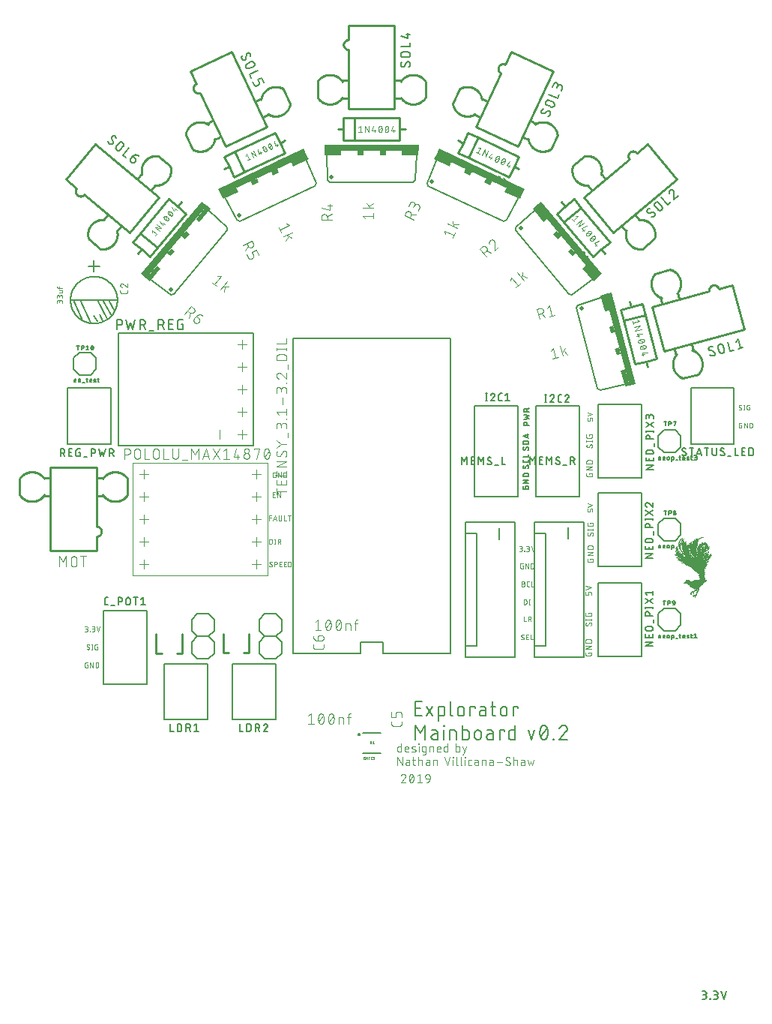
<source format=gbr>
G04 EAGLE Gerber RS-274X export*
G75*
%MOMM*%
%FSLAX34Y34*%
%LPD*%
%INSilkscreen Top*%
%IPPOS*%
%AMOC8*
5,1,8,0,0,1.08239X$1,22.5*%
G01*
%ADD10C,0.152400*%
%ADD11C,0.076200*%
%ADD12C,0.127000*%
%ADD13C,0.101600*%
%ADD14R,0.006350X0.006350*%
%ADD15R,0.012700X0.006350*%
%ADD16R,0.019050X0.006350*%
%ADD17R,0.025400X0.006350*%
%ADD18R,0.038100X0.006350*%
%ADD19R,0.044450X0.006350*%
%ADD20R,0.050800X0.006350*%
%ADD21R,0.057150X0.006350*%
%ADD22R,0.069850X0.006350*%
%ADD23R,0.088900X0.006350*%
%ADD24R,0.082550X0.006350*%
%ADD25R,0.063500X0.006350*%
%ADD26R,0.031750X0.006350*%
%ADD27R,0.152400X0.006350*%
%ADD28R,0.139700X0.006350*%
%ADD29R,0.146050X0.006350*%
%ADD30R,0.114300X0.006350*%
%ADD31R,0.127000X0.006350*%
%ADD32R,0.260350X0.006350*%
%ADD33R,0.254000X0.006350*%
%ADD34R,0.190500X0.006350*%
%ADD35R,0.133350X0.006350*%
%ADD36R,0.120650X0.006350*%
%ADD37R,0.107950X0.006350*%
%ADD38R,0.076200X0.006350*%
%ADD39R,0.095250X0.006350*%
%ADD40R,0.184150X0.006350*%
%ADD41R,0.177800X0.006350*%
%ADD42R,0.101600X0.006350*%
%ADD43R,0.158750X0.006350*%
%ADD44R,0.203200X0.006350*%
%ADD45R,0.215900X0.006350*%
%ADD46R,0.209550X0.006350*%
%ADD47R,0.171450X0.006350*%
%ADD48R,0.196850X0.006350*%
%ADD49R,0.222250X0.006350*%
%ADD50R,0.241300X0.006350*%
%ADD51R,0.228600X0.006350*%
%ADD52R,0.400050X0.006350*%
%ADD53R,0.387350X0.006350*%
%ADD54R,0.514350X0.006350*%
%ADD55R,0.520700X0.006350*%
%ADD56R,0.527050X0.006350*%
%ADD57R,0.546100X0.006350*%
%ADD58R,0.444500X0.006350*%
%ADD59R,0.368300X0.006350*%
%ADD60R,0.361950X0.006350*%
%ADD61R,0.508000X0.006350*%
%ADD62R,0.552450X0.006350*%
%ADD63R,0.558800X0.006350*%
%ADD64R,0.590550X0.006350*%
%ADD65R,0.762000X0.006350*%
%ADD66R,0.819150X0.006350*%
%ADD67R,0.768350X0.006350*%
%ADD68R,0.825500X0.006350*%
%ADD69R,0.838200X0.006350*%
%ADD70R,0.806450X0.006350*%
%ADD71R,0.889000X0.006350*%
%ADD72R,0.895350X0.006350*%
%ADD73R,0.374650X0.006350*%
%ADD74R,0.539750X0.006350*%
%ADD75R,0.927100X0.006350*%
%ADD76R,0.355600X0.006350*%
%ADD77R,0.336550X0.006350*%
%ADD78R,0.577850X0.006350*%
%ADD79R,0.469900X0.006350*%
%ADD80R,0.501650X0.006350*%
%ADD81R,0.463550X0.006350*%
%ADD82R,0.450850X0.006350*%
%ADD83R,0.533400X0.006350*%
%ADD84R,0.304800X0.006350*%
%ADD85R,0.273050X0.006350*%
%ADD86R,0.482600X0.006350*%
%ADD87R,0.603250X0.006350*%
%ADD88R,0.285750X0.006350*%
%ADD89R,0.736600X0.006350*%
%ADD90R,0.323850X0.006350*%
%ADD91R,1.066800X0.006350*%
%ADD92R,1.130300X0.006350*%
%ADD93R,1.104900X0.006350*%
%ADD94R,1.149350X0.006350*%
%ADD95R,1.155700X0.006350*%
%ADD96R,0.755650X0.006350*%
%ADD97R,0.406400X0.006350*%
%ADD98R,0.749300X0.006350*%
%ADD99R,0.165100X0.006350*%
%ADD100R,0.292100X0.006350*%
%ADD101R,0.393700X0.006350*%
%ADD102R,0.317500X0.006350*%
%ADD103R,0.425450X0.006350*%
%ADD104R,0.476250X0.006350*%
%ADD105R,0.234950X0.006350*%
%ADD106R,0.349250X0.006350*%
%ADD107R,0.342900X0.006350*%
%ADD108R,0.412750X0.006350*%
%ADD109R,0.247650X0.006350*%
%ADD110R,0.298450X0.006350*%
%ADD111R,0.279400X0.006350*%
%ADD112R,0.266700X0.006350*%
%ADD113R,0.330200X0.006350*%
%ADD114R,0.381000X0.006350*%
%ADD115R,0.311150X0.006350*%
%ADD116R,0.457200X0.006350*%
%ADD117R,0.565150X0.006350*%
%ADD118R,0.431800X0.006350*%
%ADD119R,0.438150X0.006350*%
%ADD120R,0.419100X0.006350*%
%ADD121R,0.495300X0.006350*%
%ADD122R,0.730250X0.006350*%
%ADD123R,0.666750X0.006350*%
%ADD124R,0.984250X0.006350*%
%ADD125R,0.609600X0.006350*%
%ADD126R,0.660400X0.006350*%
%ADD127R,0.882650X0.006350*%
%ADD128R,0.908050X0.006350*%
%ADD129R,0.863600X0.006350*%
%ADD130R,0.869950X0.006350*%
%ADD131R,0.844550X0.006350*%
%ADD132R,0.831850X0.006350*%
%ADD133R,0.901700X0.006350*%
%ADD134R,1.035050X0.006350*%
%ADD135R,1.073150X0.006350*%
%ADD136R,1.041400X0.006350*%
%ADD137R,1.009650X0.006350*%
%ADD138R,1.016000X0.006350*%
%ADD139R,0.996950X0.006350*%
%ADD140R,0.965200X0.006350*%
%ADD141R,0.958850X0.006350*%
%ADD142R,0.952500X0.006350*%
%ADD143R,0.939800X0.006350*%
%ADD144R,0.793750X0.006350*%
%ADD145R,0.742950X0.006350*%
%ADD146R,0.723900X0.006350*%
%ADD147C,0.203200*%
%ADD148C,0.177800*%
%ADD149C,0.254000*%
%ADD150C,0.508000*%
%ADD151R,10.668000X0.762000*%
%ADD152R,1.905000X0.508000*%
%ADD153R,0.762000X0.508000*%
%ADD154C,0.050800*%
%ADD155C,0.025000*%


D10*
X56939Y-350139D02*
X49714Y-350139D01*
X49714Y-333883D01*
X56939Y-333883D01*
X55132Y-341108D02*
X49714Y-341108D01*
X62050Y-350139D02*
X69275Y-339302D01*
X62050Y-339302D02*
X69275Y-350139D01*
X75670Y-355558D02*
X75670Y-339302D01*
X80186Y-339302D01*
X80290Y-339304D01*
X80393Y-339310D01*
X80497Y-339320D01*
X80600Y-339334D01*
X80702Y-339352D01*
X80803Y-339373D01*
X80904Y-339399D01*
X81003Y-339428D01*
X81102Y-339461D01*
X81199Y-339498D01*
X81294Y-339539D01*
X81388Y-339583D01*
X81480Y-339631D01*
X81570Y-339682D01*
X81659Y-339737D01*
X81745Y-339795D01*
X81828Y-339857D01*
X81910Y-339921D01*
X81988Y-339989D01*
X82064Y-340059D01*
X82138Y-340132D01*
X82208Y-340209D01*
X82276Y-340287D01*
X82340Y-340369D01*
X82402Y-340452D01*
X82460Y-340538D01*
X82515Y-340627D01*
X82566Y-340717D01*
X82614Y-340809D01*
X82658Y-340903D01*
X82699Y-340998D01*
X82736Y-341095D01*
X82769Y-341194D01*
X82798Y-341293D01*
X82824Y-341394D01*
X82845Y-341495D01*
X82863Y-341597D01*
X82877Y-341700D01*
X82887Y-341804D01*
X82893Y-341907D01*
X82895Y-342011D01*
X82895Y-347430D01*
X82893Y-347531D01*
X82887Y-347632D01*
X82878Y-347733D01*
X82865Y-347834D01*
X82848Y-347934D01*
X82827Y-348033D01*
X82803Y-348131D01*
X82775Y-348228D01*
X82743Y-348325D01*
X82708Y-348420D01*
X82669Y-348513D01*
X82627Y-348605D01*
X82581Y-348696D01*
X82532Y-348785D01*
X82480Y-348871D01*
X82424Y-348956D01*
X82366Y-349039D01*
X82304Y-349119D01*
X82239Y-349197D01*
X82172Y-349273D01*
X82102Y-349346D01*
X82029Y-349416D01*
X81953Y-349483D01*
X81875Y-349548D01*
X81795Y-349610D01*
X81712Y-349668D01*
X81627Y-349724D01*
X81540Y-349776D01*
X81452Y-349825D01*
X81361Y-349871D01*
X81269Y-349913D01*
X81176Y-349952D01*
X81081Y-349987D01*
X80984Y-350019D01*
X80887Y-350047D01*
X80789Y-350071D01*
X80690Y-350092D01*
X80590Y-350109D01*
X80489Y-350122D01*
X80388Y-350131D01*
X80287Y-350137D01*
X80186Y-350139D01*
X75670Y-350139D01*
X89381Y-347430D02*
X89381Y-333883D01*
X89381Y-347430D02*
X89383Y-347531D01*
X89389Y-347632D01*
X89398Y-347733D01*
X89411Y-347834D01*
X89428Y-347934D01*
X89449Y-348033D01*
X89473Y-348131D01*
X89501Y-348228D01*
X89533Y-348325D01*
X89568Y-348420D01*
X89607Y-348513D01*
X89649Y-348605D01*
X89695Y-348696D01*
X89744Y-348785D01*
X89796Y-348871D01*
X89852Y-348956D01*
X89910Y-349039D01*
X89972Y-349119D01*
X90037Y-349197D01*
X90104Y-349273D01*
X90174Y-349346D01*
X90247Y-349416D01*
X90323Y-349483D01*
X90401Y-349548D01*
X90481Y-349610D01*
X90564Y-349668D01*
X90649Y-349724D01*
X90736Y-349776D01*
X90824Y-349825D01*
X90915Y-349871D01*
X91007Y-349913D01*
X91100Y-349952D01*
X91195Y-349987D01*
X91292Y-350019D01*
X91389Y-350047D01*
X91487Y-350071D01*
X91586Y-350092D01*
X91686Y-350109D01*
X91787Y-350122D01*
X91888Y-350131D01*
X91989Y-350137D01*
X92090Y-350139D01*
X97481Y-346527D02*
X97481Y-342914D01*
X97483Y-342795D01*
X97489Y-342675D01*
X97499Y-342556D01*
X97513Y-342438D01*
X97530Y-342319D01*
X97552Y-342202D01*
X97577Y-342085D01*
X97607Y-341970D01*
X97640Y-341855D01*
X97677Y-341741D01*
X97717Y-341629D01*
X97762Y-341518D01*
X97810Y-341409D01*
X97861Y-341301D01*
X97916Y-341195D01*
X97975Y-341091D01*
X98037Y-340989D01*
X98102Y-340889D01*
X98171Y-340791D01*
X98243Y-340695D01*
X98318Y-340602D01*
X98395Y-340512D01*
X98476Y-340424D01*
X98560Y-340339D01*
X98647Y-340257D01*
X98736Y-340177D01*
X98828Y-340101D01*
X98922Y-340027D01*
X99019Y-339957D01*
X99117Y-339890D01*
X99218Y-339826D01*
X99322Y-339766D01*
X99427Y-339709D01*
X99534Y-339656D01*
X99642Y-339606D01*
X99752Y-339560D01*
X99864Y-339518D01*
X99977Y-339479D01*
X100091Y-339444D01*
X100206Y-339413D01*
X100323Y-339385D01*
X100440Y-339362D01*
X100557Y-339342D01*
X100676Y-339326D01*
X100795Y-339314D01*
X100914Y-339306D01*
X101033Y-339302D01*
X101153Y-339302D01*
X101272Y-339306D01*
X101391Y-339314D01*
X101510Y-339326D01*
X101629Y-339342D01*
X101746Y-339362D01*
X101863Y-339385D01*
X101980Y-339413D01*
X102095Y-339444D01*
X102209Y-339479D01*
X102322Y-339518D01*
X102434Y-339560D01*
X102544Y-339606D01*
X102652Y-339656D01*
X102759Y-339709D01*
X102864Y-339766D01*
X102968Y-339826D01*
X103069Y-339890D01*
X103167Y-339957D01*
X103264Y-340027D01*
X103358Y-340101D01*
X103450Y-340177D01*
X103539Y-340257D01*
X103626Y-340339D01*
X103710Y-340424D01*
X103791Y-340512D01*
X103868Y-340602D01*
X103943Y-340695D01*
X104015Y-340791D01*
X104084Y-340889D01*
X104149Y-340989D01*
X104211Y-341091D01*
X104270Y-341195D01*
X104325Y-341301D01*
X104376Y-341409D01*
X104424Y-341518D01*
X104469Y-341629D01*
X104509Y-341741D01*
X104546Y-341855D01*
X104579Y-341970D01*
X104609Y-342085D01*
X104634Y-342202D01*
X104656Y-342319D01*
X104673Y-342438D01*
X104687Y-342556D01*
X104697Y-342675D01*
X104703Y-342795D01*
X104705Y-342914D01*
X104706Y-342914D02*
X104706Y-346527D01*
X104705Y-346527D02*
X104703Y-346646D01*
X104697Y-346766D01*
X104687Y-346885D01*
X104673Y-347003D01*
X104656Y-347122D01*
X104634Y-347239D01*
X104609Y-347356D01*
X104579Y-347471D01*
X104546Y-347586D01*
X104509Y-347700D01*
X104469Y-347812D01*
X104424Y-347923D01*
X104376Y-348032D01*
X104325Y-348140D01*
X104270Y-348246D01*
X104211Y-348350D01*
X104149Y-348452D01*
X104084Y-348552D01*
X104015Y-348650D01*
X103943Y-348746D01*
X103868Y-348839D01*
X103791Y-348929D01*
X103710Y-349017D01*
X103626Y-349102D01*
X103539Y-349184D01*
X103450Y-349264D01*
X103358Y-349340D01*
X103264Y-349414D01*
X103167Y-349484D01*
X103069Y-349551D01*
X102968Y-349615D01*
X102864Y-349675D01*
X102759Y-349732D01*
X102652Y-349785D01*
X102544Y-349835D01*
X102434Y-349881D01*
X102322Y-349923D01*
X102209Y-349962D01*
X102095Y-349997D01*
X101980Y-350028D01*
X101863Y-350056D01*
X101746Y-350079D01*
X101629Y-350099D01*
X101510Y-350115D01*
X101391Y-350127D01*
X101272Y-350135D01*
X101153Y-350139D01*
X101033Y-350139D01*
X100914Y-350135D01*
X100795Y-350127D01*
X100676Y-350115D01*
X100557Y-350099D01*
X100440Y-350079D01*
X100323Y-350056D01*
X100206Y-350028D01*
X100091Y-349997D01*
X99977Y-349962D01*
X99864Y-349923D01*
X99752Y-349881D01*
X99642Y-349835D01*
X99534Y-349785D01*
X99427Y-349732D01*
X99322Y-349675D01*
X99218Y-349615D01*
X99117Y-349551D01*
X99019Y-349484D01*
X98922Y-349414D01*
X98828Y-349340D01*
X98736Y-349264D01*
X98647Y-349184D01*
X98560Y-349102D01*
X98476Y-349017D01*
X98395Y-348929D01*
X98318Y-348839D01*
X98243Y-348746D01*
X98171Y-348650D01*
X98102Y-348552D01*
X98037Y-348452D01*
X97975Y-348350D01*
X97916Y-348246D01*
X97861Y-348140D01*
X97810Y-348032D01*
X97762Y-347923D01*
X97717Y-347812D01*
X97677Y-347700D01*
X97640Y-347586D01*
X97607Y-347471D01*
X97577Y-347356D01*
X97552Y-347239D01*
X97530Y-347122D01*
X97513Y-347003D01*
X97499Y-346885D01*
X97489Y-346766D01*
X97483Y-346646D01*
X97481Y-346527D01*
X111634Y-350139D02*
X111634Y-339302D01*
X117052Y-339302D01*
X117052Y-341108D01*
X125057Y-343817D02*
X129121Y-343817D01*
X125057Y-343817D02*
X124945Y-343819D01*
X124834Y-343825D01*
X124723Y-343835D01*
X124612Y-343848D01*
X124502Y-343866D01*
X124393Y-343888D01*
X124284Y-343913D01*
X124176Y-343942D01*
X124070Y-343975D01*
X123964Y-344012D01*
X123860Y-344052D01*
X123758Y-344096D01*
X123657Y-344144D01*
X123558Y-344195D01*
X123460Y-344250D01*
X123365Y-344308D01*
X123272Y-344369D01*
X123181Y-344434D01*
X123092Y-344502D01*
X123006Y-344573D01*
X122923Y-344646D01*
X122842Y-344723D01*
X122763Y-344803D01*
X122688Y-344885D01*
X122616Y-344970D01*
X122546Y-345057D01*
X122480Y-345147D01*
X122417Y-345239D01*
X122357Y-345334D01*
X122301Y-345430D01*
X122248Y-345528D01*
X122199Y-345628D01*
X122153Y-345730D01*
X122111Y-345833D01*
X122072Y-345938D01*
X122037Y-346044D01*
X122006Y-346151D01*
X121979Y-346259D01*
X121955Y-346368D01*
X121936Y-346478D01*
X121920Y-346588D01*
X121908Y-346699D01*
X121900Y-346811D01*
X121896Y-346922D01*
X121896Y-347034D01*
X121900Y-347145D01*
X121908Y-347257D01*
X121920Y-347368D01*
X121936Y-347478D01*
X121955Y-347588D01*
X121979Y-347697D01*
X122006Y-347805D01*
X122037Y-347912D01*
X122072Y-348018D01*
X122111Y-348123D01*
X122153Y-348226D01*
X122199Y-348328D01*
X122248Y-348428D01*
X122301Y-348526D01*
X122357Y-348622D01*
X122417Y-348717D01*
X122480Y-348809D01*
X122546Y-348899D01*
X122616Y-348986D01*
X122688Y-349071D01*
X122763Y-349153D01*
X122842Y-349233D01*
X122923Y-349310D01*
X123006Y-349383D01*
X123092Y-349454D01*
X123181Y-349522D01*
X123272Y-349587D01*
X123365Y-349648D01*
X123460Y-349706D01*
X123558Y-349761D01*
X123657Y-349812D01*
X123758Y-349860D01*
X123860Y-349904D01*
X123964Y-349944D01*
X124070Y-349981D01*
X124176Y-350014D01*
X124284Y-350043D01*
X124393Y-350068D01*
X124502Y-350090D01*
X124612Y-350108D01*
X124723Y-350121D01*
X124834Y-350131D01*
X124945Y-350137D01*
X125057Y-350139D01*
X129121Y-350139D01*
X129121Y-342011D01*
X129119Y-341910D01*
X129113Y-341809D01*
X129104Y-341708D01*
X129091Y-341607D01*
X129074Y-341507D01*
X129053Y-341408D01*
X129029Y-341310D01*
X129001Y-341213D01*
X128969Y-341116D01*
X128934Y-341021D01*
X128895Y-340928D01*
X128853Y-340836D01*
X128807Y-340745D01*
X128758Y-340657D01*
X128706Y-340570D01*
X128650Y-340485D01*
X128592Y-340402D01*
X128530Y-340322D01*
X128465Y-340244D01*
X128398Y-340168D01*
X128328Y-340095D01*
X128255Y-340025D01*
X128179Y-339958D01*
X128101Y-339893D01*
X128021Y-339831D01*
X127938Y-339773D01*
X127853Y-339717D01*
X127767Y-339665D01*
X127678Y-339616D01*
X127587Y-339570D01*
X127495Y-339528D01*
X127402Y-339489D01*
X127307Y-339454D01*
X127210Y-339422D01*
X127113Y-339394D01*
X127015Y-339370D01*
X126916Y-339349D01*
X126816Y-339332D01*
X126715Y-339319D01*
X126614Y-339310D01*
X126513Y-339304D01*
X126412Y-339302D01*
X122799Y-339302D01*
X134740Y-339302D02*
X140159Y-339302D01*
X136547Y-333883D02*
X136547Y-347430D01*
X136549Y-347531D01*
X136555Y-347632D01*
X136564Y-347733D01*
X136577Y-347834D01*
X136594Y-347934D01*
X136615Y-348033D01*
X136639Y-348131D01*
X136667Y-348228D01*
X136699Y-348325D01*
X136734Y-348420D01*
X136773Y-348513D01*
X136815Y-348605D01*
X136861Y-348696D01*
X136910Y-348785D01*
X136962Y-348871D01*
X137018Y-348956D01*
X137076Y-349039D01*
X137138Y-349119D01*
X137203Y-349197D01*
X137270Y-349273D01*
X137340Y-349346D01*
X137413Y-349416D01*
X137489Y-349483D01*
X137567Y-349548D01*
X137647Y-349610D01*
X137730Y-349668D01*
X137815Y-349724D01*
X137902Y-349776D01*
X137990Y-349825D01*
X138081Y-349871D01*
X138173Y-349913D01*
X138266Y-349952D01*
X138361Y-349987D01*
X138458Y-350019D01*
X138555Y-350047D01*
X138653Y-350071D01*
X138752Y-350092D01*
X138852Y-350109D01*
X138953Y-350122D01*
X139054Y-350131D01*
X139155Y-350137D01*
X139256Y-350139D01*
X140159Y-350139D01*
X145938Y-346527D02*
X145938Y-342914D01*
X145940Y-342795D01*
X145946Y-342675D01*
X145956Y-342556D01*
X145970Y-342438D01*
X145987Y-342319D01*
X146009Y-342202D01*
X146034Y-342085D01*
X146064Y-341970D01*
X146097Y-341855D01*
X146134Y-341741D01*
X146174Y-341629D01*
X146219Y-341518D01*
X146267Y-341409D01*
X146318Y-341301D01*
X146373Y-341195D01*
X146432Y-341091D01*
X146494Y-340989D01*
X146559Y-340889D01*
X146628Y-340791D01*
X146700Y-340695D01*
X146775Y-340602D01*
X146852Y-340512D01*
X146933Y-340424D01*
X147017Y-340339D01*
X147104Y-340257D01*
X147193Y-340177D01*
X147285Y-340101D01*
X147379Y-340027D01*
X147476Y-339957D01*
X147574Y-339890D01*
X147675Y-339826D01*
X147779Y-339766D01*
X147884Y-339709D01*
X147991Y-339656D01*
X148099Y-339606D01*
X148209Y-339560D01*
X148321Y-339518D01*
X148434Y-339479D01*
X148548Y-339444D01*
X148663Y-339413D01*
X148780Y-339385D01*
X148897Y-339362D01*
X149014Y-339342D01*
X149133Y-339326D01*
X149252Y-339314D01*
X149371Y-339306D01*
X149490Y-339302D01*
X149610Y-339302D01*
X149729Y-339306D01*
X149848Y-339314D01*
X149967Y-339326D01*
X150086Y-339342D01*
X150203Y-339362D01*
X150320Y-339385D01*
X150437Y-339413D01*
X150552Y-339444D01*
X150666Y-339479D01*
X150779Y-339518D01*
X150891Y-339560D01*
X151001Y-339606D01*
X151109Y-339656D01*
X151216Y-339709D01*
X151321Y-339766D01*
X151425Y-339826D01*
X151526Y-339890D01*
X151624Y-339957D01*
X151721Y-340027D01*
X151815Y-340101D01*
X151907Y-340177D01*
X151996Y-340257D01*
X152083Y-340339D01*
X152167Y-340424D01*
X152248Y-340512D01*
X152325Y-340602D01*
X152400Y-340695D01*
X152472Y-340791D01*
X152541Y-340889D01*
X152606Y-340989D01*
X152668Y-341091D01*
X152727Y-341195D01*
X152782Y-341301D01*
X152833Y-341409D01*
X152881Y-341518D01*
X152926Y-341629D01*
X152966Y-341741D01*
X153003Y-341855D01*
X153036Y-341970D01*
X153066Y-342085D01*
X153091Y-342202D01*
X153113Y-342319D01*
X153130Y-342438D01*
X153144Y-342556D01*
X153154Y-342675D01*
X153160Y-342795D01*
X153162Y-342914D01*
X153162Y-346527D01*
X153160Y-346646D01*
X153154Y-346766D01*
X153144Y-346885D01*
X153130Y-347003D01*
X153113Y-347122D01*
X153091Y-347239D01*
X153066Y-347356D01*
X153036Y-347471D01*
X153003Y-347586D01*
X152966Y-347700D01*
X152926Y-347812D01*
X152881Y-347923D01*
X152833Y-348032D01*
X152782Y-348140D01*
X152727Y-348246D01*
X152668Y-348350D01*
X152606Y-348452D01*
X152541Y-348552D01*
X152472Y-348650D01*
X152400Y-348746D01*
X152325Y-348839D01*
X152248Y-348929D01*
X152167Y-349017D01*
X152083Y-349102D01*
X151996Y-349184D01*
X151907Y-349264D01*
X151815Y-349340D01*
X151721Y-349414D01*
X151624Y-349484D01*
X151526Y-349551D01*
X151425Y-349615D01*
X151321Y-349675D01*
X151216Y-349732D01*
X151109Y-349785D01*
X151001Y-349835D01*
X150891Y-349881D01*
X150779Y-349923D01*
X150666Y-349962D01*
X150552Y-349997D01*
X150437Y-350028D01*
X150320Y-350056D01*
X150203Y-350079D01*
X150086Y-350099D01*
X149967Y-350115D01*
X149848Y-350127D01*
X149729Y-350135D01*
X149610Y-350139D01*
X149490Y-350139D01*
X149371Y-350135D01*
X149252Y-350127D01*
X149133Y-350115D01*
X149014Y-350099D01*
X148897Y-350079D01*
X148780Y-350056D01*
X148663Y-350028D01*
X148548Y-349997D01*
X148434Y-349962D01*
X148321Y-349923D01*
X148209Y-349881D01*
X148099Y-349835D01*
X147991Y-349785D01*
X147884Y-349732D01*
X147779Y-349675D01*
X147675Y-349615D01*
X147574Y-349551D01*
X147476Y-349484D01*
X147379Y-349414D01*
X147285Y-349340D01*
X147193Y-349264D01*
X147104Y-349184D01*
X147017Y-349102D01*
X146933Y-349017D01*
X146852Y-348929D01*
X146775Y-348839D01*
X146700Y-348746D01*
X146628Y-348650D01*
X146559Y-348552D01*
X146494Y-348452D01*
X146432Y-348350D01*
X146373Y-348246D01*
X146318Y-348140D01*
X146267Y-348032D01*
X146219Y-347923D01*
X146174Y-347812D01*
X146134Y-347700D01*
X146097Y-347586D01*
X146064Y-347471D01*
X146034Y-347356D01*
X146009Y-347239D01*
X145987Y-347122D01*
X145970Y-347003D01*
X145956Y-346885D01*
X145946Y-346766D01*
X145940Y-346646D01*
X145938Y-346527D01*
X160090Y-350139D02*
X160090Y-339302D01*
X165509Y-339302D01*
X165509Y-341108D01*
X49714Y-360553D02*
X49714Y-376809D01*
X55132Y-369584D02*
X49714Y-360553D01*
X55132Y-369584D02*
X60551Y-360553D01*
X60551Y-376809D01*
X70760Y-370487D02*
X74824Y-370487D01*
X70760Y-370487D02*
X70648Y-370489D01*
X70537Y-370495D01*
X70426Y-370505D01*
X70315Y-370518D01*
X70205Y-370536D01*
X70096Y-370558D01*
X69987Y-370583D01*
X69879Y-370612D01*
X69773Y-370645D01*
X69667Y-370682D01*
X69563Y-370722D01*
X69461Y-370766D01*
X69360Y-370814D01*
X69261Y-370865D01*
X69163Y-370920D01*
X69068Y-370978D01*
X68975Y-371039D01*
X68884Y-371104D01*
X68795Y-371172D01*
X68709Y-371243D01*
X68626Y-371316D01*
X68545Y-371393D01*
X68466Y-371473D01*
X68391Y-371555D01*
X68319Y-371640D01*
X68249Y-371727D01*
X68183Y-371817D01*
X68120Y-371909D01*
X68060Y-372004D01*
X68004Y-372100D01*
X67951Y-372198D01*
X67902Y-372298D01*
X67856Y-372400D01*
X67814Y-372503D01*
X67775Y-372608D01*
X67740Y-372714D01*
X67709Y-372821D01*
X67682Y-372929D01*
X67658Y-373038D01*
X67639Y-373148D01*
X67623Y-373258D01*
X67611Y-373369D01*
X67603Y-373481D01*
X67599Y-373592D01*
X67599Y-373704D01*
X67603Y-373815D01*
X67611Y-373927D01*
X67623Y-374038D01*
X67639Y-374148D01*
X67658Y-374258D01*
X67682Y-374367D01*
X67709Y-374475D01*
X67740Y-374582D01*
X67775Y-374688D01*
X67814Y-374793D01*
X67856Y-374896D01*
X67902Y-374998D01*
X67951Y-375098D01*
X68004Y-375196D01*
X68060Y-375292D01*
X68120Y-375387D01*
X68183Y-375479D01*
X68249Y-375569D01*
X68319Y-375656D01*
X68391Y-375741D01*
X68466Y-375823D01*
X68545Y-375903D01*
X68626Y-375980D01*
X68709Y-376053D01*
X68795Y-376124D01*
X68884Y-376192D01*
X68975Y-376257D01*
X69068Y-376318D01*
X69163Y-376376D01*
X69261Y-376431D01*
X69360Y-376482D01*
X69461Y-376530D01*
X69563Y-376574D01*
X69667Y-376614D01*
X69773Y-376651D01*
X69879Y-376684D01*
X69987Y-376713D01*
X70096Y-376738D01*
X70205Y-376760D01*
X70315Y-376778D01*
X70426Y-376791D01*
X70537Y-376801D01*
X70648Y-376807D01*
X70760Y-376809D01*
X74824Y-376809D01*
X74824Y-368681D01*
X74822Y-368580D01*
X74816Y-368479D01*
X74807Y-368378D01*
X74794Y-368277D01*
X74777Y-368177D01*
X74756Y-368078D01*
X74732Y-367980D01*
X74704Y-367883D01*
X74672Y-367786D01*
X74637Y-367691D01*
X74598Y-367598D01*
X74556Y-367506D01*
X74510Y-367415D01*
X74461Y-367327D01*
X74409Y-367240D01*
X74353Y-367155D01*
X74295Y-367072D01*
X74233Y-366992D01*
X74168Y-366914D01*
X74101Y-366838D01*
X74031Y-366765D01*
X73958Y-366695D01*
X73882Y-366628D01*
X73804Y-366563D01*
X73724Y-366501D01*
X73641Y-366443D01*
X73556Y-366387D01*
X73470Y-366335D01*
X73381Y-366286D01*
X73290Y-366240D01*
X73198Y-366198D01*
X73105Y-366159D01*
X73010Y-366124D01*
X72913Y-366092D01*
X72816Y-366064D01*
X72718Y-366040D01*
X72619Y-366019D01*
X72519Y-366002D01*
X72418Y-365989D01*
X72317Y-365980D01*
X72216Y-365974D01*
X72115Y-365972D01*
X68502Y-365972D01*
X81706Y-365972D02*
X81706Y-376809D01*
X81254Y-361456D02*
X81254Y-360553D01*
X82157Y-360553D01*
X82157Y-361456D01*
X81254Y-361456D01*
X88514Y-365972D02*
X88514Y-376809D01*
X88514Y-365972D02*
X93029Y-365972D01*
X93133Y-365974D01*
X93236Y-365980D01*
X93340Y-365990D01*
X93443Y-366004D01*
X93545Y-366022D01*
X93646Y-366043D01*
X93747Y-366069D01*
X93846Y-366098D01*
X93945Y-366131D01*
X94042Y-366168D01*
X94137Y-366209D01*
X94231Y-366253D01*
X94323Y-366301D01*
X94413Y-366352D01*
X94502Y-366407D01*
X94588Y-366465D01*
X94671Y-366527D01*
X94753Y-366591D01*
X94831Y-366659D01*
X94907Y-366729D01*
X94981Y-366802D01*
X95051Y-366879D01*
X95119Y-366957D01*
X95183Y-367039D01*
X95245Y-367122D01*
X95303Y-367208D01*
X95358Y-367297D01*
X95409Y-367387D01*
X95457Y-367479D01*
X95501Y-367573D01*
X95542Y-367668D01*
X95579Y-367765D01*
X95612Y-367864D01*
X95641Y-367963D01*
X95667Y-368064D01*
X95688Y-368165D01*
X95706Y-368267D01*
X95720Y-368370D01*
X95730Y-368474D01*
X95736Y-368577D01*
X95738Y-368681D01*
X95739Y-368681D02*
X95739Y-376809D01*
X103176Y-376809D02*
X103176Y-360553D01*
X103176Y-376809D02*
X107692Y-376809D01*
X107796Y-376807D01*
X107899Y-376801D01*
X108003Y-376791D01*
X108106Y-376777D01*
X108208Y-376759D01*
X108309Y-376738D01*
X108410Y-376712D01*
X108509Y-376683D01*
X108608Y-376650D01*
X108705Y-376613D01*
X108800Y-376572D01*
X108894Y-376528D01*
X108986Y-376480D01*
X109076Y-376429D01*
X109165Y-376374D01*
X109251Y-376316D01*
X109334Y-376254D01*
X109416Y-376190D01*
X109494Y-376122D01*
X109570Y-376052D01*
X109644Y-375979D01*
X109714Y-375902D01*
X109782Y-375824D01*
X109846Y-375742D01*
X109908Y-375659D01*
X109966Y-375573D01*
X110021Y-375484D01*
X110072Y-375394D01*
X110120Y-375302D01*
X110164Y-375208D01*
X110205Y-375113D01*
X110242Y-375016D01*
X110275Y-374917D01*
X110304Y-374818D01*
X110330Y-374717D01*
X110351Y-374616D01*
X110369Y-374514D01*
X110383Y-374411D01*
X110393Y-374307D01*
X110399Y-374204D01*
X110401Y-374100D01*
X110401Y-368681D01*
X110399Y-368580D01*
X110393Y-368479D01*
X110384Y-368378D01*
X110371Y-368277D01*
X110354Y-368177D01*
X110333Y-368078D01*
X110309Y-367980D01*
X110281Y-367883D01*
X110249Y-367786D01*
X110214Y-367691D01*
X110175Y-367598D01*
X110133Y-367506D01*
X110087Y-367415D01*
X110038Y-367327D01*
X109986Y-367240D01*
X109930Y-367155D01*
X109872Y-367072D01*
X109810Y-366992D01*
X109745Y-366914D01*
X109678Y-366838D01*
X109608Y-366765D01*
X109535Y-366695D01*
X109459Y-366628D01*
X109381Y-366563D01*
X109301Y-366501D01*
X109218Y-366443D01*
X109133Y-366387D01*
X109047Y-366335D01*
X108958Y-366286D01*
X108867Y-366240D01*
X108775Y-366198D01*
X108682Y-366159D01*
X108587Y-366124D01*
X108490Y-366092D01*
X108393Y-366064D01*
X108295Y-366040D01*
X108196Y-366019D01*
X108096Y-366002D01*
X107995Y-365989D01*
X107894Y-365980D01*
X107793Y-365974D01*
X107692Y-365972D01*
X103176Y-365972D01*
X116650Y-369584D02*
X116650Y-373197D01*
X116651Y-369584D02*
X116653Y-369465D01*
X116659Y-369345D01*
X116669Y-369226D01*
X116683Y-369108D01*
X116700Y-368989D01*
X116722Y-368872D01*
X116747Y-368755D01*
X116777Y-368640D01*
X116810Y-368525D01*
X116847Y-368411D01*
X116887Y-368299D01*
X116932Y-368188D01*
X116980Y-368079D01*
X117031Y-367971D01*
X117086Y-367865D01*
X117145Y-367761D01*
X117207Y-367659D01*
X117272Y-367559D01*
X117341Y-367461D01*
X117413Y-367365D01*
X117488Y-367272D01*
X117565Y-367182D01*
X117646Y-367094D01*
X117730Y-367009D01*
X117817Y-366927D01*
X117906Y-366847D01*
X117998Y-366771D01*
X118092Y-366697D01*
X118189Y-366627D01*
X118287Y-366560D01*
X118388Y-366496D01*
X118492Y-366436D01*
X118597Y-366379D01*
X118704Y-366326D01*
X118812Y-366276D01*
X118922Y-366230D01*
X119034Y-366188D01*
X119147Y-366149D01*
X119261Y-366114D01*
X119376Y-366083D01*
X119493Y-366055D01*
X119610Y-366032D01*
X119727Y-366012D01*
X119846Y-365996D01*
X119965Y-365984D01*
X120084Y-365976D01*
X120203Y-365972D01*
X120323Y-365972D01*
X120442Y-365976D01*
X120561Y-365984D01*
X120680Y-365996D01*
X120799Y-366012D01*
X120916Y-366032D01*
X121033Y-366055D01*
X121150Y-366083D01*
X121265Y-366114D01*
X121379Y-366149D01*
X121492Y-366188D01*
X121604Y-366230D01*
X121714Y-366276D01*
X121822Y-366326D01*
X121929Y-366379D01*
X122034Y-366436D01*
X122138Y-366496D01*
X122239Y-366560D01*
X122337Y-366627D01*
X122434Y-366697D01*
X122528Y-366771D01*
X122620Y-366847D01*
X122709Y-366927D01*
X122796Y-367009D01*
X122880Y-367094D01*
X122961Y-367182D01*
X123038Y-367272D01*
X123113Y-367365D01*
X123185Y-367461D01*
X123254Y-367559D01*
X123319Y-367659D01*
X123381Y-367761D01*
X123440Y-367865D01*
X123495Y-367971D01*
X123546Y-368079D01*
X123594Y-368188D01*
X123639Y-368299D01*
X123679Y-368411D01*
X123716Y-368525D01*
X123749Y-368640D01*
X123779Y-368755D01*
X123804Y-368872D01*
X123826Y-368989D01*
X123843Y-369108D01*
X123857Y-369226D01*
X123867Y-369345D01*
X123873Y-369465D01*
X123875Y-369584D01*
X123875Y-373197D01*
X123873Y-373316D01*
X123867Y-373436D01*
X123857Y-373555D01*
X123843Y-373673D01*
X123826Y-373792D01*
X123804Y-373909D01*
X123779Y-374026D01*
X123749Y-374141D01*
X123716Y-374256D01*
X123679Y-374370D01*
X123639Y-374482D01*
X123594Y-374593D01*
X123546Y-374702D01*
X123495Y-374810D01*
X123440Y-374916D01*
X123381Y-375020D01*
X123319Y-375122D01*
X123254Y-375222D01*
X123185Y-375320D01*
X123113Y-375416D01*
X123038Y-375509D01*
X122961Y-375599D01*
X122880Y-375687D01*
X122796Y-375772D01*
X122709Y-375854D01*
X122620Y-375934D01*
X122528Y-376010D01*
X122434Y-376084D01*
X122337Y-376154D01*
X122239Y-376221D01*
X122138Y-376285D01*
X122034Y-376345D01*
X121929Y-376402D01*
X121822Y-376455D01*
X121714Y-376505D01*
X121604Y-376551D01*
X121492Y-376593D01*
X121379Y-376632D01*
X121265Y-376667D01*
X121150Y-376698D01*
X121033Y-376726D01*
X120916Y-376749D01*
X120799Y-376769D01*
X120680Y-376785D01*
X120561Y-376797D01*
X120442Y-376805D01*
X120323Y-376809D01*
X120203Y-376809D01*
X120084Y-376805D01*
X119965Y-376797D01*
X119846Y-376785D01*
X119727Y-376769D01*
X119610Y-376749D01*
X119493Y-376726D01*
X119376Y-376698D01*
X119261Y-376667D01*
X119147Y-376632D01*
X119034Y-376593D01*
X118922Y-376551D01*
X118812Y-376505D01*
X118704Y-376455D01*
X118597Y-376402D01*
X118492Y-376345D01*
X118388Y-376285D01*
X118287Y-376221D01*
X118189Y-376154D01*
X118092Y-376084D01*
X117998Y-376010D01*
X117906Y-375934D01*
X117817Y-375854D01*
X117730Y-375772D01*
X117646Y-375687D01*
X117565Y-375599D01*
X117488Y-375509D01*
X117413Y-375416D01*
X117341Y-375320D01*
X117272Y-375222D01*
X117207Y-375122D01*
X117145Y-375020D01*
X117086Y-374916D01*
X117031Y-374810D01*
X116980Y-374702D01*
X116932Y-374593D01*
X116887Y-374482D01*
X116847Y-374370D01*
X116810Y-374256D01*
X116777Y-374141D01*
X116747Y-374026D01*
X116722Y-373909D01*
X116700Y-373792D01*
X116683Y-373673D01*
X116669Y-373555D01*
X116659Y-373436D01*
X116653Y-373316D01*
X116651Y-373197D01*
X133285Y-370487D02*
X137349Y-370487D01*
X133285Y-370487D02*
X133173Y-370489D01*
X133062Y-370495D01*
X132951Y-370505D01*
X132840Y-370518D01*
X132730Y-370536D01*
X132621Y-370558D01*
X132512Y-370583D01*
X132404Y-370612D01*
X132298Y-370645D01*
X132192Y-370682D01*
X132088Y-370722D01*
X131986Y-370766D01*
X131885Y-370814D01*
X131786Y-370865D01*
X131688Y-370920D01*
X131593Y-370978D01*
X131500Y-371039D01*
X131409Y-371104D01*
X131320Y-371172D01*
X131234Y-371243D01*
X131151Y-371316D01*
X131070Y-371393D01*
X130991Y-371473D01*
X130916Y-371555D01*
X130844Y-371640D01*
X130774Y-371727D01*
X130708Y-371817D01*
X130645Y-371909D01*
X130585Y-372004D01*
X130529Y-372100D01*
X130476Y-372198D01*
X130427Y-372298D01*
X130381Y-372400D01*
X130339Y-372503D01*
X130300Y-372608D01*
X130265Y-372714D01*
X130234Y-372821D01*
X130207Y-372929D01*
X130183Y-373038D01*
X130164Y-373148D01*
X130148Y-373258D01*
X130136Y-373369D01*
X130128Y-373481D01*
X130124Y-373592D01*
X130124Y-373704D01*
X130128Y-373815D01*
X130136Y-373927D01*
X130148Y-374038D01*
X130164Y-374148D01*
X130183Y-374258D01*
X130207Y-374367D01*
X130234Y-374475D01*
X130265Y-374582D01*
X130300Y-374688D01*
X130339Y-374793D01*
X130381Y-374896D01*
X130427Y-374998D01*
X130476Y-375098D01*
X130529Y-375196D01*
X130585Y-375292D01*
X130645Y-375387D01*
X130708Y-375479D01*
X130774Y-375569D01*
X130844Y-375656D01*
X130916Y-375741D01*
X130991Y-375823D01*
X131070Y-375903D01*
X131151Y-375980D01*
X131234Y-376053D01*
X131320Y-376124D01*
X131409Y-376192D01*
X131500Y-376257D01*
X131593Y-376318D01*
X131688Y-376376D01*
X131786Y-376431D01*
X131885Y-376482D01*
X131986Y-376530D01*
X132088Y-376574D01*
X132192Y-376614D01*
X132298Y-376651D01*
X132404Y-376684D01*
X132512Y-376713D01*
X132621Y-376738D01*
X132730Y-376760D01*
X132840Y-376778D01*
X132951Y-376791D01*
X133062Y-376801D01*
X133173Y-376807D01*
X133285Y-376809D01*
X137349Y-376809D01*
X137349Y-368681D01*
X137348Y-368681D02*
X137346Y-368580D01*
X137340Y-368479D01*
X137331Y-368378D01*
X137318Y-368277D01*
X137301Y-368177D01*
X137280Y-368078D01*
X137256Y-367980D01*
X137228Y-367883D01*
X137196Y-367786D01*
X137161Y-367691D01*
X137122Y-367598D01*
X137080Y-367506D01*
X137034Y-367415D01*
X136985Y-367327D01*
X136933Y-367240D01*
X136877Y-367155D01*
X136819Y-367072D01*
X136757Y-366992D01*
X136692Y-366914D01*
X136625Y-366838D01*
X136555Y-366765D01*
X136482Y-366695D01*
X136406Y-366628D01*
X136328Y-366563D01*
X136248Y-366501D01*
X136165Y-366443D01*
X136080Y-366387D01*
X135994Y-366335D01*
X135905Y-366286D01*
X135814Y-366240D01*
X135722Y-366198D01*
X135629Y-366159D01*
X135534Y-366124D01*
X135437Y-366092D01*
X135340Y-366064D01*
X135242Y-366040D01*
X135143Y-366019D01*
X135043Y-366002D01*
X134942Y-365989D01*
X134841Y-365980D01*
X134740Y-365974D01*
X134639Y-365972D01*
X131027Y-365972D01*
X144871Y-365972D02*
X144871Y-376809D01*
X144871Y-365972D02*
X150290Y-365972D01*
X150290Y-367778D01*
X162359Y-360553D02*
X162359Y-376809D01*
X157843Y-376809D01*
X157742Y-376807D01*
X157641Y-376801D01*
X157540Y-376792D01*
X157439Y-376779D01*
X157339Y-376762D01*
X157240Y-376741D01*
X157142Y-376717D01*
X157045Y-376689D01*
X156948Y-376657D01*
X156853Y-376622D01*
X156760Y-376583D01*
X156668Y-376541D01*
X156577Y-376495D01*
X156489Y-376446D01*
X156402Y-376394D01*
X156317Y-376338D01*
X156234Y-376280D01*
X156154Y-376218D01*
X156076Y-376153D01*
X156000Y-376086D01*
X155927Y-376016D01*
X155857Y-375943D01*
X155790Y-375867D01*
X155725Y-375789D01*
X155663Y-375709D01*
X155605Y-375626D01*
X155549Y-375541D01*
X155497Y-375455D01*
X155448Y-375366D01*
X155402Y-375275D01*
X155360Y-375183D01*
X155321Y-375090D01*
X155286Y-374995D01*
X155254Y-374898D01*
X155226Y-374801D01*
X155202Y-374703D01*
X155181Y-374604D01*
X155164Y-374504D01*
X155151Y-374403D01*
X155142Y-374302D01*
X155136Y-374201D01*
X155134Y-374100D01*
X155134Y-368681D01*
X155136Y-368580D01*
X155142Y-368479D01*
X155151Y-368378D01*
X155164Y-368277D01*
X155181Y-368177D01*
X155202Y-368078D01*
X155226Y-367980D01*
X155254Y-367883D01*
X155286Y-367786D01*
X155321Y-367691D01*
X155360Y-367598D01*
X155402Y-367506D01*
X155448Y-367415D01*
X155497Y-367327D01*
X155549Y-367240D01*
X155605Y-367155D01*
X155663Y-367072D01*
X155725Y-366992D01*
X155790Y-366914D01*
X155857Y-366838D01*
X155927Y-366765D01*
X156000Y-366695D01*
X156076Y-366628D01*
X156154Y-366563D01*
X156234Y-366501D01*
X156317Y-366443D01*
X156402Y-366387D01*
X156489Y-366335D01*
X156577Y-366286D01*
X156668Y-366240D01*
X156760Y-366198D01*
X156853Y-366159D01*
X156948Y-366124D01*
X157045Y-366092D01*
X157142Y-366064D01*
X157240Y-366040D01*
X157339Y-366019D01*
X157439Y-366002D01*
X157540Y-365989D01*
X157641Y-365980D01*
X157742Y-365974D01*
X157843Y-365972D01*
X162359Y-365972D01*
X177091Y-365972D02*
X180703Y-376809D01*
X184316Y-365972D01*
X190256Y-368681D02*
X190260Y-368361D01*
X190271Y-368042D01*
X190290Y-367722D01*
X190317Y-367404D01*
X190351Y-367086D01*
X190393Y-366769D01*
X190443Y-366453D01*
X190500Y-366138D01*
X190564Y-365825D01*
X190636Y-365513D01*
X190715Y-365203D01*
X190802Y-364896D01*
X190896Y-364590D01*
X190997Y-364287D01*
X191106Y-363986D01*
X191221Y-363688D01*
X191344Y-363392D01*
X191474Y-363100D01*
X191611Y-362811D01*
X191611Y-362810D02*
X191650Y-362702D01*
X191693Y-362595D01*
X191739Y-362490D01*
X191789Y-362387D01*
X191843Y-362285D01*
X191900Y-362185D01*
X191961Y-362087D01*
X192025Y-361991D01*
X192092Y-361898D01*
X192162Y-361807D01*
X192236Y-361718D01*
X192312Y-361632D01*
X192392Y-361549D01*
X192474Y-361468D01*
X192559Y-361390D01*
X192646Y-361316D01*
X192737Y-361244D01*
X192829Y-361175D01*
X192924Y-361110D01*
X193021Y-361048D01*
X193120Y-360989D01*
X193221Y-360934D01*
X193324Y-360883D01*
X193429Y-360835D01*
X193535Y-360790D01*
X193642Y-360749D01*
X193751Y-360712D01*
X193862Y-360679D01*
X193973Y-360650D01*
X194085Y-360624D01*
X194198Y-360602D01*
X194312Y-360585D01*
X194426Y-360571D01*
X194541Y-360561D01*
X194656Y-360555D01*
X194771Y-360553D01*
X194886Y-360555D01*
X195001Y-360561D01*
X195116Y-360571D01*
X195230Y-360585D01*
X195344Y-360602D01*
X195457Y-360624D01*
X195569Y-360650D01*
X195681Y-360679D01*
X195791Y-360712D01*
X195900Y-360749D01*
X196008Y-360790D01*
X196114Y-360835D01*
X196219Y-360883D01*
X196321Y-360934D01*
X196423Y-360990D01*
X196522Y-361048D01*
X196619Y-361110D01*
X196714Y-361176D01*
X196806Y-361244D01*
X196896Y-361316D01*
X196984Y-361390D01*
X197069Y-361468D01*
X197151Y-361549D01*
X197230Y-361632D01*
X197307Y-361718D01*
X197380Y-361807D01*
X197451Y-361898D01*
X197518Y-361992D01*
X197582Y-362087D01*
X197643Y-362185D01*
X197700Y-362285D01*
X197753Y-362387D01*
X197804Y-362491D01*
X197850Y-362596D01*
X197893Y-362703D01*
X197932Y-362811D01*
X198069Y-363100D01*
X198199Y-363392D01*
X198322Y-363688D01*
X198437Y-363986D01*
X198546Y-364287D01*
X198647Y-364590D01*
X198741Y-364896D01*
X198828Y-365203D01*
X198907Y-365513D01*
X198979Y-365825D01*
X199043Y-366138D01*
X199100Y-366453D01*
X199150Y-366769D01*
X199192Y-367086D01*
X199226Y-367404D01*
X199253Y-367722D01*
X199272Y-368042D01*
X199283Y-368361D01*
X199287Y-368681D01*
X190256Y-368681D02*
X190260Y-369001D01*
X190271Y-369320D01*
X190290Y-369640D01*
X190317Y-369958D01*
X190351Y-370276D01*
X190393Y-370593D01*
X190443Y-370909D01*
X190500Y-371224D01*
X190564Y-371537D01*
X190636Y-371849D01*
X190715Y-372159D01*
X190802Y-372466D01*
X190896Y-372772D01*
X190997Y-373075D01*
X191106Y-373376D01*
X191221Y-373674D01*
X191344Y-373970D01*
X191474Y-374262D01*
X191611Y-374551D01*
X191610Y-374552D02*
X191649Y-374660D01*
X191692Y-374767D01*
X191738Y-374872D01*
X191789Y-374976D01*
X191842Y-375078D01*
X191899Y-375178D01*
X191960Y-375276D01*
X192024Y-375371D01*
X192091Y-375465D01*
X192162Y-375556D01*
X192235Y-375645D01*
X192312Y-375731D01*
X192391Y-375814D01*
X192473Y-375895D01*
X192558Y-375973D01*
X192646Y-376047D01*
X192736Y-376119D01*
X192829Y-376188D01*
X192923Y-376253D01*
X193020Y-376315D01*
X193120Y-376373D01*
X193221Y-376429D01*
X193323Y-376480D01*
X193428Y-376528D01*
X193534Y-376573D01*
X193642Y-376614D01*
X193751Y-376651D01*
X193861Y-376684D01*
X193973Y-376713D01*
X194085Y-376739D01*
X194198Y-376761D01*
X194312Y-376778D01*
X194426Y-376792D01*
X194541Y-376802D01*
X194656Y-376808D01*
X194771Y-376810D01*
X197931Y-374551D02*
X198068Y-374262D01*
X198198Y-373970D01*
X198321Y-373674D01*
X198436Y-373376D01*
X198545Y-373075D01*
X198646Y-372772D01*
X198740Y-372466D01*
X198827Y-372159D01*
X198906Y-371849D01*
X198978Y-371537D01*
X199042Y-371224D01*
X199099Y-370909D01*
X199149Y-370593D01*
X199191Y-370276D01*
X199225Y-369958D01*
X199252Y-369640D01*
X199271Y-369320D01*
X199282Y-369001D01*
X199286Y-368681D01*
X197932Y-374551D02*
X197893Y-374659D01*
X197850Y-374766D01*
X197804Y-374871D01*
X197753Y-374975D01*
X197700Y-375077D01*
X197643Y-375177D01*
X197582Y-375275D01*
X197518Y-375370D01*
X197451Y-375464D01*
X197380Y-375555D01*
X197307Y-375644D01*
X197230Y-375730D01*
X197151Y-375813D01*
X197069Y-375894D01*
X196984Y-375972D01*
X196896Y-376046D01*
X196806Y-376118D01*
X196713Y-376187D01*
X196619Y-376252D01*
X196522Y-376314D01*
X196422Y-376372D01*
X196321Y-376428D01*
X196218Y-376479D01*
X196114Y-376527D01*
X196008Y-376572D01*
X195900Y-376613D01*
X195791Y-376650D01*
X195681Y-376683D01*
X195569Y-376712D01*
X195457Y-376738D01*
X195344Y-376760D01*
X195230Y-376777D01*
X195116Y-376791D01*
X195001Y-376801D01*
X194886Y-376807D01*
X194771Y-376809D01*
X191159Y-373197D02*
X198384Y-364165D01*
X205262Y-375906D02*
X205262Y-376809D01*
X205262Y-375906D02*
X206165Y-375906D01*
X206165Y-376809D01*
X205262Y-376809D01*
X221171Y-364617D02*
X221169Y-364492D01*
X221163Y-364367D01*
X221154Y-364242D01*
X221140Y-364118D01*
X221123Y-363994D01*
X221102Y-363870D01*
X221077Y-363748D01*
X221048Y-363626D01*
X221016Y-363505D01*
X220980Y-363385D01*
X220940Y-363266D01*
X220897Y-363149D01*
X220850Y-363033D01*
X220799Y-362918D01*
X220745Y-362806D01*
X220687Y-362694D01*
X220627Y-362585D01*
X220562Y-362478D01*
X220495Y-362372D01*
X220424Y-362269D01*
X220350Y-362168D01*
X220273Y-362069D01*
X220193Y-361973D01*
X220110Y-361879D01*
X220025Y-361788D01*
X219936Y-361699D01*
X219845Y-361614D01*
X219751Y-361531D01*
X219655Y-361451D01*
X219556Y-361374D01*
X219455Y-361300D01*
X219352Y-361229D01*
X219246Y-361162D01*
X219139Y-361097D01*
X219030Y-361037D01*
X218918Y-360979D01*
X218806Y-360925D01*
X218691Y-360874D01*
X218575Y-360827D01*
X218458Y-360784D01*
X218339Y-360744D01*
X218219Y-360708D01*
X218098Y-360676D01*
X217976Y-360647D01*
X217854Y-360622D01*
X217730Y-360601D01*
X217606Y-360584D01*
X217482Y-360570D01*
X217357Y-360561D01*
X217232Y-360555D01*
X217107Y-360553D01*
X216964Y-360555D01*
X216822Y-360561D01*
X216679Y-360571D01*
X216537Y-360584D01*
X216396Y-360602D01*
X216254Y-360623D01*
X216114Y-360648D01*
X215974Y-360677D01*
X215835Y-360710D01*
X215697Y-360747D01*
X215560Y-360787D01*
X215425Y-360831D01*
X215290Y-360879D01*
X215157Y-360931D01*
X215025Y-360986D01*
X214895Y-361045D01*
X214767Y-361107D01*
X214640Y-361173D01*
X214515Y-361242D01*
X214392Y-361314D01*
X214271Y-361390D01*
X214153Y-361469D01*
X214036Y-361552D01*
X213922Y-361637D01*
X213810Y-361726D01*
X213701Y-361817D01*
X213594Y-361912D01*
X213489Y-362009D01*
X213388Y-362110D01*
X213289Y-362213D01*
X213193Y-362318D01*
X213100Y-362427D01*
X213010Y-362538D01*
X212923Y-362651D01*
X212839Y-362766D01*
X212759Y-362884D01*
X212681Y-363004D01*
X212607Y-363126D01*
X212537Y-363250D01*
X212469Y-363376D01*
X212406Y-363504D01*
X212345Y-363633D01*
X212288Y-363764D01*
X212235Y-363896D01*
X212186Y-364030D01*
X212140Y-364165D01*
X219815Y-367778D02*
X219909Y-367686D01*
X219999Y-367592D01*
X220087Y-367495D01*
X220172Y-367395D01*
X220254Y-367293D01*
X220332Y-367188D01*
X220408Y-367081D01*
X220480Y-366972D01*
X220549Y-366861D01*
X220615Y-366747D01*
X220677Y-366632D01*
X220736Y-366515D01*
X220791Y-366396D01*
X220842Y-366276D01*
X220890Y-366154D01*
X220935Y-366031D01*
X220975Y-365907D01*
X221012Y-365781D01*
X221045Y-365654D01*
X221074Y-365527D01*
X221100Y-365398D01*
X221121Y-365269D01*
X221139Y-365139D01*
X221152Y-365009D01*
X221162Y-364879D01*
X221168Y-364748D01*
X221170Y-364617D01*
X219816Y-367778D02*
X212139Y-376809D01*
X221171Y-376809D01*
D11*
X33614Y-381127D02*
X33614Y-390525D01*
X31003Y-390525D01*
X30926Y-390523D01*
X30850Y-390517D01*
X30773Y-390508D01*
X30697Y-390495D01*
X30622Y-390478D01*
X30548Y-390458D01*
X30475Y-390433D01*
X30404Y-390406D01*
X30333Y-390375D01*
X30265Y-390340D01*
X30198Y-390302D01*
X30133Y-390261D01*
X30070Y-390217D01*
X30010Y-390170D01*
X29951Y-390119D01*
X29896Y-390066D01*
X29843Y-390011D01*
X29792Y-389952D01*
X29745Y-389892D01*
X29701Y-389829D01*
X29660Y-389764D01*
X29622Y-389697D01*
X29587Y-389629D01*
X29556Y-389558D01*
X29529Y-389487D01*
X29504Y-389414D01*
X29484Y-389340D01*
X29467Y-389265D01*
X29454Y-389189D01*
X29445Y-389112D01*
X29439Y-389036D01*
X29437Y-388959D01*
X29437Y-385826D01*
X29439Y-385749D01*
X29445Y-385673D01*
X29454Y-385596D01*
X29467Y-385520D01*
X29484Y-385445D01*
X29504Y-385371D01*
X29529Y-385298D01*
X29556Y-385227D01*
X29587Y-385156D01*
X29622Y-385088D01*
X29660Y-385021D01*
X29701Y-384956D01*
X29745Y-384893D01*
X29792Y-384833D01*
X29843Y-384774D01*
X29896Y-384719D01*
X29951Y-384666D01*
X30010Y-384615D01*
X30070Y-384568D01*
X30133Y-384524D01*
X30198Y-384483D01*
X30265Y-384445D01*
X30333Y-384410D01*
X30404Y-384379D01*
X30475Y-384352D01*
X30548Y-384327D01*
X30622Y-384307D01*
X30697Y-384290D01*
X30773Y-384277D01*
X30850Y-384268D01*
X30926Y-384262D01*
X31003Y-384260D01*
X33614Y-384260D01*
X39278Y-390525D02*
X41889Y-390525D01*
X39278Y-390525D02*
X39201Y-390523D01*
X39125Y-390517D01*
X39048Y-390508D01*
X38972Y-390495D01*
X38897Y-390478D01*
X38823Y-390458D01*
X38750Y-390433D01*
X38679Y-390406D01*
X38608Y-390375D01*
X38540Y-390340D01*
X38473Y-390302D01*
X38408Y-390261D01*
X38345Y-390217D01*
X38285Y-390170D01*
X38226Y-390119D01*
X38171Y-390066D01*
X38118Y-390011D01*
X38067Y-389952D01*
X38020Y-389892D01*
X37976Y-389829D01*
X37935Y-389764D01*
X37897Y-389697D01*
X37862Y-389629D01*
X37831Y-389558D01*
X37804Y-389487D01*
X37779Y-389414D01*
X37759Y-389340D01*
X37742Y-389265D01*
X37729Y-389189D01*
X37720Y-389112D01*
X37714Y-389036D01*
X37712Y-388959D01*
X37712Y-386348D01*
X37714Y-386258D01*
X37720Y-386169D01*
X37729Y-386079D01*
X37743Y-385990D01*
X37760Y-385902D01*
X37781Y-385815D01*
X37806Y-385728D01*
X37835Y-385643D01*
X37867Y-385559D01*
X37902Y-385477D01*
X37942Y-385396D01*
X37984Y-385317D01*
X38030Y-385240D01*
X38080Y-385165D01*
X38132Y-385092D01*
X38188Y-385021D01*
X38246Y-384953D01*
X38308Y-384888D01*
X38372Y-384825D01*
X38439Y-384765D01*
X38508Y-384708D01*
X38580Y-384654D01*
X38654Y-384603D01*
X38730Y-384555D01*
X38808Y-384511D01*
X38888Y-384470D01*
X38970Y-384432D01*
X39053Y-384398D01*
X39138Y-384368D01*
X39224Y-384341D01*
X39310Y-384318D01*
X39398Y-384299D01*
X39487Y-384284D01*
X39576Y-384272D01*
X39665Y-384264D01*
X39755Y-384260D01*
X39845Y-384260D01*
X39935Y-384264D01*
X40024Y-384272D01*
X40113Y-384284D01*
X40202Y-384299D01*
X40290Y-384318D01*
X40376Y-384341D01*
X40462Y-384368D01*
X40547Y-384398D01*
X40630Y-384432D01*
X40712Y-384470D01*
X40792Y-384511D01*
X40870Y-384555D01*
X40946Y-384603D01*
X41020Y-384654D01*
X41092Y-384708D01*
X41161Y-384765D01*
X41228Y-384825D01*
X41292Y-384888D01*
X41354Y-384953D01*
X41412Y-385021D01*
X41468Y-385092D01*
X41520Y-385165D01*
X41570Y-385240D01*
X41616Y-385317D01*
X41658Y-385396D01*
X41698Y-385477D01*
X41733Y-385559D01*
X41765Y-385643D01*
X41794Y-385728D01*
X41819Y-385815D01*
X41840Y-385902D01*
X41857Y-385990D01*
X41871Y-386079D01*
X41880Y-386169D01*
X41886Y-386258D01*
X41888Y-386348D01*
X41889Y-386348D02*
X41889Y-387392D01*
X37712Y-387392D01*
X46420Y-386870D02*
X49030Y-387914D01*
X46420Y-386870D02*
X46354Y-386842D01*
X46289Y-386809D01*
X46226Y-386774D01*
X46165Y-386735D01*
X46106Y-386693D01*
X46050Y-386648D01*
X45996Y-386600D01*
X45945Y-386549D01*
X45896Y-386496D01*
X45851Y-386439D01*
X45808Y-386381D01*
X45769Y-386321D01*
X45732Y-386258D01*
X45700Y-386193D01*
X45671Y-386127D01*
X45645Y-386060D01*
X45623Y-385991D01*
X45605Y-385921D01*
X45590Y-385850D01*
X45579Y-385779D01*
X45572Y-385707D01*
X45569Y-385635D01*
X45570Y-385563D01*
X45575Y-385490D01*
X45583Y-385419D01*
X45595Y-385347D01*
X45611Y-385277D01*
X45631Y-385208D01*
X45655Y-385139D01*
X45682Y-385072D01*
X45712Y-385007D01*
X45746Y-384943D01*
X45784Y-384881D01*
X45824Y-384821D01*
X45868Y-384764D01*
X45915Y-384709D01*
X45965Y-384656D01*
X46017Y-384607D01*
X46072Y-384560D01*
X46129Y-384516D01*
X46189Y-384475D01*
X46251Y-384438D01*
X46315Y-384403D01*
X46380Y-384373D01*
X46447Y-384345D01*
X46515Y-384322D01*
X46585Y-384302D01*
X46655Y-384286D01*
X46726Y-384273D01*
X46798Y-384265D01*
X46870Y-384260D01*
X46942Y-384259D01*
X46942Y-384260D02*
X47093Y-384264D01*
X47244Y-384272D01*
X47395Y-384283D01*
X47546Y-384299D01*
X47696Y-384319D01*
X47846Y-384342D01*
X47995Y-384369D01*
X48143Y-384400D01*
X48291Y-384435D01*
X48437Y-384473D01*
X48583Y-384516D01*
X48727Y-384562D01*
X48870Y-384611D01*
X49012Y-384664D01*
X49152Y-384721D01*
X49291Y-384782D01*
X49030Y-387914D02*
X49096Y-387942D01*
X49161Y-387975D01*
X49224Y-388010D01*
X49285Y-388049D01*
X49344Y-388091D01*
X49400Y-388136D01*
X49454Y-388184D01*
X49505Y-388235D01*
X49554Y-388288D01*
X49600Y-388345D01*
X49642Y-388403D01*
X49681Y-388463D01*
X49718Y-388526D01*
X49750Y-388591D01*
X49779Y-388657D01*
X49805Y-388724D01*
X49827Y-388793D01*
X49845Y-388863D01*
X49860Y-388934D01*
X49871Y-389005D01*
X49878Y-389077D01*
X49881Y-389149D01*
X49880Y-389221D01*
X49875Y-389294D01*
X49867Y-389365D01*
X49855Y-389437D01*
X49839Y-389507D01*
X49819Y-389576D01*
X49795Y-389645D01*
X49768Y-389712D01*
X49738Y-389777D01*
X49704Y-389841D01*
X49666Y-389903D01*
X49626Y-389963D01*
X49582Y-390020D01*
X49535Y-390075D01*
X49485Y-390128D01*
X49433Y-390177D01*
X49378Y-390224D01*
X49321Y-390268D01*
X49261Y-390309D01*
X49199Y-390346D01*
X49135Y-390381D01*
X49070Y-390411D01*
X49003Y-390439D01*
X48935Y-390462D01*
X48865Y-390482D01*
X48795Y-390498D01*
X48724Y-390511D01*
X48652Y-390519D01*
X48580Y-390524D01*
X48508Y-390525D01*
X48298Y-390520D01*
X48089Y-390509D01*
X47880Y-390494D01*
X47672Y-390474D01*
X47464Y-390448D01*
X47257Y-390418D01*
X47050Y-390383D01*
X46845Y-390343D01*
X46640Y-390299D01*
X46437Y-390249D01*
X46234Y-390195D01*
X46033Y-390135D01*
X45834Y-390072D01*
X45636Y-390003D01*
X53516Y-390525D02*
X53516Y-384260D01*
X53255Y-381649D02*
X53255Y-381127D01*
X53777Y-381127D01*
X53777Y-381649D01*
X53255Y-381649D01*
X58740Y-390525D02*
X61350Y-390525D01*
X58740Y-390525D02*
X58663Y-390523D01*
X58587Y-390517D01*
X58510Y-390508D01*
X58434Y-390495D01*
X58359Y-390478D01*
X58285Y-390458D01*
X58212Y-390433D01*
X58141Y-390406D01*
X58070Y-390375D01*
X58002Y-390340D01*
X57935Y-390302D01*
X57870Y-390261D01*
X57807Y-390217D01*
X57747Y-390170D01*
X57688Y-390119D01*
X57633Y-390066D01*
X57580Y-390011D01*
X57529Y-389952D01*
X57482Y-389892D01*
X57438Y-389829D01*
X57397Y-389764D01*
X57359Y-389697D01*
X57324Y-389629D01*
X57293Y-389558D01*
X57266Y-389487D01*
X57241Y-389414D01*
X57221Y-389340D01*
X57204Y-389265D01*
X57191Y-389189D01*
X57182Y-389112D01*
X57176Y-389036D01*
X57174Y-388959D01*
X57173Y-388959D02*
X57173Y-385826D01*
X57174Y-385826D02*
X57176Y-385749D01*
X57182Y-385673D01*
X57191Y-385596D01*
X57204Y-385520D01*
X57221Y-385445D01*
X57241Y-385371D01*
X57266Y-385298D01*
X57293Y-385227D01*
X57324Y-385156D01*
X57359Y-385088D01*
X57397Y-385021D01*
X57438Y-384956D01*
X57482Y-384893D01*
X57529Y-384833D01*
X57580Y-384774D01*
X57633Y-384719D01*
X57688Y-384666D01*
X57747Y-384615D01*
X57807Y-384568D01*
X57870Y-384524D01*
X57935Y-384483D01*
X58002Y-384445D01*
X58070Y-384410D01*
X58141Y-384379D01*
X58212Y-384352D01*
X58285Y-384327D01*
X58359Y-384307D01*
X58434Y-384290D01*
X58510Y-384277D01*
X58587Y-384268D01*
X58663Y-384262D01*
X58740Y-384260D01*
X61350Y-384260D01*
X61350Y-392091D01*
X61348Y-392168D01*
X61342Y-392244D01*
X61333Y-392321D01*
X61320Y-392397D01*
X61303Y-392472D01*
X61283Y-392546D01*
X61258Y-392619D01*
X61231Y-392690D01*
X61200Y-392761D01*
X61165Y-392829D01*
X61127Y-392896D01*
X61086Y-392961D01*
X61042Y-393024D01*
X60995Y-393084D01*
X60944Y-393143D01*
X60891Y-393198D01*
X60836Y-393251D01*
X60777Y-393302D01*
X60717Y-393349D01*
X60654Y-393393D01*
X60589Y-393434D01*
X60522Y-393472D01*
X60454Y-393507D01*
X60383Y-393538D01*
X60312Y-393565D01*
X60239Y-393590D01*
X60165Y-393610D01*
X60090Y-393627D01*
X60014Y-393640D01*
X59937Y-393649D01*
X59861Y-393655D01*
X59784Y-393657D01*
X59784Y-393658D02*
X57695Y-393658D01*
X65753Y-390525D02*
X65753Y-384260D01*
X68364Y-384260D01*
X68441Y-384262D01*
X68517Y-384268D01*
X68594Y-384277D01*
X68670Y-384290D01*
X68745Y-384307D01*
X68819Y-384327D01*
X68892Y-384352D01*
X68963Y-384379D01*
X69034Y-384410D01*
X69102Y-384445D01*
X69169Y-384483D01*
X69234Y-384524D01*
X69297Y-384568D01*
X69357Y-384615D01*
X69416Y-384666D01*
X69471Y-384719D01*
X69524Y-384774D01*
X69575Y-384833D01*
X69622Y-384893D01*
X69666Y-384956D01*
X69707Y-385021D01*
X69745Y-385088D01*
X69780Y-385156D01*
X69811Y-385227D01*
X69838Y-385298D01*
X69863Y-385371D01*
X69883Y-385445D01*
X69900Y-385520D01*
X69913Y-385596D01*
X69922Y-385672D01*
X69928Y-385749D01*
X69930Y-385826D01*
X69930Y-390525D01*
X75549Y-390525D02*
X78160Y-390525D01*
X75549Y-390525D02*
X75472Y-390523D01*
X75396Y-390517D01*
X75319Y-390508D01*
X75243Y-390495D01*
X75168Y-390478D01*
X75094Y-390458D01*
X75021Y-390433D01*
X74950Y-390406D01*
X74879Y-390375D01*
X74811Y-390340D01*
X74744Y-390302D01*
X74679Y-390261D01*
X74616Y-390217D01*
X74556Y-390170D01*
X74497Y-390119D01*
X74442Y-390066D01*
X74389Y-390011D01*
X74338Y-389952D01*
X74291Y-389892D01*
X74247Y-389829D01*
X74206Y-389764D01*
X74168Y-389697D01*
X74133Y-389629D01*
X74102Y-389558D01*
X74075Y-389487D01*
X74050Y-389414D01*
X74030Y-389340D01*
X74013Y-389265D01*
X74000Y-389189D01*
X73991Y-389112D01*
X73985Y-389036D01*
X73983Y-388959D01*
X73983Y-386348D01*
X73985Y-386258D01*
X73991Y-386169D01*
X74000Y-386079D01*
X74014Y-385990D01*
X74031Y-385902D01*
X74052Y-385815D01*
X74077Y-385728D01*
X74106Y-385643D01*
X74138Y-385559D01*
X74173Y-385477D01*
X74213Y-385396D01*
X74255Y-385317D01*
X74301Y-385240D01*
X74351Y-385165D01*
X74403Y-385092D01*
X74459Y-385021D01*
X74517Y-384953D01*
X74579Y-384888D01*
X74643Y-384825D01*
X74710Y-384765D01*
X74779Y-384708D01*
X74851Y-384654D01*
X74925Y-384603D01*
X75001Y-384555D01*
X75079Y-384511D01*
X75159Y-384470D01*
X75241Y-384432D01*
X75324Y-384398D01*
X75409Y-384368D01*
X75495Y-384341D01*
X75581Y-384318D01*
X75669Y-384299D01*
X75758Y-384284D01*
X75847Y-384272D01*
X75936Y-384264D01*
X76026Y-384260D01*
X76116Y-384260D01*
X76206Y-384264D01*
X76295Y-384272D01*
X76384Y-384284D01*
X76473Y-384299D01*
X76561Y-384318D01*
X76647Y-384341D01*
X76733Y-384368D01*
X76818Y-384398D01*
X76901Y-384432D01*
X76983Y-384470D01*
X77063Y-384511D01*
X77141Y-384555D01*
X77217Y-384603D01*
X77291Y-384654D01*
X77363Y-384708D01*
X77432Y-384765D01*
X77499Y-384825D01*
X77563Y-384888D01*
X77625Y-384953D01*
X77683Y-385021D01*
X77739Y-385092D01*
X77791Y-385165D01*
X77841Y-385240D01*
X77887Y-385317D01*
X77929Y-385396D01*
X77969Y-385477D01*
X78004Y-385559D01*
X78036Y-385643D01*
X78065Y-385728D01*
X78090Y-385815D01*
X78111Y-385902D01*
X78128Y-385990D01*
X78142Y-386079D01*
X78151Y-386169D01*
X78157Y-386258D01*
X78159Y-386348D01*
X78160Y-386348D02*
X78160Y-387392D01*
X73983Y-387392D01*
X86039Y-390525D02*
X86039Y-381127D01*
X86039Y-390525D02*
X83428Y-390525D01*
X83351Y-390523D01*
X83275Y-390517D01*
X83198Y-390508D01*
X83122Y-390495D01*
X83047Y-390478D01*
X82973Y-390458D01*
X82900Y-390433D01*
X82829Y-390406D01*
X82758Y-390375D01*
X82690Y-390340D01*
X82623Y-390302D01*
X82558Y-390261D01*
X82495Y-390217D01*
X82435Y-390170D01*
X82376Y-390119D01*
X82321Y-390066D01*
X82268Y-390011D01*
X82217Y-389952D01*
X82170Y-389892D01*
X82126Y-389829D01*
X82085Y-389764D01*
X82047Y-389697D01*
X82012Y-389629D01*
X81981Y-389558D01*
X81954Y-389487D01*
X81929Y-389414D01*
X81909Y-389340D01*
X81892Y-389265D01*
X81879Y-389189D01*
X81870Y-389112D01*
X81864Y-389036D01*
X81862Y-388959D01*
X81862Y-385826D01*
X81864Y-385749D01*
X81870Y-385673D01*
X81879Y-385596D01*
X81892Y-385520D01*
X81909Y-385445D01*
X81929Y-385371D01*
X81954Y-385298D01*
X81981Y-385227D01*
X82012Y-385156D01*
X82047Y-385088D01*
X82085Y-385021D01*
X82126Y-384956D01*
X82170Y-384893D01*
X82217Y-384833D01*
X82268Y-384774D01*
X82321Y-384719D01*
X82376Y-384666D01*
X82435Y-384615D01*
X82495Y-384568D01*
X82558Y-384524D01*
X82623Y-384483D01*
X82690Y-384445D01*
X82758Y-384410D01*
X82829Y-384379D01*
X82900Y-384352D01*
X82973Y-384327D01*
X83047Y-384307D01*
X83122Y-384290D01*
X83198Y-384277D01*
X83275Y-384268D01*
X83351Y-384262D01*
X83428Y-384260D01*
X86039Y-384260D01*
X95364Y-381127D02*
X95364Y-390525D01*
X97975Y-390525D01*
X98052Y-390523D01*
X98128Y-390517D01*
X98205Y-390508D01*
X98281Y-390495D01*
X98356Y-390478D01*
X98430Y-390458D01*
X98503Y-390433D01*
X98574Y-390406D01*
X98645Y-390375D01*
X98713Y-390340D01*
X98780Y-390302D01*
X98845Y-390261D01*
X98908Y-390217D01*
X98968Y-390170D01*
X99027Y-390119D01*
X99082Y-390066D01*
X99135Y-390011D01*
X99186Y-389952D01*
X99233Y-389892D01*
X99277Y-389829D01*
X99318Y-389764D01*
X99356Y-389697D01*
X99391Y-389629D01*
X99422Y-389558D01*
X99449Y-389487D01*
X99474Y-389414D01*
X99494Y-389340D01*
X99511Y-389265D01*
X99524Y-389189D01*
X99533Y-389113D01*
X99539Y-389036D01*
X99541Y-388959D01*
X99541Y-385826D01*
X99539Y-385749D01*
X99533Y-385673D01*
X99524Y-385596D01*
X99511Y-385520D01*
X99494Y-385445D01*
X99474Y-385371D01*
X99449Y-385298D01*
X99422Y-385227D01*
X99391Y-385156D01*
X99356Y-385088D01*
X99318Y-385021D01*
X99277Y-384956D01*
X99233Y-384893D01*
X99186Y-384833D01*
X99135Y-384774D01*
X99082Y-384719D01*
X99027Y-384666D01*
X98968Y-384615D01*
X98908Y-384568D01*
X98845Y-384524D01*
X98780Y-384483D01*
X98713Y-384445D01*
X98645Y-384410D01*
X98574Y-384379D01*
X98503Y-384352D01*
X98430Y-384327D01*
X98356Y-384307D01*
X98281Y-384290D01*
X98205Y-384277D01*
X98128Y-384268D01*
X98052Y-384262D01*
X97975Y-384260D01*
X95364Y-384260D01*
X102939Y-393658D02*
X103983Y-393658D01*
X107115Y-384260D01*
X102939Y-384260D02*
X105027Y-390525D01*
X29437Y-396367D02*
X29437Y-405765D01*
X34658Y-405765D02*
X29437Y-396367D01*
X34658Y-396367D02*
X34658Y-405765D01*
X40580Y-402110D02*
X42929Y-402110D01*
X40580Y-402111D02*
X40496Y-402113D01*
X40411Y-402119D01*
X40328Y-402129D01*
X40244Y-402142D01*
X40162Y-402160D01*
X40080Y-402181D01*
X39999Y-402206D01*
X39920Y-402234D01*
X39842Y-402267D01*
X39766Y-402303D01*
X39691Y-402342D01*
X39618Y-402385D01*
X39547Y-402431D01*
X39479Y-402480D01*
X39413Y-402532D01*
X39349Y-402588D01*
X39288Y-402646D01*
X39230Y-402707D01*
X39174Y-402771D01*
X39122Y-402837D01*
X39073Y-402905D01*
X39027Y-402976D01*
X38984Y-403049D01*
X38945Y-403124D01*
X38909Y-403200D01*
X38876Y-403278D01*
X38848Y-403357D01*
X38823Y-403438D01*
X38802Y-403520D01*
X38784Y-403602D01*
X38771Y-403686D01*
X38761Y-403769D01*
X38755Y-403854D01*
X38753Y-403938D01*
X38755Y-404022D01*
X38761Y-404107D01*
X38771Y-404190D01*
X38784Y-404274D01*
X38802Y-404356D01*
X38823Y-404438D01*
X38848Y-404519D01*
X38876Y-404598D01*
X38909Y-404676D01*
X38945Y-404752D01*
X38984Y-404827D01*
X39027Y-404900D01*
X39073Y-404971D01*
X39122Y-405039D01*
X39174Y-405105D01*
X39230Y-405169D01*
X39288Y-405230D01*
X39349Y-405288D01*
X39413Y-405344D01*
X39479Y-405396D01*
X39547Y-405445D01*
X39618Y-405491D01*
X39691Y-405534D01*
X39766Y-405573D01*
X39842Y-405609D01*
X39920Y-405642D01*
X39999Y-405670D01*
X40080Y-405695D01*
X40162Y-405716D01*
X40244Y-405734D01*
X40328Y-405747D01*
X40411Y-405757D01*
X40496Y-405763D01*
X40580Y-405765D01*
X42929Y-405765D01*
X42929Y-401066D01*
X42927Y-400989D01*
X42921Y-400913D01*
X42912Y-400836D01*
X42899Y-400760D01*
X42882Y-400685D01*
X42862Y-400611D01*
X42837Y-400538D01*
X42810Y-400467D01*
X42779Y-400396D01*
X42744Y-400328D01*
X42706Y-400261D01*
X42665Y-400196D01*
X42621Y-400133D01*
X42574Y-400073D01*
X42523Y-400014D01*
X42470Y-399959D01*
X42415Y-399906D01*
X42356Y-399855D01*
X42296Y-399808D01*
X42233Y-399764D01*
X42168Y-399723D01*
X42101Y-399685D01*
X42033Y-399650D01*
X41962Y-399619D01*
X41891Y-399592D01*
X41818Y-399567D01*
X41744Y-399547D01*
X41669Y-399530D01*
X41593Y-399517D01*
X41516Y-399508D01*
X41440Y-399502D01*
X41363Y-399500D01*
X39274Y-399500D01*
X46259Y-399500D02*
X49391Y-399500D01*
X47303Y-396367D02*
X47303Y-404199D01*
X47305Y-404276D01*
X47311Y-404352D01*
X47320Y-404429D01*
X47333Y-404505D01*
X47350Y-404580D01*
X47370Y-404654D01*
X47395Y-404727D01*
X47422Y-404798D01*
X47453Y-404869D01*
X47488Y-404937D01*
X47526Y-405004D01*
X47567Y-405069D01*
X47611Y-405132D01*
X47658Y-405192D01*
X47709Y-405251D01*
X47762Y-405306D01*
X47817Y-405359D01*
X47876Y-405410D01*
X47936Y-405457D01*
X47999Y-405501D01*
X48064Y-405542D01*
X48131Y-405580D01*
X48199Y-405615D01*
X48270Y-405646D01*
X48341Y-405673D01*
X48414Y-405698D01*
X48488Y-405718D01*
X48563Y-405735D01*
X48639Y-405748D01*
X48716Y-405757D01*
X48792Y-405763D01*
X48869Y-405765D01*
X49391Y-405765D01*
X53123Y-405765D02*
X53123Y-396367D01*
X53123Y-399500D02*
X55734Y-399500D01*
X55811Y-399502D01*
X55887Y-399508D01*
X55964Y-399517D01*
X56040Y-399530D01*
X56115Y-399547D01*
X56189Y-399567D01*
X56262Y-399592D01*
X56333Y-399619D01*
X56404Y-399650D01*
X56472Y-399685D01*
X56539Y-399723D01*
X56604Y-399764D01*
X56667Y-399808D01*
X56727Y-399855D01*
X56786Y-399906D01*
X56841Y-399959D01*
X56894Y-400014D01*
X56945Y-400073D01*
X56992Y-400133D01*
X57036Y-400196D01*
X57077Y-400261D01*
X57115Y-400328D01*
X57150Y-400396D01*
X57181Y-400467D01*
X57208Y-400538D01*
X57233Y-400611D01*
X57253Y-400685D01*
X57270Y-400760D01*
X57283Y-400836D01*
X57292Y-400912D01*
X57298Y-400989D01*
X57300Y-401066D01*
X57300Y-405765D01*
X63135Y-402110D02*
X65484Y-402110D01*
X63135Y-402111D02*
X63051Y-402113D01*
X62966Y-402119D01*
X62883Y-402129D01*
X62799Y-402142D01*
X62717Y-402160D01*
X62635Y-402181D01*
X62554Y-402206D01*
X62475Y-402234D01*
X62397Y-402267D01*
X62321Y-402303D01*
X62246Y-402342D01*
X62173Y-402385D01*
X62102Y-402431D01*
X62034Y-402480D01*
X61968Y-402532D01*
X61904Y-402588D01*
X61843Y-402646D01*
X61785Y-402707D01*
X61729Y-402771D01*
X61677Y-402837D01*
X61628Y-402905D01*
X61582Y-402976D01*
X61539Y-403049D01*
X61500Y-403124D01*
X61464Y-403200D01*
X61431Y-403278D01*
X61403Y-403357D01*
X61378Y-403438D01*
X61357Y-403520D01*
X61339Y-403602D01*
X61326Y-403686D01*
X61316Y-403769D01*
X61310Y-403854D01*
X61308Y-403938D01*
X61310Y-404022D01*
X61316Y-404107D01*
X61326Y-404190D01*
X61339Y-404274D01*
X61357Y-404356D01*
X61378Y-404438D01*
X61403Y-404519D01*
X61431Y-404598D01*
X61464Y-404676D01*
X61500Y-404752D01*
X61539Y-404827D01*
X61582Y-404900D01*
X61628Y-404971D01*
X61677Y-405039D01*
X61729Y-405105D01*
X61785Y-405169D01*
X61843Y-405230D01*
X61904Y-405288D01*
X61968Y-405344D01*
X62034Y-405396D01*
X62102Y-405445D01*
X62173Y-405491D01*
X62246Y-405534D01*
X62321Y-405573D01*
X62397Y-405609D01*
X62475Y-405642D01*
X62554Y-405670D01*
X62635Y-405695D01*
X62717Y-405716D01*
X62799Y-405734D01*
X62883Y-405747D01*
X62966Y-405757D01*
X63051Y-405763D01*
X63135Y-405765D01*
X65484Y-405765D01*
X65484Y-401066D01*
X65482Y-400989D01*
X65476Y-400913D01*
X65467Y-400836D01*
X65454Y-400760D01*
X65437Y-400685D01*
X65417Y-400611D01*
X65392Y-400538D01*
X65365Y-400467D01*
X65334Y-400396D01*
X65299Y-400328D01*
X65261Y-400261D01*
X65220Y-400196D01*
X65176Y-400133D01*
X65129Y-400073D01*
X65078Y-400014D01*
X65025Y-399959D01*
X64970Y-399906D01*
X64911Y-399855D01*
X64851Y-399808D01*
X64788Y-399764D01*
X64723Y-399723D01*
X64656Y-399685D01*
X64588Y-399650D01*
X64517Y-399619D01*
X64446Y-399592D01*
X64373Y-399567D01*
X64299Y-399547D01*
X64224Y-399530D01*
X64148Y-399517D01*
X64071Y-399508D01*
X63995Y-399502D01*
X63918Y-399500D01*
X61829Y-399500D01*
X69887Y-399500D02*
X69887Y-405765D01*
X69887Y-399500D02*
X72498Y-399500D01*
X72575Y-399502D01*
X72651Y-399508D01*
X72728Y-399517D01*
X72804Y-399530D01*
X72879Y-399547D01*
X72953Y-399567D01*
X73026Y-399592D01*
X73097Y-399619D01*
X73168Y-399650D01*
X73236Y-399685D01*
X73303Y-399723D01*
X73368Y-399764D01*
X73431Y-399808D01*
X73491Y-399855D01*
X73550Y-399906D01*
X73605Y-399959D01*
X73658Y-400014D01*
X73709Y-400073D01*
X73756Y-400133D01*
X73800Y-400196D01*
X73841Y-400261D01*
X73879Y-400328D01*
X73914Y-400396D01*
X73945Y-400467D01*
X73972Y-400538D01*
X73997Y-400611D01*
X74017Y-400685D01*
X74034Y-400760D01*
X74047Y-400836D01*
X74056Y-400912D01*
X74062Y-400989D01*
X74064Y-401066D01*
X74064Y-405765D01*
X85692Y-405765D02*
X82559Y-396367D01*
X88824Y-396367D02*
X85692Y-405765D01*
X92092Y-405765D02*
X92092Y-399500D01*
X91831Y-396889D02*
X91831Y-396367D01*
X92353Y-396367D01*
X92353Y-396889D01*
X91831Y-396889D01*
X95921Y-396367D02*
X95921Y-404199D01*
X95923Y-404276D01*
X95929Y-404352D01*
X95938Y-404429D01*
X95951Y-404505D01*
X95968Y-404580D01*
X95988Y-404654D01*
X96013Y-404727D01*
X96040Y-404798D01*
X96071Y-404869D01*
X96106Y-404937D01*
X96144Y-405004D01*
X96185Y-405069D01*
X96229Y-405132D01*
X96276Y-405192D01*
X96327Y-405251D01*
X96380Y-405306D01*
X96435Y-405359D01*
X96494Y-405410D01*
X96554Y-405457D01*
X96617Y-405501D01*
X96682Y-405542D01*
X96749Y-405580D01*
X96817Y-405615D01*
X96888Y-405646D01*
X96959Y-405673D01*
X97032Y-405698D01*
X97106Y-405718D01*
X97181Y-405735D01*
X97257Y-405748D01*
X97334Y-405757D01*
X97410Y-405763D01*
X97487Y-405765D01*
X100797Y-404199D02*
X100797Y-396367D01*
X100798Y-404199D02*
X100800Y-404276D01*
X100806Y-404352D01*
X100815Y-404429D01*
X100828Y-404505D01*
X100845Y-404580D01*
X100865Y-404654D01*
X100890Y-404727D01*
X100917Y-404798D01*
X100948Y-404869D01*
X100983Y-404937D01*
X101021Y-405004D01*
X101062Y-405069D01*
X101106Y-405132D01*
X101153Y-405192D01*
X101204Y-405251D01*
X101257Y-405306D01*
X101312Y-405359D01*
X101371Y-405410D01*
X101431Y-405457D01*
X101494Y-405501D01*
X101559Y-405542D01*
X101626Y-405580D01*
X101694Y-405615D01*
X101765Y-405646D01*
X101836Y-405673D01*
X101909Y-405698D01*
X101983Y-405718D01*
X102058Y-405735D01*
X102134Y-405748D01*
X102211Y-405757D01*
X102287Y-405763D01*
X102364Y-405765D01*
X105504Y-405765D02*
X105504Y-399500D01*
X105242Y-396889D02*
X105242Y-396367D01*
X105765Y-396367D01*
X105765Y-396889D01*
X105242Y-396889D01*
X110783Y-405765D02*
X112871Y-405765D01*
X110783Y-405765D02*
X110706Y-405763D01*
X110630Y-405757D01*
X110553Y-405748D01*
X110477Y-405735D01*
X110402Y-405718D01*
X110328Y-405698D01*
X110255Y-405673D01*
X110184Y-405646D01*
X110113Y-405615D01*
X110045Y-405580D01*
X109978Y-405542D01*
X109913Y-405501D01*
X109850Y-405457D01*
X109790Y-405410D01*
X109731Y-405359D01*
X109676Y-405306D01*
X109623Y-405251D01*
X109572Y-405192D01*
X109525Y-405132D01*
X109481Y-405069D01*
X109440Y-405004D01*
X109402Y-404937D01*
X109367Y-404869D01*
X109336Y-404798D01*
X109309Y-404727D01*
X109284Y-404654D01*
X109264Y-404580D01*
X109247Y-404505D01*
X109234Y-404429D01*
X109225Y-404352D01*
X109219Y-404276D01*
X109217Y-404199D01*
X109217Y-401066D01*
X109219Y-400989D01*
X109225Y-400913D01*
X109234Y-400836D01*
X109247Y-400760D01*
X109264Y-400685D01*
X109284Y-400611D01*
X109309Y-400538D01*
X109336Y-400467D01*
X109367Y-400396D01*
X109402Y-400328D01*
X109440Y-400261D01*
X109481Y-400196D01*
X109525Y-400133D01*
X109572Y-400073D01*
X109623Y-400014D01*
X109676Y-399959D01*
X109731Y-399906D01*
X109790Y-399855D01*
X109850Y-399808D01*
X109913Y-399764D01*
X109978Y-399723D01*
X110045Y-399685D01*
X110113Y-399650D01*
X110184Y-399619D01*
X110255Y-399592D01*
X110328Y-399567D01*
X110402Y-399547D01*
X110477Y-399530D01*
X110553Y-399517D01*
X110630Y-399508D01*
X110706Y-399502D01*
X110783Y-399500D01*
X112871Y-399500D01*
X117998Y-402110D02*
X120348Y-402110D01*
X117998Y-402111D02*
X117914Y-402113D01*
X117829Y-402119D01*
X117746Y-402129D01*
X117662Y-402142D01*
X117580Y-402160D01*
X117498Y-402181D01*
X117417Y-402206D01*
X117338Y-402234D01*
X117260Y-402267D01*
X117184Y-402303D01*
X117109Y-402342D01*
X117036Y-402385D01*
X116965Y-402431D01*
X116897Y-402480D01*
X116831Y-402532D01*
X116767Y-402588D01*
X116706Y-402646D01*
X116648Y-402707D01*
X116592Y-402771D01*
X116540Y-402837D01*
X116491Y-402905D01*
X116445Y-402976D01*
X116402Y-403049D01*
X116363Y-403124D01*
X116327Y-403200D01*
X116294Y-403278D01*
X116266Y-403357D01*
X116241Y-403438D01*
X116220Y-403520D01*
X116202Y-403602D01*
X116189Y-403686D01*
X116179Y-403769D01*
X116173Y-403854D01*
X116171Y-403938D01*
X116173Y-404022D01*
X116179Y-404107D01*
X116189Y-404190D01*
X116202Y-404274D01*
X116220Y-404356D01*
X116241Y-404438D01*
X116266Y-404519D01*
X116294Y-404598D01*
X116327Y-404676D01*
X116363Y-404752D01*
X116402Y-404827D01*
X116445Y-404900D01*
X116491Y-404971D01*
X116540Y-405039D01*
X116592Y-405105D01*
X116648Y-405169D01*
X116706Y-405230D01*
X116767Y-405288D01*
X116831Y-405344D01*
X116897Y-405396D01*
X116965Y-405445D01*
X117036Y-405491D01*
X117109Y-405534D01*
X117184Y-405573D01*
X117260Y-405609D01*
X117338Y-405642D01*
X117417Y-405670D01*
X117498Y-405695D01*
X117580Y-405716D01*
X117662Y-405734D01*
X117746Y-405747D01*
X117829Y-405757D01*
X117914Y-405763D01*
X117998Y-405765D01*
X120348Y-405765D01*
X120348Y-401066D01*
X120346Y-400989D01*
X120340Y-400913D01*
X120331Y-400836D01*
X120318Y-400760D01*
X120301Y-400685D01*
X120281Y-400611D01*
X120256Y-400538D01*
X120229Y-400467D01*
X120198Y-400396D01*
X120163Y-400328D01*
X120125Y-400261D01*
X120084Y-400196D01*
X120040Y-400133D01*
X119993Y-400073D01*
X119942Y-400014D01*
X119889Y-399959D01*
X119834Y-399906D01*
X119775Y-399855D01*
X119715Y-399808D01*
X119652Y-399764D01*
X119587Y-399723D01*
X119520Y-399685D01*
X119452Y-399650D01*
X119381Y-399619D01*
X119310Y-399592D01*
X119237Y-399567D01*
X119163Y-399547D01*
X119088Y-399530D01*
X119012Y-399517D01*
X118935Y-399508D01*
X118859Y-399502D01*
X118782Y-399500D01*
X116693Y-399500D01*
X124751Y-399500D02*
X124751Y-405765D01*
X124751Y-399500D02*
X127362Y-399500D01*
X127439Y-399502D01*
X127515Y-399508D01*
X127592Y-399517D01*
X127668Y-399530D01*
X127743Y-399547D01*
X127817Y-399567D01*
X127890Y-399592D01*
X127961Y-399619D01*
X128032Y-399650D01*
X128100Y-399685D01*
X128167Y-399723D01*
X128232Y-399764D01*
X128295Y-399808D01*
X128355Y-399855D01*
X128414Y-399906D01*
X128469Y-399959D01*
X128522Y-400014D01*
X128573Y-400073D01*
X128620Y-400133D01*
X128664Y-400196D01*
X128705Y-400261D01*
X128743Y-400328D01*
X128778Y-400396D01*
X128809Y-400467D01*
X128836Y-400538D01*
X128861Y-400611D01*
X128881Y-400685D01*
X128898Y-400760D01*
X128911Y-400836D01*
X128920Y-400912D01*
X128926Y-400989D01*
X128928Y-401066D01*
X128928Y-405765D01*
X134762Y-402110D02*
X137112Y-402110D01*
X134762Y-402111D02*
X134678Y-402113D01*
X134593Y-402119D01*
X134510Y-402129D01*
X134426Y-402142D01*
X134344Y-402160D01*
X134262Y-402181D01*
X134181Y-402206D01*
X134102Y-402234D01*
X134024Y-402267D01*
X133948Y-402303D01*
X133873Y-402342D01*
X133800Y-402385D01*
X133729Y-402431D01*
X133661Y-402480D01*
X133595Y-402532D01*
X133531Y-402588D01*
X133470Y-402646D01*
X133412Y-402707D01*
X133356Y-402771D01*
X133304Y-402837D01*
X133255Y-402905D01*
X133209Y-402976D01*
X133166Y-403049D01*
X133127Y-403124D01*
X133091Y-403200D01*
X133058Y-403278D01*
X133030Y-403357D01*
X133005Y-403438D01*
X132984Y-403520D01*
X132966Y-403602D01*
X132953Y-403686D01*
X132943Y-403769D01*
X132937Y-403854D01*
X132935Y-403938D01*
X132937Y-404022D01*
X132943Y-404107D01*
X132953Y-404190D01*
X132966Y-404274D01*
X132984Y-404356D01*
X133005Y-404438D01*
X133030Y-404519D01*
X133058Y-404598D01*
X133091Y-404676D01*
X133127Y-404752D01*
X133166Y-404827D01*
X133209Y-404900D01*
X133255Y-404971D01*
X133304Y-405039D01*
X133356Y-405105D01*
X133412Y-405169D01*
X133470Y-405230D01*
X133531Y-405288D01*
X133595Y-405344D01*
X133661Y-405396D01*
X133729Y-405445D01*
X133800Y-405491D01*
X133873Y-405534D01*
X133948Y-405573D01*
X134024Y-405609D01*
X134102Y-405642D01*
X134181Y-405670D01*
X134262Y-405695D01*
X134344Y-405716D01*
X134426Y-405734D01*
X134510Y-405747D01*
X134593Y-405757D01*
X134678Y-405763D01*
X134762Y-405765D01*
X137112Y-405765D01*
X137112Y-401066D01*
X137111Y-401066D02*
X137109Y-400989D01*
X137103Y-400913D01*
X137094Y-400836D01*
X137081Y-400760D01*
X137064Y-400685D01*
X137044Y-400611D01*
X137019Y-400538D01*
X136992Y-400467D01*
X136961Y-400396D01*
X136926Y-400328D01*
X136888Y-400261D01*
X136847Y-400196D01*
X136803Y-400133D01*
X136756Y-400073D01*
X136705Y-400014D01*
X136652Y-399959D01*
X136597Y-399906D01*
X136538Y-399855D01*
X136478Y-399808D01*
X136415Y-399764D01*
X136350Y-399723D01*
X136283Y-399685D01*
X136215Y-399650D01*
X136144Y-399619D01*
X136073Y-399592D01*
X136000Y-399567D01*
X135926Y-399547D01*
X135851Y-399530D01*
X135775Y-399517D01*
X135698Y-399508D01*
X135622Y-399502D01*
X135545Y-399500D01*
X133457Y-399500D01*
X141385Y-402110D02*
X147650Y-402110D01*
X154489Y-405765D02*
X154578Y-405763D01*
X154666Y-405757D01*
X154754Y-405748D01*
X154842Y-405735D01*
X154929Y-405718D01*
X155015Y-405698D01*
X155100Y-405673D01*
X155185Y-405646D01*
X155268Y-405614D01*
X155349Y-405580D01*
X155429Y-405541D01*
X155507Y-405500D01*
X155584Y-405455D01*
X155658Y-405407D01*
X155731Y-405356D01*
X155801Y-405302D01*
X155868Y-405244D01*
X155934Y-405184D01*
X155996Y-405122D01*
X156056Y-405056D01*
X156114Y-404989D01*
X156168Y-404919D01*
X156219Y-404846D01*
X156267Y-404772D01*
X156312Y-404695D01*
X156353Y-404617D01*
X156392Y-404537D01*
X156426Y-404456D01*
X156458Y-404373D01*
X156485Y-404288D01*
X156510Y-404203D01*
X156530Y-404117D01*
X156547Y-404030D01*
X156560Y-403942D01*
X156569Y-403854D01*
X156575Y-403766D01*
X156577Y-403677D01*
X154489Y-405765D02*
X154360Y-405763D01*
X154231Y-405757D01*
X154102Y-405748D01*
X153974Y-405735D01*
X153846Y-405718D01*
X153719Y-405697D01*
X153592Y-405673D01*
X153466Y-405645D01*
X153341Y-405613D01*
X153217Y-405578D01*
X153094Y-405539D01*
X152972Y-405496D01*
X152852Y-405450D01*
X152733Y-405400D01*
X152615Y-405347D01*
X152499Y-405291D01*
X152385Y-405231D01*
X152272Y-405168D01*
X152162Y-405101D01*
X152053Y-405032D01*
X151947Y-404959D01*
X151842Y-404883D01*
X151740Y-404804D01*
X151641Y-404722D01*
X151543Y-404638D01*
X151448Y-404550D01*
X151356Y-404460D01*
X151617Y-398455D02*
X151619Y-398366D01*
X151625Y-398278D01*
X151634Y-398190D01*
X151647Y-398102D01*
X151664Y-398015D01*
X151684Y-397929D01*
X151709Y-397844D01*
X151736Y-397759D01*
X151768Y-397676D01*
X151802Y-397595D01*
X151841Y-397515D01*
X151882Y-397437D01*
X151927Y-397360D01*
X151975Y-397286D01*
X152026Y-397213D01*
X152080Y-397143D01*
X152138Y-397076D01*
X152198Y-397010D01*
X152260Y-396948D01*
X152326Y-396888D01*
X152393Y-396830D01*
X152463Y-396776D01*
X152536Y-396725D01*
X152610Y-396677D01*
X152687Y-396632D01*
X152765Y-396591D01*
X152845Y-396552D01*
X152926Y-396518D01*
X153009Y-396486D01*
X153094Y-396459D01*
X153179Y-396434D01*
X153265Y-396414D01*
X153352Y-396397D01*
X153440Y-396384D01*
X153528Y-396375D01*
X153616Y-396369D01*
X153705Y-396367D01*
X153825Y-396369D01*
X153945Y-396374D01*
X154064Y-396384D01*
X154184Y-396396D01*
X154303Y-396413D01*
X154421Y-396433D01*
X154539Y-396457D01*
X154655Y-396484D01*
X154771Y-396515D01*
X154886Y-396549D01*
X155000Y-396587D01*
X155113Y-396629D01*
X155224Y-396674D01*
X155334Y-396722D01*
X155442Y-396773D01*
X155549Y-396828D01*
X155654Y-396886D01*
X155757Y-396948D01*
X155858Y-397012D01*
X155958Y-397080D01*
X156055Y-397150D01*
X152661Y-400282D02*
X152583Y-400234D01*
X152507Y-400182D01*
X152434Y-400128D01*
X152363Y-400070D01*
X152294Y-400009D01*
X152228Y-399945D01*
X152165Y-399878D01*
X152105Y-399809D01*
X152048Y-399737D01*
X151994Y-399663D01*
X151944Y-399586D01*
X151896Y-399507D01*
X151853Y-399427D01*
X151812Y-399344D01*
X151776Y-399260D01*
X151743Y-399175D01*
X151714Y-399088D01*
X151688Y-398999D01*
X151666Y-398910D01*
X151649Y-398820D01*
X151635Y-398730D01*
X151625Y-398638D01*
X151619Y-398547D01*
X151617Y-398455D01*
X155533Y-401850D02*
X155611Y-401898D01*
X155687Y-401950D01*
X155760Y-402004D01*
X155831Y-402062D01*
X155900Y-402123D01*
X155966Y-402187D01*
X156029Y-402254D01*
X156089Y-402323D01*
X156146Y-402395D01*
X156200Y-402469D01*
X156250Y-402546D01*
X156298Y-402625D01*
X156341Y-402705D01*
X156382Y-402788D01*
X156418Y-402872D01*
X156451Y-402957D01*
X156480Y-403044D01*
X156506Y-403133D01*
X156528Y-403222D01*
X156545Y-403312D01*
X156559Y-403402D01*
X156569Y-403494D01*
X156575Y-403585D01*
X156577Y-403677D01*
X155533Y-401849D02*
X152661Y-400283D01*
X160412Y-396367D02*
X160412Y-405765D01*
X160412Y-399500D02*
X163023Y-399500D01*
X163100Y-399502D01*
X163176Y-399508D01*
X163253Y-399517D01*
X163329Y-399530D01*
X163404Y-399547D01*
X163478Y-399567D01*
X163551Y-399592D01*
X163622Y-399619D01*
X163693Y-399650D01*
X163761Y-399685D01*
X163828Y-399723D01*
X163893Y-399764D01*
X163956Y-399808D01*
X164016Y-399855D01*
X164075Y-399906D01*
X164130Y-399959D01*
X164183Y-400014D01*
X164234Y-400073D01*
X164281Y-400133D01*
X164325Y-400196D01*
X164366Y-400261D01*
X164404Y-400328D01*
X164439Y-400396D01*
X164470Y-400467D01*
X164497Y-400538D01*
X164522Y-400611D01*
X164542Y-400685D01*
X164559Y-400760D01*
X164572Y-400836D01*
X164581Y-400912D01*
X164587Y-400989D01*
X164589Y-401066D01*
X164589Y-405765D01*
X170424Y-402110D02*
X172773Y-402110D01*
X170424Y-402111D02*
X170340Y-402113D01*
X170255Y-402119D01*
X170172Y-402129D01*
X170088Y-402142D01*
X170006Y-402160D01*
X169924Y-402181D01*
X169843Y-402206D01*
X169764Y-402234D01*
X169686Y-402267D01*
X169610Y-402303D01*
X169535Y-402342D01*
X169462Y-402385D01*
X169391Y-402431D01*
X169323Y-402480D01*
X169257Y-402532D01*
X169193Y-402588D01*
X169132Y-402646D01*
X169074Y-402707D01*
X169018Y-402771D01*
X168966Y-402837D01*
X168917Y-402905D01*
X168871Y-402976D01*
X168828Y-403049D01*
X168789Y-403124D01*
X168753Y-403200D01*
X168720Y-403278D01*
X168692Y-403357D01*
X168667Y-403438D01*
X168646Y-403520D01*
X168628Y-403602D01*
X168615Y-403686D01*
X168605Y-403769D01*
X168599Y-403854D01*
X168597Y-403938D01*
X168599Y-404022D01*
X168605Y-404107D01*
X168615Y-404190D01*
X168628Y-404274D01*
X168646Y-404356D01*
X168667Y-404438D01*
X168692Y-404519D01*
X168720Y-404598D01*
X168753Y-404676D01*
X168789Y-404752D01*
X168828Y-404827D01*
X168871Y-404900D01*
X168917Y-404971D01*
X168966Y-405039D01*
X169018Y-405105D01*
X169074Y-405169D01*
X169132Y-405230D01*
X169193Y-405288D01*
X169257Y-405344D01*
X169323Y-405396D01*
X169391Y-405445D01*
X169462Y-405491D01*
X169535Y-405534D01*
X169610Y-405573D01*
X169686Y-405609D01*
X169764Y-405642D01*
X169843Y-405670D01*
X169924Y-405695D01*
X170006Y-405716D01*
X170088Y-405734D01*
X170172Y-405747D01*
X170255Y-405757D01*
X170340Y-405763D01*
X170424Y-405765D01*
X172773Y-405765D01*
X172773Y-401066D01*
X172771Y-400989D01*
X172765Y-400913D01*
X172756Y-400836D01*
X172743Y-400760D01*
X172726Y-400685D01*
X172706Y-400611D01*
X172681Y-400538D01*
X172654Y-400467D01*
X172623Y-400396D01*
X172588Y-400328D01*
X172550Y-400261D01*
X172509Y-400196D01*
X172465Y-400133D01*
X172418Y-400073D01*
X172367Y-400014D01*
X172314Y-399959D01*
X172259Y-399906D01*
X172200Y-399855D01*
X172140Y-399808D01*
X172077Y-399764D01*
X172012Y-399723D01*
X171945Y-399685D01*
X171877Y-399650D01*
X171806Y-399619D01*
X171735Y-399592D01*
X171662Y-399567D01*
X171588Y-399547D01*
X171513Y-399530D01*
X171437Y-399517D01*
X171360Y-399508D01*
X171284Y-399502D01*
X171207Y-399500D01*
X169118Y-399500D01*
X176742Y-399500D02*
X178308Y-405765D01*
X179874Y-401588D01*
X181441Y-405765D01*
X183007Y-399500D01*
X38545Y-418084D02*
X38543Y-417989D01*
X38537Y-417895D01*
X38528Y-417801D01*
X38515Y-417707D01*
X38498Y-417614D01*
X38477Y-417522D01*
X38452Y-417430D01*
X38424Y-417340D01*
X38392Y-417251D01*
X38357Y-417163D01*
X38318Y-417077D01*
X38276Y-416992D01*
X38230Y-416909D01*
X38181Y-416828D01*
X38129Y-416749D01*
X38074Y-416672D01*
X38015Y-416598D01*
X37954Y-416526D01*
X37890Y-416456D01*
X37823Y-416389D01*
X37753Y-416325D01*
X37681Y-416264D01*
X37607Y-416205D01*
X37530Y-416150D01*
X37451Y-416098D01*
X37370Y-416049D01*
X37287Y-416003D01*
X37202Y-415961D01*
X37116Y-415922D01*
X37028Y-415887D01*
X36939Y-415855D01*
X36849Y-415827D01*
X36757Y-415802D01*
X36665Y-415781D01*
X36572Y-415764D01*
X36478Y-415751D01*
X36384Y-415742D01*
X36290Y-415736D01*
X36195Y-415734D01*
X36195Y-415735D02*
X36087Y-415737D01*
X35978Y-415743D01*
X35870Y-415753D01*
X35763Y-415766D01*
X35656Y-415784D01*
X35549Y-415805D01*
X35444Y-415830D01*
X35339Y-415859D01*
X35236Y-415891D01*
X35134Y-415928D01*
X35033Y-415968D01*
X34934Y-416011D01*
X34836Y-416058D01*
X34740Y-416109D01*
X34646Y-416163D01*
X34554Y-416220D01*
X34464Y-416281D01*
X34376Y-416345D01*
X34291Y-416411D01*
X34208Y-416481D01*
X34128Y-416554D01*
X34050Y-416630D01*
X33975Y-416708D01*
X33903Y-416789D01*
X33834Y-416873D01*
X33768Y-416959D01*
X33705Y-417047D01*
X33646Y-417138D01*
X33589Y-417230D01*
X33536Y-417325D01*
X33487Y-417422D01*
X33441Y-417520D01*
X33398Y-417619D01*
X33359Y-417721D01*
X33324Y-417823D01*
X37762Y-419912D02*
X37831Y-419843D01*
X37897Y-419772D01*
X37961Y-419699D01*
X38022Y-419623D01*
X38080Y-419544D01*
X38134Y-419464D01*
X38186Y-419381D01*
X38234Y-419297D01*
X38280Y-419211D01*
X38321Y-419123D01*
X38360Y-419033D01*
X38395Y-418942D01*
X38426Y-418850D01*
X38454Y-418757D01*
X38478Y-418663D01*
X38498Y-418568D01*
X38515Y-418472D01*
X38528Y-418375D01*
X38537Y-418278D01*
X38543Y-418181D01*
X38545Y-418084D01*
X37761Y-419911D02*
X33324Y-425133D01*
X38545Y-425133D01*
X42467Y-420434D02*
X42469Y-420249D01*
X42476Y-420064D01*
X42487Y-419880D01*
X42502Y-419696D01*
X42522Y-419512D01*
X42546Y-419328D01*
X42575Y-419146D01*
X42608Y-418964D01*
X42645Y-418783D01*
X42687Y-418603D01*
X42733Y-418423D01*
X42783Y-418245D01*
X42837Y-418069D01*
X42896Y-417893D01*
X42958Y-417719D01*
X43025Y-417547D01*
X43096Y-417376D01*
X43171Y-417207D01*
X43250Y-417040D01*
X43250Y-417039D02*
X43280Y-416959D01*
X43313Y-416880D01*
X43350Y-416803D01*
X43390Y-416727D01*
X43433Y-416653D01*
X43479Y-416581D01*
X43529Y-416512D01*
X43581Y-416444D01*
X43637Y-416379D01*
X43695Y-416316D01*
X43757Y-416257D01*
X43820Y-416199D01*
X43887Y-416145D01*
X43955Y-416094D01*
X44026Y-416046D01*
X44099Y-416001D01*
X44173Y-415959D01*
X44250Y-415921D01*
X44328Y-415886D01*
X44407Y-415854D01*
X44488Y-415826D01*
X44570Y-415802D01*
X44654Y-415781D01*
X44737Y-415764D01*
X44822Y-415751D01*
X44907Y-415742D01*
X44992Y-415736D01*
X45078Y-415734D01*
X45164Y-415736D01*
X45249Y-415742D01*
X45334Y-415751D01*
X45419Y-415764D01*
X45502Y-415781D01*
X45586Y-415802D01*
X45668Y-415826D01*
X45749Y-415854D01*
X45828Y-415886D01*
X45906Y-415921D01*
X45983Y-415959D01*
X46057Y-416001D01*
X46130Y-416046D01*
X46201Y-416094D01*
X46269Y-416145D01*
X46336Y-416199D01*
X46399Y-416257D01*
X46461Y-416316D01*
X46519Y-416379D01*
X46575Y-416444D01*
X46627Y-416512D01*
X46677Y-416581D01*
X46723Y-416653D01*
X46766Y-416727D01*
X46806Y-416803D01*
X46843Y-416880D01*
X46876Y-416959D01*
X46906Y-417039D01*
X46906Y-417040D02*
X46985Y-417207D01*
X47060Y-417376D01*
X47131Y-417547D01*
X47198Y-417719D01*
X47260Y-417893D01*
X47319Y-418069D01*
X47373Y-418245D01*
X47423Y-418423D01*
X47469Y-418603D01*
X47511Y-418783D01*
X47548Y-418964D01*
X47581Y-419146D01*
X47610Y-419328D01*
X47634Y-419512D01*
X47654Y-419696D01*
X47669Y-419880D01*
X47680Y-420064D01*
X47687Y-420249D01*
X47689Y-420434D01*
X42467Y-420434D02*
X42469Y-420619D01*
X42476Y-420804D01*
X42487Y-420988D01*
X42502Y-421172D01*
X42522Y-421356D01*
X42546Y-421540D01*
X42575Y-421722D01*
X42608Y-421904D01*
X42645Y-422085D01*
X42687Y-422265D01*
X42733Y-422445D01*
X42783Y-422623D01*
X42837Y-422799D01*
X42896Y-422975D01*
X42958Y-423149D01*
X43025Y-423321D01*
X43096Y-423492D01*
X43171Y-423661D01*
X43250Y-423828D01*
X43280Y-423908D01*
X43313Y-423987D01*
X43350Y-424064D01*
X43390Y-424140D01*
X43433Y-424214D01*
X43479Y-424286D01*
X43529Y-424355D01*
X43582Y-424423D01*
X43637Y-424488D01*
X43696Y-424551D01*
X43757Y-424610D01*
X43820Y-424668D01*
X43887Y-424722D01*
X43955Y-424773D01*
X44026Y-424821D01*
X44099Y-424866D01*
X44173Y-424908D01*
X44250Y-424946D01*
X44328Y-424981D01*
X44407Y-425013D01*
X44488Y-425041D01*
X44570Y-425065D01*
X44654Y-425086D01*
X44737Y-425103D01*
X44822Y-425116D01*
X44907Y-425125D01*
X44992Y-425131D01*
X45078Y-425133D01*
X46906Y-423828D02*
X46985Y-423661D01*
X47060Y-423492D01*
X47131Y-423321D01*
X47198Y-423149D01*
X47260Y-422975D01*
X47319Y-422799D01*
X47373Y-422623D01*
X47423Y-422445D01*
X47469Y-422265D01*
X47511Y-422085D01*
X47548Y-421904D01*
X47581Y-421722D01*
X47610Y-421540D01*
X47634Y-421356D01*
X47654Y-421172D01*
X47669Y-420988D01*
X47680Y-420804D01*
X47687Y-420619D01*
X47689Y-420434D01*
X46906Y-423828D02*
X46876Y-423908D01*
X46843Y-423987D01*
X46806Y-424064D01*
X46766Y-424140D01*
X46723Y-424214D01*
X46677Y-424286D01*
X46627Y-424355D01*
X46575Y-424423D01*
X46519Y-424488D01*
X46461Y-424551D01*
X46399Y-424610D01*
X46336Y-424668D01*
X46269Y-424722D01*
X46201Y-424773D01*
X46130Y-424821D01*
X46057Y-424866D01*
X45983Y-424908D01*
X45906Y-424946D01*
X45828Y-424981D01*
X45749Y-425013D01*
X45668Y-425041D01*
X45586Y-425065D01*
X45502Y-425086D01*
X45419Y-425103D01*
X45334Y-425116D01*
X45249Y-425125D01*
X45164Y-425131D01*
X45078Y-425133D01*
X42990Y-423044D02*
X47166Y-417823D01*
X51611Y-417823D02*
X54222Y-415735D01*
X54222Y-425133D01*
X51611Y-425133D02*
X56833Y-425133D01*
X62844Y-420956D02*
X65977Y-420956D01*
X62844Y-420955D02*
X62755Y-420953D01*
X62667Y-420947D01*
X62579Y-420938D01*
X62491Y-420925D01*
X62404Y-420908D01*
X62318Y-420888D01*
X62233Y-420863D01*
X62148Y-420836D01*
X62065Y-420804D01*
X61984Y-420770D01*
X61904Y-420731D01*
X61826Y-420690D01*
X61749Y-420645D01*
X61675Y-420597D01*
X61602Y-420546D01*
X61532Y-420492D01*
X61465Y-420434D01*
X61399Y-420374D01*
X61337Y-420312D01*
X61277Y-420246D01*
X61219Y-420179D01*
X61165Y-420109D01*
X61114Y-420036D01*
X61066Y-419962D01*
X61021Y-419885D01*
X60980Y-419807D01*
X60941Y-419727D01*
X60907Y-419646D01*
X60875Y-419563D01*
X60848Y-419478D01*
X60823Y-419393D01*
X60803Y-419307D01*
X60786Y-419220D01*
X60773Y-419132D01*
X60764Y-419044D01*
X60758Y-418956D01*
X60756Y-418867D01*
X60755Y-418867D02*
X60755Y-418345D01*
X60757Y-418244D01*
X60763Y-418143D01*
X60773Y-418042D01*
X60786Y-417942D01*
X60804Y-417842D01*
X60825Y-417743D01*
X60851Y-417645D01*
X60880Y-417548D01*
X60912Y-417452D01*
X60949Y-417358D01*
X60989Y-417265D01*
X61033Y-417173D01*
X61080Y-417084D01*
X61131Y-416996D01*
X61185Y-416910D01*
X61242Y-416827D01*
X61302Y-416745D01*
X61366Y-416667D01*
X61432Y-416590D01*
X61502Y-416517D01*
X61574Y-416446D01*
X61649Y-416378D01*
X61727Y-416313D01*
X61807Y-416251D01*
X61889Y-416192D01*
X61974Y-416136D01*
X62061Y-416084D01*
X62149Y-416035D01*
X62240Y-415989D01*
X62332Y-415948D01*
X62426Y-415909D01*
X62521Y-415875D01*
X62617Y-415844D01*
X62715Y-415817D01*
X62813Y-415793D01*
X62913Y-415774D01*
X63013Y-415758D01*
X63113Y-415746D01*
X63214Y-415738D01*
X63315Y-415734D01*
X63417Y-415734D01*
X63518Y-415738D01*
X63619Y-415746D01*
X63719Y-415758D01*
X63819Y-415774D01*
X63919Y-415793D01*
X64017Y-415817D01*
X64115Y-415844D01*
X64211Y-415875D01*
X64306Y-415909D01*
X64400Y-415948D01*
X64492Y-415989D01*
X64583Y-416035D01*
X64672Y-416084D01*
X64758Y-416136D01*
X64843Y-416192D01*
X64925Y-416251D01*
X65005Y-416313D01*
X65083Y-416378D01*
X65158Y-416446D01*
X65230Y-416517D01*
X65300Y-416590D01*
X65366Y-416667D01*
X65430Y-416745D01*
X65490Y-416827D01*
X65547Y-416910D01*
X65601Y-416996D01*
X65652Y-417084D01*
X65699Y-417173D01*
X65743Y-417265D01*
X65783Y-417358D01*
X65820Y-417452D01*
X65852Y-417548D01*
X65881Y-417645D01*
X65907Y-417743D01*
X65928Y-417842D01*
X65946Y-417942D01*
X65959Y-418042D01*
X65969Y-418143D01*
X65975Y-418244D01*
X65977Y-418345D01*
X65977Y-420956D01*
X65975Y-421082D01*
X65969Y-421208D01*
X65960Y-421334D01*
X65947Y-421459D01*
X65929Y-421584D01*
X65909Y-421709D01*
X65884Y-421833D01*
X65856Y-421956D01*
X65824Y-422078D01*
X65788Y-422199D01*
X65749Y-422319D01*
X65706Y-422437D01*
X65659Y-422554D01*
X65609Y-422670D01*
X65555Y-422785D01*
X65499Y-422897D01*
X65438Y-423008D01*
X65375Y-423117D01*
X65308Y-423224D01*
X65238Y-423329D01*
X65164Y-423432D01*
X65088Y-423532D01*
X65009Y-423630D01*
X64927Y-423726D01*
X64841Y-423819D01*
X64754Y-423910D01*
X64663Y-423997D01*
X64570Y-424083D01*
X64474Y-424165D01*
X64376Y-424244D01*
X64276Y-424320D01*
X64173Y-424394D01*
X64068Y-424464D01*
X63961Y-424531D01*
X63852Y-424594D01*
X63741Y-424655D01*
X63629Y-424711D01*
X63514Y-424765D01*
X63398Y-424815D01*
X63281Y-424862D01*
X63163Y-424905D01*
X63043Y-424944D01*
X62922Y-424980D01*
X62800Y-425012D01*
X62677Y-425040D01*
X62553Y-425065D01*
X62428Y-425085D01*
X62303Y-425103D01*
X62178Y-425116D01*
X62052Y-425125D01*
X61926Y-425131D01*
X61800Y-425133D01*
D10*
X373652Y-669481D02*
X376051Y-669481D01*
X376148Y-669479D01*
X376244Y-669473D01*
X376340Y-669464D01*
X376436Y-669450D01*
X376531Y-669433D01*
X376625Y-669411D01*
X376718Y-669386D01*
X376811Y-669358D01*
X376902Y-669325D01*
X376991Y-669289D01*
X377079Y-669249D01*
X377166Y-669206D01*
X377251Y-669160D01*
X377333Y-669110D01*
X377414Y-669056D01*
X377492Y-669000D01*
X377568Y-668940D01*
X377642Y-668878D01*
X377713Y-668812D01*
X377781Y-668744D01*
X377847Y-668673D01*
X377909Y-668599D01*
X377969Y-668523D01*
X378025Y-668445D01*
X378079Y-668364D01*
X378129Y-668282D01*
X378175Y-668197D01*
X378218Y-668110D01*
X378258Y-668022D01*
X378294Y-667933D01*
X378327Y-667842D01*
X378355Y-667749D01*
X378380Y-667656D01*
X378402Y-667562D01*
X378419Y-667467D01*
X378433Y-667371D01*
X378442Y-667275D01*
X378448Y-667179D01*
X378450Y-667082D01*
X378448Y-666985D01*
X378442Y-666889D01*
X378433Y-666793D01*
X378419Y-666697D01*
X378402Y-666602D01*
X378380Y-666508D01*
X378355Y-666415D01*
X378327Y-666322D01*
X378294Y-666231D01*
X378258Y-666142D01*
X378218Y-666054D01*
X378175Y-665967D01*
X378129Y-665883D01*
X378079Y-665800D01*
X378025Y-665719D01*
X377969Y-665641D01*
X377909Y-665565D01*
X377847Y-665491D01*
X377781Y-665420D01*
X377713Y-665352D01*
X377642Y-665286D01*
X377568Y-665224D01*
X377492Y-665164D01*
X377414Y-665108D01*
X377333Y-665054D01*
X377251Y-665004D01*
X377166Y-664958D01*
X377079Y-664915D01*
X376991Y-664875D01*
X376902Y-664839D01*
X376811Y-664806D01*
X376718Y-664778D01*
X376625Y-664753D01*
X376531Y-664731D01*
X376436Y-664714D01*
X376340Y-664700D01*
X376244Y-664691D01*
X376148Y-664685D01*
X376051Y-664683D01*
X376531Y-660845D02*
X373652Y-660845D01*
X376531Y-660845D02*
X376617Y-660847D01*
X376703Y-660853D01*
X376789Y-660862D01*
X376874Y-660876D01*
X376958Y-660893D01*
X377042Y-660914D01*
X377124Y-660939D01*
X377205Y-660967D01*
X377285Y-660999D01*
X377364Y-661035D01*
X377440Y-661074D01*
X377515Y-661117D01*
X377588Y-661162D01*
X377659Y-661211D01*
X377727Y-661264D01*
X377794Y-661319D01*
X377857Y-661377D01*
X377918Y-661438D01*
X377976Y-661501D01*
X378031Y-661568D01*
X378084Y-661636D01*
X378133Y-661707D01*
X378178Y-661780D01*
X378221Y-661855D01*
X378260Y-661931D01*
X378296Y-662010D01*
X378328Y-662090D01*
X378356Y-662171D01*
X378381Y-662253D01*
X378402Y-662337D01*
X378419Y-662421D01*
X378433Y-662506D01*
X378442Y-662592D01*
X378448Y-662678D01*
X378450Y-662764D01*
X378448Y-662850D01*
X378442Y-662936D01*
X378433Y-663022D01*
X378419Y-663107D01*
X378402Y-663191D01*
X378381Y-663275D01*
X378356Y-663357D01*
X378328Y-663438D01*
X378296Y-663518D01*
X378260Y-663597D01*
X378221Y-663673D01*
X378178Y-663748D01*
X378133Y-663821D01*
X378084Y-663892D01*
X378031Y-663960D01*
X377976Y-664027D01*
X377918Y-664090D01*
X377857Y-664151D01*
X377794Y-664209D01*
X377727Y-664264D01*
X377659Y-664317D01*
X377588Y-664366D01*
X377515Y-664411D01*
X377440Y-664454D01*
X377364Y-664493D01*
X377285Y-664529D01*
X377205Y-664561D01*
X377124Y-664589D01*
X377042Y-664614D01*
X376958Y-664635D01*
X376874Y-664652D01*
X376789Y-664666D01*
X376703Y-664675D01*
X376617Y-664681D01*
X376531Y-664683D01*
X374612Y-664683D01*
X382212Y-669001D02*
X382212Y-669481D01*
X382212Y-669001D02*
X382692Y-669001D01*
X382692Y-669481D01*
X382212Y-669481D01*
X386454Y-669481D02*
X388853Y-669481D01*
X388950Y-669479D01*
X389046Y-669473D01*
X389142Y-669464D01*
X389238Y-669450D01*
X389333Y-669433D01*
X389427Y-669411D01*
X389520Y-669386D01*
X389613Y-669358D01*
X389704Y-669325D01*
X389793Y-669289D01*
X389881Y-669249D01*
X389968Y-669206D01*
X390053Y-669160D01*
X390135Y-669110D01*
X390216Y-669056D01*
X390294Y-669000D01*
X390370Y-668940D01*
X390444Y-668878D01*
X390515Y-668812D01*
X390583Y-668744D01*
X390649Y-668673D01*
X390711Y-668599D01*
X390771Y-668523D01*
X390827Y-668445D01*
X390881Y-668364D01*
X390931Y-668282D01*
X390977Y-668197D01*
X391020Y-668110D01*
X391060Y-668022D01*
X391096Y-667933D01*
X391129Y-667842D01*
X391157Y-667749D01*
X391182Y-667656D01*
X391204Y-667562D01*
X391221Y-667467D01*
X391235Y-667371D01*
X391244Y-667275D01*
X391250Y-667179D01*
X391252Y-667082D01*
X391250Y-666985D01*
X391244Y-666889D01*
X391235Y-666793D01*
X391221Y-666697D01*
X391204Y-666602D01*
X391182Y-666508D01*
X391157Y-666415D01*
X391129Y-666322D01*
X391096Y-666231D01*
X391060Y-666142D01*
X391020Y-666054D01*
X390977Y-665967D01*
X390931Y-665883D01*
X390881Y-665800D01*
X390827Y-665719D01*
X390771Y-665641D01*
X390711Y-665565D01*
X390649Y-665491D01*
X390583Y-665420D01*
X390515Y-665352D01*
X390444Y-665286D01*
X390370Y-665224D01*
X390294Y-665164D01*
X390216Y-665108D01*
X390135Y-665054D01*
X390053Y-665004D01*
X389968Y-664958D01*
X389881Y-664915D01*
X389793Y-664875D01*
X389704Y-664839D01*
X389613Y-664806D01*
X389520Y-664778D01*
X389427Y-664753D01*
X389333Y-664731D01*
X389238Y-664714D01*
X389142Y-664700D01*
X389046Y-664691D01*
X388950Y-664685D01*
X388853Y-664683D01*
X389333Y-660845D02*
X386454Y-660845D01*
X389333Y-660845D02*
X389419Y-660847D01*
X389505Y-660853D01*
X389591Y-660862D01*
X389676Y-660876D01*
X389760Y-660893D01*
X389844Y-660914D01*
X389926Y-660939D01*
X390007Y-660967D01*
X390087Y-660999D01*
X390166Y-661035D01*
X390242Y-661074D01*
X390317Y-661117D01*
X390390Y-661162D01*
X390461Y-661211D01*
X390529Y-661264D01*
X390596Y-661319D01*
X390659Y-661377D01*
X390720Y-661438D01*
X390778Y-661501D01*
X390833Y-661568D01*
X390886Y-661636D01*
X390935Y-661707D01*
X390980Y-661780D01*
X391023Y-661855D01*
X391062Y-661931D01*
X391098Y-662010D01*
X391130Y-662090D01*
X391158Y-662171D01*
X391183Y-662253D01*
X391204Y-662337D01*
X391221Y-662421D01*
X391235Y-662506D01*
X391244Y-662592D01*
X391250Y-662678D01*
X391252Y-662764D01*
X391250Y-662850D01*
X391244Y-662936D01*
X391235Y-663022D01*
X391221Y-663107D01*
X391204Y-663191D01*
X391183Y-663275D01*
X391158Y-663357D01*
X391130Y-663438D01*
X391098Y-663518D01*
X391062Y-663597D01*
X391023Y-663673D01*
X390980Y-663748D01*
X390935Y-663821D01*
X390886Y-663892D01*
X390833Y-663960D01*
X390778Y-664027D01*
X390720Y-664090D01*
X390659Y-664151D01*
X390596Y-664209D01*
X390529Y-664264D01*
X390461Y-664317D01*
X390390Y-664366D01*
X390317Y-664411D01*
X390242Y-664454D01*
X390166Y-664493D01*
X390087Y-664529D01*
X390007Y-664561D01*
X389926Y-664589D01*
X389844Y-664614D01*
X389760Y-664635D01*
X389676Y-664652D01*
X389591Y-664666D01*
X389505Y-664675D01*
X389419Y-664681D01*
X389333Y-664683D01*
X387414Y-664683D01*
X395118Y-660845D02*
X397997Y-669481D01*
X400876Y-660845D01*
D12*
X178388Y-22041D02*
X172038Y-22041D01*
X172038Y-20277D01*
X172040Y-20194D01*
X172046Y-20112D01*
X172055Y-20030D01*
X172069Y-19948D01*
X172086Y-19867D01*
X172107Y-19787D01*
X172132Y-19708D01*
X172161Y-19631D01*
X172193Y-19554D01*
X172228Y-19480D01*
X172267Y-19407D01*
X172310Y-19336D01*
X172356Y-19267D01*
X172405Y-19200D01*
X172457Y-19136D01*
X172512Y-19074D01*
X172569Y-19015D01*
X172630Y-18959D01*
X172693Y-18905D01*
X172758Y-18855D01*
X172826Y-18807D01*
X172896Y-18763D01*
X172968Y-18723D01*
X173042Y-18685D01*
X173117Y-18651D01*
X173194Y-18621D01*
X173273Y-18594D01*
X173352Y-18571D01*
X173433Y-18552D01*
X173514Y-18537D01*
X173596Y-18525D01*
X173678Y-18517D01*
X173761Y-18513D01*
X173843Y-18513D01*
X173926Y-18517D01*
X174008Y-18525D01*
X174090Y-18537D01*
X174171Y-18552D01*
X174252Y-18571D01*
X174331Y-18594D01*
X174410Y-18621D01*
X174487Y-18651D01*
X174562Y-18685D01*
X174636Y-18723D01*
X174708Y-18763D01*
X174778Y-18807D01*
X174846Y-18855D01*
X174911Y-18905D01*
X174974Y-18959D01*
X175035Y-19015D01*
X175092Y-19074D01*
X175147Y-19136D01*
X175199Y-19200D01*
X175248Y-19267D01*
X175294Y-19336D01*
X175337Y-19407D01*
X175376Y-19480D01*
X175411Y-19554D01*
X175443Y-19631D01*
X175472Y-19708D01*
X175497Y-19787D01*
X175518Y-19867D01*
X175535Y-19948D01*
X175549Y-20030D01*
X175558Y-20112D01*
X175564Y-20194D01*
X175566Y-20277D01*
X175566Y-22041D01*
X172038Y-15712D02*
X178388Y-14301D01*
X174155Y-12890D01*
X178388Y-11479D01*
X172038Y-10068D01*
X172038Y-6585D02*
X178388Y-6585D01*
X172038Y-6585D02*
X172038Y-4821D01*
X172040Y-4738D01*
X172046Y-4656D01*
X172055Y-4574D01*
X172069Y-4492D01*
X172086Y-4411D01*
X172107Y-4331D01*
X172132Y-4252D01*
X172161Y-4175D01*
X172193Y-4098D01*
X172228Y-4024D01*
X172267Y-3951D01*
X172310Y-3880D01*
X172356Y-3811D01*
X172405Y-3744D01*
X172457Y-3680D01*
X172512Y-3618D01*
X172569Y-3559D01*
X172630Y-3503D01*
X172693Y-3449D01*
X172758Y-3399D01*
X172826Y-3351D01*
X172896Y-3307D01*
X172968Y-3267D01*
X173042Y-3229D01*
X173117Y-3195D01*
X173194Y-3165D01*
X173273Y-3138D01*
X173352Y-3115D01*
X173433Y-3096D01*
X173514Y-3081D01*
X173596Y-3069D01*
X173678Y-3061D01*
X173761Y-3057D01*
X173843Y-3057D01*
X173926Y-3061D01*
X174008Y-3069D01*
X174090Y-3081D01*
X174171Y-3096D01*
X174252Y-3115D01*
X174331Y-3138D01*
X174410Y-3165D01*
X174487Y-3195D01*
X174562Y-3229D01*
X174636Y-3267D01*
X174708Y-3307D01*
X174778Y-3351D01*
X174846Y-3399D01*
X174911Y-3449D01*
X174974Y-3503D01*
X175035Y-3559D01*
X175092Y-3618D01*
X175147Y-3680D01*
X175199Y-3744D01*
X175248Y-3811D01*
X175294Y-3880D01*
X175337Y-3951D01*
X175376Y-4024D01*
X175411Y-4098D01*
X175443Y-4175D01*
X175472Y-4252D01*
X175497Y-4331D01*
X175518Y-4411D01*
X175535Y-4492D01*
X175549Y-4574D01*
X175558Y-4656D01*
X175564Y-4738D01*
X175566Y-4821D01*
X175566Y-6585D01*
X175566Y-4468D02*
X178388Y-3057D01*
X176270Y-46465D02*
X176344Y-46467D01*
X176417Y-46473D01*
X176491Y-46482D01*
X176563Y-46496D01*
X176635Y-46513D01*
X176706Y-46534D01*
X176776Y-46559D01*
X176844Y-46587D01*
X176911Y-46619D01*
X176976Y-46654D01*
X177038Y-46693D01*
X177099Y-46734D01*
X177158Y-46779D01*
X177214Y-46827D01*
X177268Y-46878D01*
X177319Y-46932D01*
X177367Y-46988D01*
X177412Y-47047D01*
X177453Y-47108D01*
X177492Y-47171D01*
X177527Y-47235D01*
X177559Y-47302D01*
X177587Y-47370D01*
X177612Y-47440D01*
X177633Y-47511D01*
X177650Y-47583D01*
X177664Y-47655D01*
X177673Y-47729D01*
X177679Y-47802D01*
X177681Y-47876D01*
X177679Y-47983D01*
X177673Y-48090D01*
X177664Y-48196D01*
X177650Y-48303D01*
X177633Y-48408D01*
X177612Y-48513D01*
X177587Y-48617D01*
X177559Y-48720D01*
X177527Y-48822D01*
X177491Y-48923D01*
X177452Y-49023D01*
X177409Y-49121D01*
X177362Y-49217D01*
X177313Y-49312D01*
X177259Y-49404D01*
X177203Y-49495D01*
X177143Y-49584D01*
X177080Y-49671D01*
X177014Y-49755D01*
X176945Y-49837D01*
X176874Y-49916D01*
X176799Y-49993D01*
X172742Y-49816D02*
X172668Y-49814D01*
X172595Y-49808D01*
X172521Y-49799D01*
X172449Y-49785D01*
X172377Y-49768D01*
X172306Y-49747D01*
X172236Y-49722D01*
X172168Y-49694D01*
X172101Y-49662D01*
X172037Y-49627D01*
X171974Y-49588D01*
X171913Y-49547D01*
X171854Y-49502D01*
X171798Y-49454D01*
X171744Y-49403D01*
X171693Y-49349D01*
X171645Y-49293D01*
X171600Y-49234D01*
X171559Y-49173D01*
X171520Y-49111D01*
X171485Y-49046D01*
X171453Y-48979D01*
X171425Y-48911D01*
X171400Y-48841D01*
X171379Y-48770D01*
X171362Y-48698D01*
X171348Y-48626D01*
X171339Y-48552D01*
X171333Y-48479D01*
X171331Y-48405D01*
X171333Y-48305D01*
X171339Y-48205D01*
X171348Y-48105D01*
X171361Y-48006D01*
X171378Y-47907D01*
X171399Y-47809D01*
X171423Y-47712D01*
X171451Y-47616D01*
X171483Y-47521D01*
X171518Y-47427D01*
X171557Y-47335D01*
X171599Y-47244D01*
X171645Y-47155D01*
X171694Y-47067D01*
X171746Y-46982D01*
X171802Y-46899D01*
X171860Y-46817D01*
X173977Y-49110D02*
X173937Y-49174D01*
X173895Y-49235D01*
X173849Y-49293D01*
X173800Y-49349D01*
X173749Y-49403D01*
X173694Y-49454D01*
X173637Y-49502D01*
X173578Y-49547D01*
X173517Y-49589D01*
X173453Y-49627D01*
X173387Y-49662D01*
X173320Y-49694D01*
X173251Y-49722D01*
X173181Y-49747D01*
X173110Y-49768D01*
X173037Y-49785D01*
X172964Y-49799D01*
X172891Y-49808D01*
X172816Y-49814D01*
X172742Y-49816D01*
X175035Y-47170D02*
X175075Y-47107D01*
X175117Y-47046D01*
X175163Y-46988D01*
X175212Y-46932D01*
X175264Y-46878D01*
X175318Y-46827D01*
X175375Y-46779D01*
X175434Y-46734D01*
X175495Y-46692D01*
X175559Y-46654D01*
X175625Y-46619D01*
X175692Y-46587D01*
X175761Y-46559D01*
X175831Y-46534D01*
X175902Y-46513D01*
X175975Y-46496D01*
X176048Y-46482D01*
X176121Y-46473D01*
X176196Y-46467D01*
X176270Y-46465D01*
X175035Y-47171D02*
X173977Y-49111D01*
X171331Y-43135D02*
X177681Y-43135D01*
X171331Y-43135D02*
X171331Y-41371D01*
X171333Y-41290D01*
X171339Y-41208D01*
X171348Y-41127D01*
X171361Y-41047D01*
X171378Y-40967D01*
X171398Y-40888D01*
X171422Y-40810D01*
X171450Y-40734D01*
X171481Y-40658D01*
X171516Y-40585D01*
X171554Y-40513D01*
X171595Y-40442D01*
X171640Y-40374D01*
X171687Y-40308D01*
X171738Y-40244D01*
X171791Y-40183D01*
X171848Y-40124D01*
X171907Y-40067D01*
X171968Y-40014D01*
X172032Y-39963D01*
X172098Y-39916D01*
X172166Y-39871D01*
X172237Y-39830D01*
X172309Y-39792D01*
X172383Y-39757D01*
X172458Y-39726D01*
X172534Y-39698D01*
X172612Y-39674D01*
X172691Y-39654D01*
X172771Y-39637D01*
X172851Y-39624D01*
X172932Y-39615D01*
X173014Y-39609D01*
X173095Y-39607D01*
X175917Y-39607D01*
X175998Y-39609D01*
X176080Y-39615D01*
X176161Y-39624D01*
X176241Y-39637D01*
X176321Y-39654D01*
X176400Y-39674D01*
X176478Y-39698D01*
X176554Y-39726D01*
X176630Y-39757D01*
X176703Y-39792D01*
X176775Y-39830D01*
X176846Y-39871D01*
X176914Y-39916D01*
X176980Y-39963D01*
X177044Y-40014D01*
X177105Y-40067D01*
X177164Y-40124D01*
X177221Y-40183D01*
X177274Y-40244D01*
X177325Y-40308D01*
X177372Y-40374D01*
X177417Y-40442D01*
X177458Y-40513D01*
X177496Y-40585D01*
X177531Y-40658D01*
X177562Y-40734D01*
X177590Y-40810D01*
X177614Y-40888D01*
X177634Y-40967D01*
X177651Y-41047D01*
X177664Y-41127D01*
X177673Y-41208D01*
X177679Y-41290D01*
X177681Y-41371D01*
X177681Y-43135D01*
X177681Y-36401D02*
X171331Y-34284D01*
X177681Y-32168D01*
X176094Y-32697D02*
X176094Y-35872D01*
X176306Y-67081D02*
X176380Y-67083D01*
X176453Y-67089D01*
X176527Y-67098D01*
X176599Y-67112D01*
X176671Y-67129D01*
X176742Y-67150D01*
X176812Y-67175D01*
X176880Y-67203D01*
X176947Y-67235D01*
X177012Y-67270D01*
X177074Y-67309D01*
X177135Y-67350D01*
X177194Y-67395D01*
X177250Y-67443D01*
X177304Y-67494D01*
X177355Y-67548D01*
X177403Y-67604D01*
X177448Y-67663D01*
X177489Y-67724D01*
X177528Y-67787D01*
X177563Y-67851D01*
X177595Y-67918D01*
X177623Y-67986D01*
X177648Y-68056D01*
X177669Y-68127D01*
X177686Y-68199D01*
X177700Y-68271D01*
X177709Y-68345D01*
X177715Y-68418D01*
X177717Y-68492D01*
X177715Y-68599D01*
X177709Y-68706D01*
X177700Y-68812D01*
X177686Y-68919D01*
X177669Y-69024D01*
X177648Y-69129D01*
X177623Y-69233D01*
X177595Y-69336D01*
X177563Y-69438D01*
X177527Y-69539D01*
X177488Y-69639D01*
X177445Y-69737D01*
X177398Y-69833D01*
X177349Y-69928D01*
X177295Y-70020D01*
X177239Y-70111D01*
X177179Y-70200D01*
X177116Y-70287D01*
X177050Y-70371D01*
X176981Y-70453D01*
X176910Y-70532D01*
X176835Y-70609D01*
X172779Y-70432D02*
X172705Y-70430D01*
X172632Y-70424D01*
X172558Y-70415D01*
X172486Y-70401D01*
X172414Y-70384D01*
X172343Y-70363D01*
X172273Y-70338D01*
X172205Y-70310D01*
X172138Y-70278D01*
X172074Y-70243D01*
X172011Y-70204D01*
X171950Y-70163D01*
X171891Y-70118D01*
X171835Y-70070D01*
X171781Y-70019D01*
X171730Y-69965D01*
X171682Y-69909D01*
X171637Y-69850D01*
X171596Y-69789D01*
X171557Y-69727D01*
X171522Y-69662D01*
X171490Y-69595D01*
X171462Y-69527D01*
X171437Y-69457D01*
X171416Y-69386D01*
X171399Y-69314D01*
X171385Y-69242D01*
X171376Y-69168D01*
X171370Y-69095D01*
X171368Y-69021D01*
X171367Y-69021D02*
X171369Y-68921D01*
X171375Y-68821D01*
X171384Y-68721D01*
X171397Y-68622D01*
X171414Y-68523D01*
X171435Y-68425D01*
X171459Y-68328D01*
X171487Y-68232D01*
X171519Y-68137D01*
X171554Y-68043D01*
X171593Y-67951D01*
X171635Y-67860D01*
X171681Y-67771D01*
X171730Y-67683D01*
X171782Y-67598D01*
X171838Y-67515D01*
X171896Y-67433D01*
X174014Y-69726D02*
X173974Y-69790D01*
X173932Y-69851D01*
X173886Y-69909D01*
X173837Y-69965D01*
X173786Y-70019D01*
X173731Y-70070D01*
X173674Y-70118D01*
X173615Y-70163D01*
X173554Y-70205D01*
X173490Y-70243D01*
X173424Y-70278D01*
X173357Y-70310D01*
X173288Y-70338D01*
X173218Y-70363D01*
X173147Y-70384D01*
X173074Y-70401D01*
X173001Y-70415D01*
X172928Y-70424D01*
X172853Y-70430D01*
X172779Y-70432D01*
X175071Y-67786D02*
X175111Y-67723D01*
X175153Y-67662D01*
X175199Y-67604D01*
X175248Y-67548D01*
X175300Y-67494D01*
X175354Y-67443D01*
X175411Y-67395D01*
X175470Y-67350D01*
X175531Y-67308D01*
X175595Y-67270D01*
X175661Y-67235D01*
X175728Y-67203D01*
X175797Y-67175D01*
X175867Y-67150D01*
X175938Y-67129D01*
X176011Y-67112D01*
X176084Y-67098D01*
X176157Y-67089D01*
X176232Y-67083D01*
X176306Y-67081D01*
X175072Y-67786D02*
X174013Y-69727D01*
X177718Y-62599D02*
X177718Y-61188D01*
X177717Y-62599D02*
X177715Y-62673D01*
X177709Y-62746D01*
X177700Y-62820D01*
X177686Y-62892D01*
X177669Y-62964D01*
X177648Y-63035D01*
X177623Y-63105D01*
X177595Y-63173D01*
X177563Y-63240D01*
X177528Y-63304D01*
X177489Y-63367D01*
X177448Y-63428D01*
X177403Y-63487D01*
X177355Y-63543D01*
X177304Y-63597D01*
X177250Y-63648D01*
X177194Y-63696D01*
X177135Y-63741D01*
X177074Y-63782D01*
X177012Y-63821D01*
X176947Y-63856D01*
X176880Y-63888D01*
X176812Y-63916D01*
X176742Y-63941D01*
X176671Y-63962D01*
X176599Y-63979D01*
X176527Y-63993D01*
X176453Y-64002D01*
X176380Y-64008D01*
X176306Y-64010D01*
X172779Y-64010D01*
X172705Y-64008D01*
X172632Y-64002D01*
X172558Y-63993D01*
X172486Y-63979D01*
X172414Y-63962D01*
X172343Y-63941D01*
X172273Y-63916D01*
X172205Y-63888D01*
X172138Y-63856D01*
X172074Y-63821D01*
X172011Y-63782D01*
X171950Y-63741D01*
X171891Y-63696D01*
X171835Y-63648D01*
X171781Y-63597D01*
X171730Y-63543D01*
X171682Y-63487D01*
X171637Y-63428D01*
X171596Y-63368D01*
X171557Y-63305D01*
X171522Y-63240D01*
X171490Y-63173D01*
X171462Y-63105D01*
X171437Y-63035D01*
X171416Y-62964D01*
X171399Y-62892D01*
X171385Y-62820D01*
X171376Y-62747D01*
X171370Y-62673D01*
X171368Y-62599D01*
X171368Y-61188D01*
X171368Y-58015D02*
X177718Y-58015D01*
X177718Y-55192D01*
X174143Y-90969D02*
X174143Y-92027D01*
X174143Y-90969D02*
X177671Y-90969D01*
X177671Y-93085D01*
X177669Y-93159D01*
X177663Y-93232D01*
X177654Y-93306D01*
X177640Y-93378D01*
X177623Y-93450D01*
X177602Y-93521D01*
X177577Y-93591D01*
X177549Y-93659D01*
X177517Y-93726D01*
X177482Y-93791D01*
X177443Y-93853D01*
X177402Y-93914D01*
X177357Y-93973D01*
X177309Y-94029D01*
X177258Y-94083D01*
X177204Y-94134D01*
X177148Y-94182D01*
X177089Y-94227D01*
X177028Y-94268D01*
X176966Y-94307D01*
X176901Y-94342D01*
X176834Y-94374D01*
X176766Y-94402D01*
X176696Y-94427D01*
X176625Y-94448D01*
X176553Y-94465D01*
X176481Y-94479D01*
X176407Y-94488D01*
X176334Y-94494D01*
X176260Y-94496D01*
X176260Y-94497D02*
X172732Y-94497D01*
X172732Y-94496D02*
X172658Y-94494D01*
X172585Y-94488D01*
X172511Y-94479D01*
X172439Y-94465D01*
X172367Y-94448D01*
X172296Y-94427D01*
X172226Y-94402D01*
X172158Y-94374D01*
X172091Y-94342D01*
X172027Y-94307D01*
X171964Y-94268D01*
X171903Y-94227D01*
X171844Y-94182D01*
X171788Y-94134D01*
X171734Y-94083D01*
X171683Y-94029D01*
X171635Y-93973D01*
X171590Y-93914D01*
X171549Y-93854D01*
X171510Y-93791D01*
X171475Y-93726D01*
X171443Y-93659D01*
X171415Y-93591D01*
X171390Y-93521D01*
X171369Y-93450D01*
X171352Y-93378D01*
X171338Y-93306D01*
X171329Y-93233D01*
X171323Y-93159D01*
X171321Y-93085D01*
X171321Y-90969D01*
X171321Y-87181D02*
X177671Y-87181D01*
X177671Y-83654D02*
X171321Y-87181D01*
X171321Y-83654D02*
X177671Y-83654D01*
X177671Y-79866D02*
X171321Y-79866D01*
X171321Y-78102D01*
X171323Y-78021D01*
X171329Y-77939D01*
X171338Y-77858D01*
X171351Y-77778D01*
X171368Y-77698D01*
X171388Y-77619D01*
X171412Y-77541D01*
X171440Y-77465D01*
X171471Y-77389D01*
X171506Y-77316D01*
X171544Y-77244D01*
X171585Y-77173D01*
X171630Y-77105D01*
X171677Y-77039D01*
X171728Y-76975D01*
X171781Y-76914D01*
X171838Y-76855D01*
X171897Y-76798D01*
X171958Y-76745D01*
X172022Y-76694D01*
X172088Y-76647D01*
X172156Y-76602D01*
X172227Y-76561D01*
X172299Y-76523D01*
X172373Y-76488D01*
X172448Y-76457D01*
X172524Y-76429D01*
X172602Y-76405D01*
X172681Y-76385D01*
X172761Y-76368D01*
X172841Y-76355D01*
X172922Y-76346D01*
X173004Y-76340D01*
X173085Y-76338D01*
X175907Y-76338D01*
X175988Y-76340D01*
X176070Y-76346D01*
X176151Y-76355D01*
X176231Y-76368D01*
X176311Y-76385D01*
X176390Y-76405D01*
X176468Y-76429D01*
X176544Y-76457D01*
X176620Y-76488D01*
X176693Y-76523D01*
X176765Y-76561D01*
X176836Y-76602D01*
X176904Y-76647D01*
X176970Y-76694D01*
X177034Y-76745D01*
X177095Y-76798D01*
X177154Y-76855D01*
X177211Y-76914D01*
X177264Y-76975D01*
X177315Y-77039D01*
X177362Y-77105D01*
X177407Y-77173D01*
X177448Y-77244D01*
X177486Y-77316D01*
X177521Y-77389D01*
X177552Y-77465D01*
X177580Y-77541D01*
X177604Y-77619D01*
X177624Y-77698D01*
X177641Y-77778D01*
X177654Y-77858D01*
X177663Y-77939D01*
X177669Y-78021D01*
X177671Y-78102D01*
X177671Y-79866D01*
D13*
X246944Y-244743D02*
X247018Y-244745D01*
X247093Y-244751D01*
X247166Y-244760D01*
X247240Y-244773D01*
X247312Y-244790D01*
X247383Y-244810D01*
X247454Y-244834D01*
X247523Y-244862D01*
X247591Y-244893D01*
X247656Y-244927D01*
X247721Y-244965D01*
X247783Y-245006D01*
X247843Y-245050D01*
X247900Y-245097D01*
X247955Y-245147D01*
X248008Y-245200D01*
X248058Y-245255D01*
X248105Y-245312D01*
X248149Y-245372D01*
X248190Y-245434D01*
X248228Y-245499D01*
X248262Y-245565D01*
X248293Y-245632D01*
X248321Y-245701D01*
X248345Y-245772D01*
X248365Y-245843D01*
X248382Y-245916D01*
X248395Y-245989D01*
X248404Y-246063D01*
X248410Y-246137D01*
X248412Y-246211D01*
X248410Y-246322D01*
X248404Y-246433D01*
X248394Y-246544D01*
X248380Y-246655D01*
X248362Y-246764D01*
X248340Y-246873D01*
X248315Y-246982D01*
X248285Y-247089D01*
X248252Y-247195D01*
X248214Y-247300D01*
X248174Y-247403D01*
X248129Y-247505D01*
X248081Y-247605D01*
X248029Y-247704D01*
X247974Y-247800D01*
X247915Y-247895D01*
X247853Y-247987D01*
X247787Y-248077D01*
X247719Y-248165D01*
X247647Y-248250D01*
X247572Y-248332D01*
X247495Y-248412D01*
X243276Y-248229D02*
X243202Y-248227D01*
X243127Y-248221D01*
X243054Y-248212D01*
X242980Y-248199D01*
X242908Y-248182D01*
X242837Y-248162D01*
X242766Y-248138D01*
X242697Y-248110D01*
X242630Y-248079D01*
X242564Y-248045D01*
X242499Y-248007D01*
X242437Y-247966D01*
X242377Y-247922D01*
X242320Y-247875D01*
X242265Y-247825D01*
X242212Y-247772D01*
X242162Y-247717D01*
X242115Y-247660D01*
X242071Y-247600D01*
X242030Y-247538D01*
X241992Y-247473D01*
X241958Y-247407D01*
X241927Y-247340D01*
X241899Y-247271D01*
X241875Y-247200D01*
X241855Y-247129D01*
X241838Y-247057D01*
X241825Y-246983D01*
X241816Y-246910D01*
X241810Y-246835D01*
X241808Y-246761D01*
X241810Y-246657D01*
X241816Y-246553D01*
X241826Y-246449D01*
X241839Y-246346D01*
X241857Y-246243D01*
X241879Y-246141D01*
X241904Y-246040D01*
X241933Y-245940D01*
X241966Y-245841D01*
X242003Y-245744D01*
X242043Y-245648D01*
X242087Y-245553D01*
X242135Y-245461D01*
X242185Y-245370D01*
X242240Y-245281D01*
X242298Y-245194D01*
X242358Y-245110D01*
X244561Y-247495D02*
X244522Y-247558D01*
X244480Y-247618D01*
X244435Y-247677D01*
X244387Y-247733D01*
X244336Y-247786D01*
X244283Y-247837D01*
X244228Y-247886D01*
X244170Y-247931D01*
X244110Y-247974D01*
X244048Y-248014D01*
X243984Y-248050D01*
X243918Y-248084D01*
X243850Y-248114D01*
X243782Y-248141D01*
X243712Y-248164D01*
X243641Y-248184D01*
X243569Y-248200D01*
X243496Y-248213D01*
X243423Y-248222D01*
X243350Y-248227D01*
X243276Y-248229D01*
X245659Y-245477D02*
X245698Y-245414D01*
X245740Y-245354D01*
X245785Y-245296D01*
X245833Y-245239D01*
X245884Y-245186D01*
X245937Y-245135D01*
X245992Y-245086D01*
X246050Y-245041D01*
X246110Y-244998D01*
X246172Y-244958D01*
X246236Y-244922D01*
X246302Y-244888D01*
X246370Y-244858D01*
X246438Y-244831D01*
X246508Y-244808D01*
X246579Y-244788D01*
X246651Y-244772D01*
X246724Y-244759D01*
X246797Y-244750D01*
X246870Y-244745D01*
X246944Y-244743D01*
X245660Y-245477D02*
X244560Y-247495D01*
X241808Y-241320D02*
X248412Y-241320D01*
X248412Y-242054D02*
X248412Y-240586D01*
X241808Y-240586D02*
X241808Y-242054D01*
X244743Y-234871D02*
X244743Y-233770D01*
X248412Y-233770D01*
X248412Y-235972D01*
X248410Y-236046D01*
X248404Y-236121D01*
X248395Y-236194D01*
X248382Y-236268D01*
X248365Y-236340D01*
X248345Y-236411D01*
X248321Y-236482D01*
X248293Y-236551D01*
X248262Y-236618D01*
X248228Y-236684D01*
X248190Y-236749D01*
X248149Y-236811D01*
X248105Y-236871D01*
X248058Y-236928D01*
X248008Y-236983D01*
X247955Y-237036D01*
X247900Y-237086D01*
X247843Y-237133D01*
X247783Y-237177D01*
X247721Y-237218D01*
X247656Y-237256D01*
X247590Y-237290D01*
X247523Y-237321D01*
X247454Y-237349D01*
X247383Y-237373D01*
X247312Y-237393D01*
X247240Y-237410D01*
X247166Y-237423D01*
X247093Y-237432D01*
X247018Y-237438D01*
X246944Y-237440D01*
X246944Y-237439D02*
X243276Y-237439D01*
X243276Y-237440D02*
X243202Y-237438D01*
X243127Y-237432D01*
X243054Y-237423D01*
X242981Y-237410D01*
X242908Y-237393D01*
X242837Y-237373D01*
X242766Y-237349D01*
X242697Y-237321D01*
X242630Y-237290D01*
X242564Y-237256D01*
X242499Y-237218D01*
X242437Y-237177D01*
X242377Y-237133D01*
X242320Y-237086D01*
X242265Y-237036D01*
X242212Y-236983D01*
X242162Y-236928D01*
X242115Y-236871D01*
X242071Y-236811D01*
X242030Y-236749D01*
X241992Y-236684D01*
X241958Y-236619D01*
X241927Y-236551D01*
X241899Y-236482D01*
X241875Y-236412D01*
X241855Y-236340D01*
X241838Y-236268D01*
X241825Y-236194D01*
X241816Y-236121D01*
X241810Y-236046D01*
X241808Y-235972D01*
X241808Y-233770D01*
X250444Y-144611D02*
X250442Y-144537D01*
X250436Y-144463D01*
X250427Y-144389D01*
X250414Y-144316D01*
X250397Y-144243D01*
X250377Y-144172D01*
X250353Y-144101D01*
X250325Y-144032D01*
X250294Y-143965D01*
X250260Y-143899D01*
X250222Y-143834D01*
X250181Y-143772D01*
X250137Y-143712D01*
X250090Y-143655D01*
X250040Y-143600D01*
X249987Y-143547D01*
X249932Y-143497D01*
X249875Y-143450D01*
X249815Y-143406D01*
X249753Y-143365D01*
X249688Y-143327D01*
X249623Y-143293D01*
X249555Y-143262D01*
X249486Y-143234D01*
X249415Y-143210D01*
X249344Y-143190D01*
X249272Y-143173D01*
X249198Y-143160D01*
X249125Y-143151D01*
X249050Y-143145D01*
X248976Y-143143D01*
X250444Y-144611D02*
X250442Y-144722D01*
X250436Y-144833D01*
X250426Y-144944D01*
X250412Y-145055D01*
X250394Y-145164D01*
X250372Y-145273D01*
X250347Y-145382D01*
X250317Y-145489D01*
X250284Y-145595D01*
X250246Y-145700D01*
X250206Y-145803D01*
X250161Y-145905D01*
X250113Y-146005D01*
X250061Y-146104D01*
X250006Y-146200D01*
X249947Y-146295D01*
X249885Y-146387D01*
X249819Y-146477D01*
X249751Y-146565D01*
X249679Y-146650D01*
X249604Y-146732D01*
X249527Y-146812D01*
X245308Y-146629D02*
X245234Y-146627D01*
X245159Y-146621D01*
X245086Y-146612D01*
X245012Y-146599D01*
X244940Y-146582D01*
X244869Y-146562D01*
X244798Y-146538D01*
X244729Y-146510D01*
X244662Y-146479D01*
X244596Y-146445D01*
X244531Y-146407D01*
X244469Y-146366D01*
X244409Y-146322D01*
X244352Y-146275D01*
X244297Y-146225D01*
X244244Y-146172D01*
X244194Y-146117D01*
X244147Y-146060D01*
X244103Y-146000D01*
X244062Y-145938D01*
X244024Y-145873D01*
X243990Y-145807D01*
X243959Y-145740D01*
X243931Y-145671D01*
X243907Y-145600D01*
X243887Y-145529D01*
X243870Y-145457D01*
X243857Y-145383D01*
X243848Y-145310D01*
X243842Y-145235D01*
X243840Y-145161D01*
X243842Y-145057D01*
X243848Y-144953D01*
X243858Y-144849D01*
X243871Y-144746D01*
X243889Y-144643D01*
X243911Y-144541D01*
X243936Y-144440D01*
X243965Y-144340D01*
X243998Y-144241D01*
X244035Y-144144D01*
X244075Y-144048D01*
X244119Y-143953D01*
X244167Y-143861D01*
X244217Y-143770D01*
X244272Y-143681D01*
X244330Y-143594D01*
X244390Y-143510D01*
X246593Y-145895D02*
X246554Y-145958D01*
X246512Y-146018D01*
X246467Y-146077D01*
X246419Y-146133D01*
X246368Y-146186D01*
X246315Y-146237D01*
X246260Y-146286D01*
X246202Y-146331D01*
X246142Y-146374D01*
X246080Y-146414D01*
X246016Y-146450D01*
X245950Y-146484D01*
X245882Y-146514D01*
X245814Y-146541D01*
X245744Y-146564D01*
X245673Y-146584D01*
X245601Y-146600D01*
X245528Y-146613D01*
X245455Y-146622D01*
X245382Y-146627D01*
X245308Y-146629D01*
X247691Y-143877D02*
X247730Y-143814D01*
X247772Y-143754D01*
X247817Y-143696D01*
X247865Y-143639D01*
X247916Y-143586D01*
X247969Y-143535D01*
X248024Y-143486D01*
X248082Y-143441D01*
X248142Y-143398D01*
X248204Y-143358D01*
X248268Y-143322D01*
X248334Y-143288D01*
X248402Y-143258D01*
X248470Y-143231D01*
X248540Y-143208D01*
X248611Y-143188D01*
X248683Y-143172D01*
X248756Y-143159D01*
X248829Y-143150D01*
X248902Y-143145D01*
X248976Y-143143D01*
X247692Y-143877D02*
X246592Y-145895D01*
X243840Y-139720D02*
X250444Y-139720D01*
X250444Y-140454D02*
X250444Y-138986D01*
X243840Y-138986D02*
X243840Y-140454D01*
X246775Y-133271D02*
X246775Y-132170D01*
X250444Y-132170D01*
X250444Y-134372D01*
X250442Y-134446D01*
X250436Y-134521D01*
X250427Y-134594D01*
X250414Y-134668D01*
X250397Y-134740D01*
X250377Y-134811D01*
X250353Y-134882D01*
X250325Y-134951D01*
X250294Y-135018D01*
X250260Y-135084D01*
X250222Y-135149D01*
X250181Y-135211D01*
X250137Y-135271D01*
X250090Y-135328D01*
X250040Y-135383D01*
X249987Y-135436D01*
X249932Y-135486D01*
X249875Y-135533D01*
X249815Y-135577D01*
X249753Y-135618D01*
X249688Y-135656D01*
X249622Y-135690D01*
X249555Y-135721D01*
X249486Y-135749D01*
X249415Y-135773D01*
X249344Y-135793D01*
X249272Y-135810D01*
X249198Y-135823D01*
X249125Y-135832D01*
X249050Y-135838D01*
X248976Y-135840D01*
X248976Y-135839D02*
X245308Y-135839D01*
X245308Y-135840D02*
X245234Y-135838D01*
X245159Y-135832D01*
X245086Y-135823D01*
X245013Y-135810D01*
X244940Y-135793D01*
X244869Y-135773D01*
X244798Y-135749D01*
X244729Y-135721D01*
X244662Y-135690D01*
X244596Y-135656D01*
X244531Y-135618D01*
X244469Y-135577D01*
X244409Y-135533D01*
X244352Y-135486D01*
X244297Y-135436D01*
X244244Y-135383D01*
X244194Y-135328D01*
X244147Y-135271D01*
X244103Y-135211D01*
X244062Y-135149D01*
X244024Y-135084D01*
X243990Y-135019D01*
X243959Y-134951D01*
X243931Y-134882D01*
X243907Y-134812D01*
X243887Y-134740D01*
X243870Y-134668D01*
X243857Y-134594D01*
X243848Y-134521D01*
X243842Y-134446D01*
X243840Y-134372D01*
X243840Y-132170D01*
X249428Y-45043D02*
X249426Y-44969D01*
X249420Y-44895D01*
X249411Y-44821D01*
X249398Y-44748D01*
X249381Y-44675D01*
X249361Y-44604D01*
X249337Y-44533D01*
X249309Y-44464D01*
X249278Y-44397D01*
X249244Y-44331D01*
X249206Y-44266D01*
X249165Y-44204D01*
X249121Y-44144D01*
X249074Y-44087D01*
X249024Y-44032D01*
X248971Y-43979D01*
X248916Y-43929D01*
X248859Y-43882D01*
X248799Y-43838D01*
X248737Y-43797D01*
X248672Y-43759D01*
X248607Y-43725D01*
X248539Y-43694D01*
X248470Y-43666D01*
X248399Y-43642D01*
X248328Y-43622D01*
X248256Y-43605D01*
X248182Y-43592D01*
X248109Y-43583D01*
X248034Y-43577D01*
X247960Y-43575D01*
X249428Y-45043D02*
X249426Y-45154D01*
X249420Y-45265D01*
X249410Y-45376D01*
X249396Y-45487D01*
X249378Y-45596D01*
X249356Y-45705D01*
X249331Y-45814D01*
X249301Y-45921D01*
X249268Y-46027D01*
X249230Y-46132D01*
X249190Y-46235D01*
X249145Y-46337D01*
X249097Y-46437D01*
X249045Y-46536D01*
X248990Y-46632D01*
X248931Y-46727D01*
X248869Y-46819D01*
X248803Y-46909D01*
X248735Y-46997D01*
X248663Y-47082D01*
X248588Y-47164D01*
X248511Y-47244D01*
X244292Y-47061D02*
X244218Y-47059D01*
X244143Y-47053D01*
X244070Y-47044D01*
X243996Y-47031D01*
X243924Y-47014D01*
X243853Y-46994D01*
X243782Y-46970D01*
X243713Y-46942D01*
X243646Y-46911D01*
X243580Y-46877D01*
X243515Y-46839D01*
X243453Y-46798D01*
X243393Y-46754D01*
X243336Y-46707D01*
X243281Y-46657D01*
X243228Y-46604D01*
X243178Y-46549D01*
X243131Y-46492D01*
X243087Y-46432D01*
X243046Y-46370D01*
X243008Y-46305D01*
X242974Y-46239D01*
X242943Y-46172D01*
X242915Y-46103D01*
X242891Y-46032D01*
X242871Y-45961D01*
X242854Y-45889D01*
X242841Y-45815D01*
X242832Y-45742D01*
X242826Y-45667D01*
X242824Y-45593D01*
X242826Y-45489D01*
X242832Y-45385D01*
X242842Y-45281D01*
X242855Y-45178D01*
X242873Y-45075D01*
X242895Y-44973D01*
X242920Y-44872D01*
X242949Y-44772D01*
X242982Y-44673D01*
X243019Y-44576D01*
X243059Y-44480D01*
X243103Y-44385D01*
X243151Y-44293D01*
X243201Y-44202D01*
X243256Y-44113D01*
X243314Y-44026D01*
X243374Y-43942D01*
X245577Y-46327D02*
X245538Y-46390D01*
X245496Y-46450D01*
X245451Y-46509D01*
X245403Y-46565D01*
X245352Y-46618D01*
X245299Y-46669D01*
X245244Y-46718D01*
X245186Y-46763D01*
X245126Y-46806D01*
X245064Y-46846D01*
X245000Y-46882D01*
X244934Y-46916D01*
X244866Y-46946D01*
X244798Y-46973D01*
X244728Y-46996D01*
X244657Y-47016D01*
X244585Y-47032D01*
X244512Y-47045D01*
X244439Y-47054D01*
X244366Y-47059D01*
X244292Y-47061D01*
X246675Y-44309D02*
X246714Y-44246D01*
X246756Y-44186D01*
X246801Y-44128D01*
X246849Y-44071D01*
X246900Y-44018D01*
X246953Y-43967D01*
X247008Y-43918D01*
X247066Y-43873D01*
X247126Y-43830D01*
X247188Y-43790D01*
X247252Y-43754D01*
X247318Y-43720D01*
X247386Y-43690D01*
X247454Y-43663D01*
X247524Y-43640D01*
X247595Y-43620D01*
X247667Y-43604D01*
X247740Y-43591D01*
X247813Y-43582D01*
X247886Y-43577D01*
X247960Y-43575D01*
X246676Y-44309D02*
X245576Y-46327D01*
X242824Y-40152D02*
X249428Y-40152D01*
X249428Y-40886D02*
X249428Y-39418D01*
X242824Y-39418D02*
X242824Y-40886D01*
X245759Y-33703D02*
X245759Y-32602D01*
X249428Y-32602D01*
X249428Y-34804D01*
X249426Y-34878D01*
X249420Y-34953D01*
X249411Y-35026D01*
X249398Y-35100D01*
X249381Y-35172D01*
X249361Y-35243D01*
X249337Y-35314D01*
X249309Y-35383D01*
X249278Y-35450D01*
X249244Y-35516D01*
X249206Y-35581D01*
X249165Y-35643D01*
X249121Y-35703D01*
X249074Y-35760D01*
X249024Y-35815D01*
X248971Y-35868D01*
X248916Y-35918D01*
X248859Y-35965D01*
X248799Y-36009D01*
X248737Y-36050D01*
X248672Y-36088D01*
X248606Y-36122D01*
X248539Y-36153D01*
X248470Y-36181D01*
X248399Y-36205D01*
X248328Y-36225D01*
X248256Y-36242D01*
X248182Y-36255D01*
X248109Y-36264D01*
X248034Y-36270D01*
X247960Y-36272D01*
X247960Y-36271D02*
X244292Y-36271D01*
X244292Y-36272D02*
X244218Y-36270D01*
X244143Y-36264D01*
X244070Y-36255D01*
X243997Y-36242D01*
X243924Y-36225D01*
X243853Y-36205D01*
X243782Y-36181D01*
X243713Y-36153D01*
X243646Y-36122D01*
X243580Y-36088D01*
X243515Y-36050D01*
X243453Y-36009D01*
X243393Y-35965D01*
X243336Y-35918D01*
X243281Y-35868D01*
X243228Y-35815D01*
X243178Y-35760D01*
X243131Y-35703D01*
X243087Y-35643D01*
X243046Y-35581D01*
X243008Y-35516D01*
X242974Y-35451D01*
X242943Y-35383D01*
X242915Y-35314D01*
X242891Y-35244D01*
X242871Y-35172D01*
X242854Y-35100D01*
X242841Y-35026D01*
X242832Y-34953D01*
X242826Y-34878D01*
X242824Y-34804D01*
X242824Y-32602D01*
X245759Y-76087D02*
X245759Y-77188D01*
X245759Y-76087D02*
X249428Y-76087D01*
X249428Y-78288D01*
X249426Y-78362D01*
X249420Y-78437D01*
X249411Y-78510D01*
X249398Y-78584D01*
X249381Y-78656D01*
X249361Y-78727D01*
X249337Y-78798D01*
X249309Y-78867D01*
X249278Y-78934D01*
X249244Y-79000D01*
X249206Y-79065D01*
X249165Y-79127D01*
X249121Y-79187D01*
X249074Y-79244D01*
X249024Y-79299D01*
X248971Y-79352D01*
X248916Y-79402D01*
X248859Y-79449D01*
X248799Y-79493D01*
X248737Y-79534D01*
X248672Y-79572D01*
X248606Y-79606D01*
X248539Y-79637D01*
X248470Y-79665D01*
X248399Y-79689D01*
X248328Y-79709D01*
X248256Y-79726D01*
X248182Y-79739D01*
X248109Y-79748D01*
X248034Y-79754D01*
X247960Y-79756D01*
X244292Y-79756D01*
X244218Y-79754D01*
X244143Y-79748D01*
X244070Y-79739D01*
X243997Y-79726D01*
X243924Y-79709D01*
X243853Y-79689D01*
X243782Y-79665D01*
X243713Y-79637D01*
X243646Y-79606D01*
X243580Y-79572D01*
X243515Y-79534D01*
X243453Y-79493D01*
X243393Y-79449D01*
X243336Y-79402D01*
X243281Y-79352D01*
X243228Y-79299D01*
X243178Y-79244D01*
X243131Y-79187D01*
X243087Y-79127D01*
X243046Y-79065D01*
X243008Y-79000D01*
X242974Y-78935D01*
X242943Y-78867D01*
X242915Y-78798D01*
X242891Y-78728D01*
X242871Y-78656D01*
X242854Y-78584D01*
X242841Y-78510D01*
X242832Y-78437D01*
X242826Y-78362D01*
X242824Y-78288D01*
X242824Y-76087D01*
X242824Y-72441D02*
X249428Y-72441D01*
X249428Y-68772D02*
X242824Y-72441D01*
X242824Y-68772D02*
X249428Y-68772D01*
X249428Y-65126D02*
X242824Y-65126D01*
X242824Y-63291D01*
X242826Y-63206D01*
X242832Y-63122D01*
X242842Y-63038D01*
X242855Y-62954D01*
X242873Y-62871D01*
X242894Y-62789D01*
X242919Y-62708D01*
X242948Y-62628D01*
X242980Y-62550D01*
X243016Y-62474D01*
X243056Y-62399D01*
X243099Y-62326D01*
X243145Y-62255D01*
X243194Y-62186D01*
X243247Y-62119D01*
X243303Y-62055D01*
X243361Y-61994D01*
X243422Y-61936D01*
X243486Y-61880D01*
X243553Y-61827D01*
X243622Y-61778D01*
X243693Y-61732D01*
X243766Y-61689D01*
X243841Y-61649D01*
X243917Y-61613D01*
X243996Y-61581D01*
X244075Y-61552D01*
X244156Y-61527D01*
X244238Y-61506D01*
X244321Y-61488D01*
X244405Y-61475D01*
X244489Y-61465D01*
X244573Y-61459D01*
X244658Y-61457D01*
X247594Y-61457D01*
X247679Y-61459D01*
X247763Y-61465D01*
X247847Y-61475D01*
X247931Y-61488D01*
X248014Y-61506D01*
X248096Y-61527D01*
X248177Y-61552D01*
X248257Y-61581D01*
X248335Y-61613D01*
X248411Y-61649D01*
X248486Y-61689D01*
X248559Y-61732D01*
X248630Y-61778D01*
X248699Y-61827D01*
X248766Y-61880D01*
X248830Y-61936D01*
X248891Y-61994D01*
X248949Y-62055D01*
X249005Y-62119D01*
X249058Y-62186D01*
X249107Y-62255D01*
X249153Y-62326D01*
X249196Y-62399D01*
X249236Y-62474D01*
X249272Y-62550D01*
X249304Y-62628D01*
X249333Y-62708D01*
X249358Y-62789D01*
X249379Y-62871D01*
X249397Y-62954D01*
X249410Y-63038D01*
X249420Y-63122D01*
X249426Y-63206D01*
X249428Y-63291D01*
X249428Y-65126D01*
X246775Y-172607D02*
X246775Y-173708D01*
X246775Y-172607D02*
X250444Y-172607D01*
X250444Y-174808D01*
X250442Y-174882D01*
X250436Y-174957D01*
X250427Y-175030D01*
X250414Y-175104D01*
X250397Y-175176D01*
X250377Y-175247D01*
X250353Y-175318D01*
X250325Y-175387D01*
X250294Y-175454D01*
X250260Y-175520D01*
X250222Y-175585D01*
X250181Y-175647D01*
X250137Y-175707D01*
X250090Y-175764D01*
X250040Y-175819D01*
X249987Y-175872D01*
X249932Y-175922D01*
X249875Y-175969D01*
X249815Y-176013D01*
X249753Y-176054D01*
X249688Y-176092D01*
X249622Y-176126D01*
X249555Y-176157D01*
X249486Y-176185D01*
X249415Y-176209D01*
X249344Y-176229D01*
X249272Y-176246D01*
X249198Y-176259D01*
X249125Y-176268D01*
X249050Y-176274D01*
X248976Y-176276D01*
X245308Y-176276D01*
X245234Y-176274D01*
X245159Y-176268D01*
X245086Y-176259D01*
X245013Y-176246D01*
X244940Y-176229D01*
X244869Y-176209D01*
X244798Y-176185D01*
X244729Y-176157D01*
X244662Y-176126D01*
X244596Y-176092D01*
X244531Y-176054D01*
X244469Y-176013D01*
X244409Y-175969D01*
X244352Y-175922D01*
X244297Y-175872D01*
X244244Y-175819D01*
X244194Y-175764D01*
X244147Y-175707D01*
X244103Y-175647D01*
X244062Y-175585D01*
X244024Y-175520D01*
X243990Y-175455D01*
X243959Y-175387D01*
X243931Y-175318D01*
X243907Y-175248D01*
X243887Y-175176D01*
X243870Y-175104D01*
X243857Y-175030D01*
X243848Y-174957D01*
X243842Y-174882D01*
X243840Y-174808D01*
X243840Y-172607D01*
X243840Y-168961D02*
X250444Y-168961D01*
X250444Y-165292D02*
X243840Y-168961D01*
X243840Y-165292D02*
X250444Y-165292D01*
X250444Y-161646D02*
X243840Y-161646D01*
X243840Y-159811D01*
X243842Y-159726D01*
X243848Y-159642D01*
X243858Y-159558D01*
X243871Y-159474D01*
X243889Y-159391D01*
X243910Y-159309D01*
X243935Y-159228D01*
X243964Y-159148D01*
X243996Y-159070D01*
X244032Y-158994D01*
X244072Y-158919D01*
X244115Y-158846D01*
X244161Y-158775D01*
X244210Y-158706D01*
X244263Y-158639D01*
X244319Y-158575D01*
X244377Y-158514D01*
X244438Y-158456D01*
X244502Y-158400D01*
X244569Y-158347D01*
X244638Y-158298D01*
X244709Y-158252D01*
X244782Y-158209D01*
X244857Y-158169D01*
X244933Y-158133D01*
X245012Y-158101D01*
X245091Y-158072D01*
X245172Y-158047D01*
X245254Y-158026D01*
X245337Y-158008D01*
X245421Y-157995D01*
X245505Y-157985D01*
X245589Y-157979D01*
X245674Y-157977D01*
X248610Y-157977D01*
X248695Y-157979D01*
X248779Y-157985D01*
X248863Y-157995D01*
X248947Y-158008D01*
X249030Y-158026D01*
X249112Y-158047D01*
X249193Y-158072D01*
X249273Y-158101D01*
X249351Y-158133D01*
X249427Y-158169D01*
X249502Y-158209D01*
X249575Y-158252D01*
X249646Y-158298D01*
X249715Y-158347D01*
X249782Y-158400D01*
X249846Y-158456D01*
X249907Y-158514D01*
X249965Y-158575D01*
X250021Y-158639D01*
X250074Y-158706D01*
X250123Y-158775D01*
X250169Y-158846D01*
X250212Y-158919D01*
X250252Y-158994D01*
X250288Y-159070D01*
X250320Y-159148D01*
X250349Y-159228D01*
X250374Y-159309D01*
X250395Y-159391D01*
X250413Y-159474D01*
X250426Y-159558D01*
X250436Y-159642D01*
X250442Y-159726D01*
X250444Y-159811D01*
X250444Y-161646D01*
X244743Y-278271D02*
X244743Y-279372D01*
X244743Y-278271D02*
X248412Y-278271D01*
X248412Y-280472D01*
X248410Y-280546D01*
X248404Y-280621D01*
X248395Y-280694D01*
X248382Y-280768D01*
X248365Y-280840D01*
X248345Y-280911D01*
X248321Y-280982D01*
X248293Y-281051D01*
X248262Y-281118D01*
X248228Y-281184D01*
X248190Y-281249D01*
X248149Y-281311D01*
X248105Y-281371D01*
X248058Y-281428D01*
X248008Y-281483D01*
X247955Y-281536D01*
X247900Y-281586D01*
X247843Y-281633D01*
X247783Y-281677D01*
X247721Y-281718D01*
X247656Y-281756D01*
X247590Y-281790D01*
X247523Y-281821D01*
X247454Y-281849D01*
X247383Y-281873D01*
X247312Y-281893D01*
X247240Y-281910D01*
X247166Y-281923D01*
X247093Y-281932D01*
X247018Y-281938D01*
X246944Y-281940D01*
X243276Y-281940D01*
X243202Y-281938D01*
X243127Y-281932D01*
X243054Y-281923D01*
X242981Y-281910D01*
X242908Y-281893D01*
X242837Y-281873D01*
X242766Y-281849D01*
X242697Y-281821D01*
X242630Y-281790D01*
X242564Y-281756D01*
X242499Y-281718D01*
X242437Y-281677D01*
X242377Y-281633D01*
X242320Y-281586D01*
X242265Y-281536D01*
X242212Y-281483D01*
X242162Y-281428D01*
X242115Y-281371D01*
X242071Y-281311D01*
X242030Y-281249D01*
X241992Y-281184D01*
X241958Y-281119D01*
X241927Y-281051D01*
X241899Y-280982D01*
X241875Y-280912D01*
X241855Y-280840D01*
X241838Y-280768D01*
X241825Y-280694D01*
X241816Y-280621D01*
X241810Y-280546D01*
X241808Y-280472D01*
X241808Y-278271D01*
X241808Y-274625D02*
X248412Y-274625D01*
X248412Y-270956D02*
X241808Y-274625D01*
X241808Y-270956D02*
X248412Y-270956D01*
X248412Y-267310D02*
X241808Y-267310D01*
X241808Y-265475D01*
X241810Y-265390D01*
X241816Y-265306D01*
X241826Y-265222D01*
X241839Y-265138D01*
X241857Y-265055D01*
X241878Y-264973D01*
X241903Y-264892D01*
X241932Y-264812D01*
X241964Y-264734D01*
X242000Y-264658D01*
X242040Y-264583D01*
X242083Y-264510D01*
X242129Y-264439D01*
X242178Y-264370D01*
X242231Y-264303D01*
X242287Y-264239D01*
X242345Y-264178D01*
X242406Y-264120D01*
X242470Y-264064D01*
X242537Y-264011D01*
X242606Y-263962D01*
X242677Y-263916D01*
X242750Y-263873D01*
X242825Y-263833D01*
X242901Y-263797D01*
X242980Y-263765D01*
X243059Y-263736D01*
X243140Y-263711D01*
X243222Y-263690D01*
X243305Y-263672D01*
X243389Y-263659D01*
X243473Y-263649D01*
X243557Y-263643D01*
X243642Y-263641D01*
X246578Y-263641D01*
X246663Y-263643D01*
X246747Y-263649D01*
X246831Y-263659D01*
X246915Y-263672D01*
X246998Y-263690D01*
X247080Y-263711D01*
X247161Y-263736D01*
X247241Y-263765D01*
X247319Y-263797D01*
X247395Y-263833D01*
X247470Y-263873D01*
X247543Y-263916D01*
X247614Y-263962D01*
X247683Y-264011D01*
X247750Y-264064D01*
X247814Y-264120D01*
X247875Y-264178D01*
X247933Y-264239D01*
X247989Y-264303D01*
X248042Y-264370D01*
X248091Y-264439D01*
X248137Y-264510D01*
X248180Y-264583D01*
X248220Y-264658D01*
X248256Y-264734D01*
X248288Y-264812D01*
X248317Y-264892D01*
X248342Y-264973D01*
X248363Y-265055D01*
X248381Y-265138D01*
X248394Y-265222D01*
X248404Y-265306D01*
X248410Y-265390D01*
X248412Y-265475D01*
X248412Y-267310D01*
X248412Y-213868D02*
X248412Y-211667D01*
X248410Y-211593D01*
X248404Y-211518D01*
X248395Y-211445D01*
X248382Y-211372D01*
X248365Y-211299D01*
X248345Y-211228D01*
X248321Y-211157D01*
X248293Y-211088D01*
X248262Y-211021D01*
X248228Y-210955D01*
X248190Y-210890D01*
X248149Y-210828D01*
X248105Y-210768D01*
X248058Y-210711D01*
X248008Y-210656D01*
X247955Y-210603D01*
X247900Y-210553D01*
X247843Y-210506D01*
X247783Y-210462D01*
X247721Y-210421D01*
X247656Y-210383D01*
X247591Y-210349D01*
X247523Y-210318D01*
X247454Y-210290D01*
X247384Y-210266D01*
X247312Y-210246D01*
X247240Y-210229D01*
X247166Y-210216D01*
X247093Y-210207D01*
X247018Y-210201D01*
X246944Y-210199D01*
X246211Y-210199D01*
X246137Y-210201D01*
X246062Y-210207D01*
X245989Y-210216D01*
X245915Y-210229D01*
X245843Y-210246D01*
X245772Y-210266D01*
X245701Y-210290D01*
X245632Y-210318D01*
X245565Y-210349D01*
X245499Y-210383D01*
X245434Y-210421D01*
X245372Y-210462D01*
X245312Y-210506D01*
X245255Y-210553D01*
X245200Y-210603D01*
X245147Y-210656D01*
X245097Y-210711D01*
X245050Y-210768D01*
X245006Y-210828D01*
X244965Y-210890D01*
X244927Y-210955D01*
X244893Y-211021D01*
X244862Y-211088D01*
X244834Y-211157D01*
X244810Y-211228D01*
X244790Y-211299D01*
X244773Y-211371D01*
X244760Y-211445D01*
X244751Y-211518D01*
X244745Y-211593D01*
X244743Y-211667D01*
X244743Y-213868D01*
X241808Y-213868D01*
X241808Y-210199D01*
X241808Y-207377D02*
X248412Y-205176D01*
X241808Y-202974D01*
D11*
X171125Y-180411D02*
X170194Y-180411D01*
X171125Y-180411D02*
X171125Y-183515D01*
X169263Y-183515D01*
X169193Y-183513D01*
X169124Y-183507D01*
X169055Y-183497D01*
X168987Y-183484D01*
X168919Y-183466D01*
X168853Y-183445D01*
X168788Y-183420D01*
X168724Y-183392D01*
X168662Y-183360D01*
X168602Y-183325D01*
X168544Y-183286D01*
X168489Y-183244D01*
X168435Y-183199D01*
X168385Y-183151D01*
X168337Y-183101D01*
X168292Y-183047D01*
X168250Y-182992D01*
X168211Y-182934D01*
X168176Y-182874D01*
X168144Y-182812D01*
X168116Y-182748D01*
X168091Y-182683D01*
X168070Y-182617D01*
X168052Y-182549D01*
X168039Y-182481D01*
X168029Y-182412D01*
X168023Y-182343D01*
X168021Y-182273D01*
X168021Y-179169D01*
X168023Y-179099D01*
X168029Y-179030D01*
X168039Y-178961D01*
X168052Y-178893D01*
X168070Y-178825D01*
X168091Y-178759D01*
X168116Y-178694D01*
X168144Y-178630D01*
X168176Y-178568D01*
X168211Y-178508D01*
X168250Y-178450D01*
X168292Y-178395D01*
X168337Y-178341D01*
X168385Y-178291D01*
X168435Y-178243D01*
X168489Y-178198D01*
X168544Y-178156D01*
X168602Y-178117D01*
X168662Y-178082D01*
X168724Y-178050D01*
X168788Y-178022D01*
X168853Y-177997D01*
X168919Y-177976D01*
X168987Y-177958D01*
X169055Y-177945D01*
X169124Y-177935D01*
X169193Y-177929D01*
X169263Y-177927D01*
X171125Y-177927D01*
X174117Y-177927D02*
X174117Y-183515D01*
X177221Y-183515D02*
X174117Y-177927D01*
X177221Y-177927D02*
X177221Y-183515D01*
X180213Y-183515D02*
X180213Y-177927D01*
X181765Y-177927D01*
X181841Y-177929D01*
X181917Y-177934D01*
X181993Y-177944D01*
X182068Y-177957D01*
X182142Y-177974D01*
X182216Y-177994D01*
X182288Y-178018D01*
X182359Y-178045D01*
X182429Y-178076D01*
X182497Y-178110D01*
X182563Y-178148D01*
X182627Y-178189D01*
X182690Y-178232D01*
X182750Y-178279D01*
X182807Y-178329D01*
X182862Y-178382D01*
X182915Y-178437D01*
X182965Y-178494D01*
X183012Y-178554D01*
X183055Y-178617D01*
X183096Y-178681D01*
X183134Y-178747D01*
X183168Y-178815D01*
X183199Y-178885D01*
X183226Y-178956D01*
X183250Y-179029D01*
X183270Y-179102D01*
X183287Y-179176D01*
X183300Y-179251D01*
X183310Y-179327D01*
X183315Y-179403D01*
X183317Y-179479D01*
X183317Y-181963D01*
X183315Y-182039D01*
X183310Y-182115D01*
X183300Y-182191D01*
X183287Y-182266D01*
X183270Y-182340D01*
X183250Y-182414D01*
X183226Y-182486D01*
X183199Y-182557D01*
X183168Y-182627D01*
X183134Y-182695D01*
X183096Y-182761D01*
X183055Y-182825D01*
X183012Y-182888D01*
X182965Y-182948D01*
X182915Y-183005D01*
X182862Y-183060D01*
X182807Y-183113D01*
X182750Y-183163D01*
X182690Y-183210D01*
X182627Y-183253D01*
X182563Y-183294D01*
X182497Y-183332D01*
X182429Y-183366D01*
X182359Y-183397D01*
X182288Y-183424D01*
X182216Y-183448D01*
X182142Y-183468D01*
X182068Y-183485D01*
X181993Y-183498D01*
X181917Y-183508D01*
X181841Y-183513D01*
X181765Y-183515D01*
X180213Y-183515D01*
X168557Y-164211D02*
X167005Y-164211D01*
X168557Y-164211D02*
X168634Y-164209D01*
X168712Y-164203D01*
X168788Y-164194D01*
X168865Y-164180D01*
X168940Y-164163D01*
X169014Y-164142D01*
X169088Y-164117D01*
X169160Y-164089D01*
X169230Y-164057D01*
X169299Y-164022D01*
X169366Y-163983D01*
X169431Y-163941D01*
X169494Y-163896D01*
X169555Y-163848D01*
X169613Y-163797D01*
X169668Y-163743D01*
X169721Y-163686D01*
X169770Y-163627D01*
X169817Y-163565D01*
X169861Y-163501D01*
X169901Y-163435D01*
X169938Y-163367D01*
X169972Y-163297D01*
X170002Y-163226D01*
X170028Y-163153D01*
X170051Y-163079D01*
X170070Y-163004D01*
X170085Y-162929D01*
X170097Y-162852D01*
X170105Y-162775D01*
X170109Y-162698D01*
X170109Y-162620D01*
X170105Y-162543D01*
X170097Y-162466D01*
X170085Y-162389D01*
X170070Y-162314D01*
X170051Y-162239D01*
X170028Y-162165D01*
X170002Y-162092D01*
X169972Y-162021D01*
X169938Y-161951D01*
X169901Y-161883D01*
X169861Y-161817D01*
X169817Y-161753D01*
X169770Y-161691D01*
X169721Y-161632D01*
X169668Y-161575D01*
X169613Y-161521D01*
X169555Y-161470D01*
X169494Y-161422D01*
X169431Y-161377D01*
X169366Y-161335D01*
X169299Y-161296D01*
X169230Y-161261D01*
X169160Y-161229D01*
X169088Y-161201D01*
X169014Y-161176D01*
X168940Y-161155D01*
X168865Y-161138D01*
X168788Y-161124D01*
X168712Y-161115D01*
X168634Y-161109D01*
X168557Y-161107D01*
X168868Y-158623D02*
X167005Y-158623D01*
X168868Y-158623D02*
X168938Y-158625D01*
X169007Y-158631D01*
X169076Y-158641D01*
X169144Y-158654D01*
X169212Y-158672D01*
X169278Y-158693D01*
X169343Y-158718D01*
X169407Y-158746D01*
X169469Y-158778D01*
X169529Y-158813D01*
X169587Y-158852D01*
X169642Y-158894D01*
X169696Y-158939D01*
X169746Y-158987D01*
X169794Y-159037D01*
X169839Y-159091D01*
X169881Y-159146D01*
X169920Y-159204D01*
X169955Y-159264D01*
X169987Y-159326D01*
X170015Y-159390D01*
X170040Y-159455D01*
X170061Y-159521D01*
X170079Y-159589D01*
X170092Y-159657D01*
X170102Y-159726D01*
X170108Y-159795D01*
X170110Y-159865D01*
X170108Y-159935D01*
X170102Y-160004D01*
X170092Y-160073D01*
X170079Y-160141D01*
X170061Y-160209D01*
X170040Y-160275D01*
X170015Y-160340D01*
X169987Y-160404D01*
X169955Y-160466D01*
X169920Y-160526D01*
X169881Y-160584D01*
X169839Y-160639D01*
X169794Y-160693D01*
X169746Y-160743D01*
X169696Y-160791D01*
X169642Y-160836D01*
X169587Y-160878D01*
X169529Y-160917D01*
X169469Y-160952D01*
X169407Y-160984D01*
X169343Y-161012D01*
X169278Y-161037D01*
X169212Y-161058D01*
X169144Y-161076D01*
X169076Y-161089D01*
X169007Y-161099D01*
X168938Y-161105D01*
X168868Y-161107D01*
X167626Y-161107D01*
X172403Y-163901D02*
X172403Y-164211D01*
X172403Y-163901D02*
X172713Y-163901D01*
X172713Y-164211D01*
X172403Y-164211D01*
X175006Y-164211D02*
X176558Y-164211D01*
X176635Y-164209D01*
X176713Y-164203D01*
X176789Y-164194D01*
X176866Y-164180D01*
X176941Y-164163D01*
X177015Y-164142D01*
X177089Y-164117D01*
X177161Y-164089D01*
X177231Y-164057D01*
X177300Y-164022D01*
X177367Y-163983D01*
X177432Y-163941D01*
X177495Y-163896D01*
X177556Y-163848D01*
X177614Y-163797D01*
X177669Y-163743D01*
X177722Y-163686D01*
X177771Y-163627D01*
X177818Y-163565D01*
X177862Y-163501D01*
X177902Y-163435D01*
X177939Y-163367D01*
X177973Y-163297D01*
X178003Y-163226D01*
X178029Y-163153D01*
X178052Y-163079D01*
X178071Y-163004D01*
X178086Y-162929D01*
X178098Y-162852D01*
X178106Y-162775D01*
X178110Y-162698D01*
X178110Y-162620D01*
X178106Y-162543D01*
X178098Y-162466D01*
X178086Y-162389D01*
X178071Y-162314D01*
X178052Y-162239D01*
X178029Y-162165D01*
X178003Y-162092D01*
X177973Y-162021D01*
X177939Y-161951D01*
X177902Y-161883D01*
X177862Y-161817D01*
X177818Y-161753D01*
X177771Y-161691D01*
X177722Y-161632D01*
X177669Y-161575D01*
X177614Y-161521D01*
X177556Y-161470D01*
X177495Y-161422D01*
X177432Y-161377D01*
X177367Y-161335D01*
X177300Y-161296D01*
X177231Y-161261D01*
X177161Y-161229D01*
X177089Y-161201D01*
X177015Y-161176D01*
X176941Y-161155D01*
X176866Y-161138D01*
X176789Y-161124D01*
X176713Y-161115D01*
X176635Y-161109D01*
X176558Y-161107D01*
X176869Y-158623D02*
X175006Y-158623D01*
X176869Y-158623D02*
X176939Y-158625D01*
X177008Y-158631D01*
X177077Y-158641D01*
X177145Y-158654D01*
X177213Y-158672D01*
X177279Y-158693D01*
X177344Y-158718D01*
X177408Y-158746D01*
X177470Y-158778D01*
X177530Y-158813D01*
X177588Y-158852D01*
X177643Y-158894D01*
X177697Y-158939D01*
X177747Y-158987D01*
X177795Y-159037D01*
X177840Y-159091D01*
X177882Y-159146D01*
X177921Y-159204D01*
X177956Y-159264D01*
X177988Y-159326D01*
X178016Y-159390D01*
X178041Y-159455D01*
X178062Y-159521D01*
X178080Y-159589D01*
X178093Y-159657D01*
X178103Y-159726D01*
X178109Y-159795D01*
X178111Y-159865D01*
X178109Y-159935D01*
X178103Y-160004D01*
X178093Y-160073D01*
X178080Y-160141D01*
X178062Y-160209D01*
X178041Y-160275D01*
X178016Y-160340D01*
X177988Y-160404D01*
X177956Y-160466D01*
X177921Y-160526D01*
X177882Y-160584D01*
X177840Y-160639D01*
X177795Y-160693D01*
X177747Y-160743D01*
X177697Y-160791D01*
X177643Y-160836D01*
X177588Y-160878D01*
X177530Y-160917D01*
X177470Y-160952D01*
X177408Y-160984D01*
X177344Y-161012D01*
X177279Y-161037D01*
X177213Y-161058D01*
X177145Y-161076D01*
X177077Y-161089D01*
X177008Y-161099D01*
X176939Y-161105D01*
X176869Y-161107D01*
X175627Y-161107D01*
X180411Y-158623D02*
X182273Y-164211D01*
X184136Y-158623D01*
X171605Y-200731D02*
X170053Y-200731D01*
X171605Y-200731D02*
X171682Y-200733D01*
X171760Y-200739D01*
X171836Y-200748D01*
X171913Y-200762D01*
X171988Y-200779D01*
X172062Y-200800D01*
X172136Y-200825D01*
X172208Y-200853D01*
X172278Y-200885D01*
X172347Y-200920D01*
X172414Y-200959D01*
X172479Y-201001D01*
X172542Y-201046D01*
X172603Y-201094D01*
X172661Y-201145D01*
X172716Y-201199D01*
X172769Y-201256D01*
X172818Y-201315D01*
X172865Y-201377D01*
X172909Y-201441D01*
X172949Y-201507D01*
X172986Y-201575D01*
X173020Y-201645D01*
X173050Y-201716D01*
X173076Y-201789D01*
X173099Y-201863D01*
X173118Y-201938D01*
X173133Y-202013D01*
X173145Y-202090D01*
X173153Y-202167D01*
X173157Y-202244D01*
X173157Y-202322D01*
X173153Y-202399D01*
X173145Y-202476D01*
X173133Y-202553D01*
X173118Y-202628D01*
X173099Y-202703D01*
X173076Y-202777D01*
X173050Y-202850D01*
X173020Y-202921D01*
X172986Y-202991D01*
X172949Y-203059D01*
X172909Y-203125D01*
X172865Y-203189D01*
X172818Y-203251D01*
X172769Y-203310D01*
X172716Y-203367D01*
X172661Y-203421D01*
X172603Y-203472D01*
X172542Y-203520D01*
X172479Y-203565D01*
X172414Y-203607D01*
X172347Y-203646D01*
X172278Y-203681D01*
X172208Y-203713D01*
X172136Y-203741D01*
X172062Y-203766D01*
X171988Y-203787D01*
X171913Y-203804D01*
X171836Y-203818D01*
X171760Y-203827D01*
X171682Y-203833D01*
X171605Y-203835D01*
X170053Y-203835D01*
X170053Y-198247D01*
X171605Y-198247D01*
X171675Y-198249D01*
X171744Y-198255D01*
X171813Y-198265D01*
X171881Y-198278D01*
X171949Y-198296D01*
X172015Y-198317D01*
X172080Y-198342D01*
X172144Y-198370D01*
X172206Y-198402D01*
X172266Y-198437D01*
X172324Y-198476D01*
X172379Y-198518D01*
X172433Y-198563D01*
X172483Y-198611D01*
X172531Y-198661D01*
X172576Y-198715D01*
X172618Y-198770D01*
X172657Y-198828D01*
X172692Y-198888D01*
X172724Y-198950D01*
X172752Y-199014D01*
X172777Y-199079D01*
X172798Y-199145D01*
X172816Y-199213D01*
X172829Y-199281D01*
X172839Y-199350D01*
X172845Y-199419D01*
X172847Y-199489D01*
X172845Y-199559D01*
X172839Y-199628D01*
X172829Y-199697D01*
X172816Y-199765D01*
X172798Y-199833D01*
X172777Y-199899D01*
X172752Y-199964D01*
X172724Y-200028D01*
X172692Y-200090D01*
X172657Y-200150D01*
X172618Y-200208D01*
X172576Y-200263D01*
X172531Y-200317D01*
X172483Y-200367D01*
X172433Y-200415D01*
X172379Y-200460D01*
X172324Y-200502D01*
X172266Y-200541D01*
X172206Y-200576D01*
X172144Y-200608D01*
X172080Y-200636D01*
X172015Y-200661D01*
X171949Y-200682D01*
X171881Y-200700D01*
X171813Y-200713D01*
X171744Y-200723D01*
X171675Y-200729D01*
X171605Y-200731D01*
X176693Y-203835D02*
X177934Y-203835D01*
X176693Y-203835D02*
X176623Y-203833D01*
X176554Y-203827D01*
X176485Y-203817D01*
X176417Y-203804D01*
X176349Y-203786D01*
X176283Y-203765D01*
X176218Y-203740D01*
X176154Y-203712D01*
X176092Y-203680D01*
X176032Y-203645D01*
X175974Y-203606D01*
X175919Y-203564D01*
X175865Y-203519D01*
X175815Y-203471D01*
X175767Y-203421D01*
X175722Y-203367D01*
X175680Y-203312D01*
X175641Y-203254D01*
X175606Y-203194D01*
X175574Y-203132D01*
X175546Y-203068D01*
X175521Y-203003D01*
X175500Y-202937D01*
X175482Y-202869D01*
X175469Y-202801D01*
X175459Y-202732D01*
X175453Y-202663D01*
X175451Y-202593D01*
X175451Y-199489D01*
X175453Y-199419D01*
X175459Y-199350D01*
X175469Y-199281D01*
X175482Y-199213D01*
X175500Y-199145D01*
X175521Y-199079D01*
X175546Y-199014D01*
X175574Y-198950D01*
X175606Y-198888D01*
X175641Y-198828D01*
X175680Y-198770D01*
X175722Y-198715D01*
X175767Y-198661D01*
X175815Y-198611D01*
X175865Y-198563D01*
X175919Y-198518D01*
X175974Y-198476D01*
X176032Y-198437D01*
X176092Y-198402D01*
X176154Y-198370D01*
X176218Y-198342D01*
X176283Y-198317D01*
X176349Y-198296D01*
X176417Y-198278D01*
X176485Y-198265D01*
X176554Y-198255D01*
X176623Y-198249D01*
X176693Y-198247D01*
X177934Y-198247D01*
X180439Y-198247D02*
X180439Y-203835D01*
X182922Y-203835D01*
X172085Y-218567D02*
X172085Y-224155D01*
X172085Y-218567D02*
X173637Y-218567D01*
X173713Y-218569D01*
X173789Y-218574D01*
X173865Y-218584D01*
X173940Y-218597D01*
X174014Y-218614D01*
X174088Y-218634D01*
X174160Y-218658D01*
X174231Y-218685D01*
X174301Y-218716D01*
X174369Y-218750D01*
X174435Y-218788D01*
X174499Y-218829D01*
X174562Y-218872D01*
X174622Y-218919D01*
X174679Y-218969D01*
X174734Y-219022D01*
X174787Y-219077D01*
X174837Y-219134D01*
X174884Y-219194D01*
X174927Y-219257D01*
X174968Y-219321D01*
X175006Y-219387D01*
X175040Y-219455D01*
X175071Y-219525D01*
X175098Y-219596D01*
X175122Y-219669D01*
X175142Y-219742D01*
X175159Y-219816D01*
X175172Y-219891D01*
X175182Y-219967D01*
X175187Y-220043D01*
X175189Y-220119D01*
X175189Y-222603D01*
X175187Y-222679D01*
X175182Y-222755D01*
X175172Y-222831D01*
X175159Y-222906D01*
X175142Y-222980D01*
X175122Y-223054D01*
X175098Y-223126D01*
X175071Y-223197D01*
X175040Y-223267D01*
X175006Y-223335D01*
X174968Y-223401D01*
X174927Y-223465D01*
X174884Y-223528D01*
X174837Y-223588D01*
X174787Y-223645D01*
X174734Y-223700D01*
X174679Y-223753D01*
X174622Y-223803D01*
X174562Y-223850D01*
X174499Y-223893D01*
X174435Y-223934D01*
X174369Y-223972D01*
X174301Y-224006D01*
X174231Y-224037D01*
X174160Y-224064D01*
X174088Y-224088D01*
X174014Y-224108D01*
X173940Y-224125D01*
X173865Y-224138D01*
X173789Y-224148D01*
X173713Y-224153D01*
X173637Y-224155D01*
X172085Y-224155D01*
X178400Y-224155D02*
X178400Y-218567D01*
X177779Y-224155D02*
X179021Y-224155D01*
X179021Y-218567D02*
X177779Y-218567D01*
X172085Y-237871D02*
X172085Y-243459D01*
X174569Y-243459D01*
X177070Y-243459D02*
X177070Y-237871D01*
X178622Y-237871D01*
X178699Y-237873D01*
X178777Y-237879D01*
X178853Y-237888D01*
X178930Y-237902D01*
X179005Y-237919D01*
X179079Y-237940D01*
X179153Y-237965D01*
X179225Y-237993D01*
X179295Y-238025D01*
X179364Y-238060D01*
X179431Y-238099D01*
X179496Y-238141D01*
X179559Y-238186D01*
X179620Y-238234D01*
X179678Y-238285D01*
X179733Y-238339D01*
X179786Y-238396D01*
X179835Y-238455D01*
X179882Y-238517D01*
X179926Y-238581D01*
X179966Y-238647D01*
X180003Y-238715D01*
X180037Y-238785D01*
X180067Y-238856D01*
X180093Y-238929D01*
X180116Y-239003D01*
X180135Y-239078D01*
X180150Y-239153D01*
X180162Y-239230D01*
X180170Y-239307D01*
X180174Y-239384D01*
X180174Y-239462D01*
X180170Y-239539D01*
X180162Y-239616D01*
X180150Y-239693D01*
X180135Y-239768D01*
X180116Y-239843D01*
X180093Y-239917D01*
X180067Y-239990D01*
X180037Y-240061D01*
X180003Y-240131D01*
X179966Y-240199D01*
X179926Y-240265D01*
X179882Y-240329D01*
X179835Y-240391D01*
X179786Y-240450D01*
X179733Y-240507D01*
X179678Y-240561D01*
X179620Y-240612D01*
X179559Y-240660D01*
X179496Y-240705D01*
X179431Y-240747D01*
X179364Y-240786D01*
X179295Y-240821D01*
X179225Y-240853D01*
X179153Y-240881D01*
X179079Y-240906D01*
X179005Y-240927D01*
X178930Y-240944D01*
X178853Y-240958D01*
X178777Y-240967D01*
X178699Y-240973D01*
X178622Y-240975D01*
X177070Y-240975D01*
X178933Y-240975D02*
X180174Y-243459D01*
X172142Y-262537D02*
X172140Y-262607D01*
X172134Y-262676D01*
X172124Y-262745D01*
X172111Y-262813D01*
X172093Y-262881D01*
X172072Y-262947D01*
X172047Y-263012D01*
X172019Y-263076D01*
X171987Y-263138D01*
X171952Y-263198D01*
X171913Y-263256D01*
X171871Y-263311D01*
X171826Y-263365D01*
X171778Y-263415D01*
X171728Y-263463D01*
X171674Y-263508D01*
X171619Y-263550D01*
X171561Y-263589D01*
X171501Y-263624D01*
X171439Y-263656D01*
X171375Y-263684D01*
X171310Y-263709D01*
X171244Y-263730D01*
X171176Y-263748D01*
X171108Y-263761D01*
X171039Y-263771D01*
X170970Y-263777D01*
X170900Y-263779D01*
X170801Y-263777D01*
X170703Y-263772D01*
X170605Y-263762D01*
X170507Y-263749D01*
X170410Y-263733D01*
X170313Y-263713D01*
X170218Y-263689D01*
X170123Y-263661D01*
X170029Y-263630D01*
X169937Y-263596D01*
X169846Y-263558D01*
X169756Y-263517D01*
X169668Y-263472D01*
X169582Y-263424D01*
X169498Y-263373D01*
X169416Y-263319D01*
X169335Y-263261D01*
X169257Y-263201D01*
X169182Y-263138D01*
X169108Y-263072D01*
X169038Y-263003D01*
X169192Y-259433D02*
X169194Y-259363D01*
X169200Y-259294D01*
X169210Y-259225D01*
X169223Y-259157D01*
X169241Y-259089D01*
X169262Y-259023D01*
X169287Y-258958D01*
X169315Y-258894D01*
X169347Y-258832D01*
X169382Y-258772D01*
X169421Y-258714D01*
X169463Y-258659D01*
X169508Y-258605D01*
X169556Y-258555D01*
X169606Y-258507D01*
X169660Y-258462D01*
X169715Y-258420D01*
X169773Y-258381D01*
X169833Y-258346D01*
X169895Y-258314D01*
X169959Y-258286D01*
X170024Y-258261D01*
X170090Y-258240D01*
X170158Y-258222D01*
X170226Y-258209D01*
X170295Y-258199D01*
X170364Y-258193D01*
X170434Y-258191D01*
X170528Y-258193D01*
X170621Y-258199D01*
X170714Y-258208D01*
X170807Y-258221D01*
X170899Y-258238D01*
X170990Y-258258D01*
X171081Y-258283D01*
X171170Y-258310D01*
X171258Y-258342D01*
X171345Y-258377D01*
X171431Y-258415D01*
X171514Y-258457D01*
X171597Y-258502D01*
X171677Y-258550D01*
X171755Y-258602D01*
X171831Y-258657D01*
X169813Y-260519D02*
X169754Y-260483D01*
X169698Y-260443D01*
X169644Y-260400D01*
X169592Y-260355D01*
X169543Y-260306D01*
X169497Y-260255D01*
X169454Y-260202D01*
X169413Y-260146D01*
X169376Y-260088D01*
X169341Y-260028D01*
X169311Y-259967D01*
X169283Y-259904D01*
X169259Y-259839D01*
X169239Y-259773D01*
X169222Y-259706D01*
X169209Y-259639D01*
X169200Y-259571D01*
X169194Y-259502D01*
X169192Y-259433D01*
X171520Y-261451D02*
X171579Y-261487D01*
X171635Y-261527D01*
X171689Y-261570D01*
X171741Y-261615D01*
X171790Y-261664D01*
X171836Y-261715D01*
X171879Y-261768D01*
X171920Y-261824D01*
X171957Y-261882D01*
X171992Y-261942D01*
X172022Y-262003D01*
X172050Y-262066D01*
X172074Y-262131D01*
X172094Y-262197D01*
X172111Y-262264D01*
X172124Y-262331D01*
X172133Y-262399D01*
X172139Y-262468D01*
X172141Y-262537D01*
X171521Y-261451D02*
X169813Y-260519D01*
X174766Y-263779D02*
X177250Y-263779D01*
X174766Y-263779D02*
X174766Y-258191D01*
X177250Y-258191D01*
X176629Y-260675D02*
X174766Y-260675D01*
X179719Y-258191D02*
X179719Y-263779D01*
X182203Y-263779D01*
X-108275Y-77795D02*
X-109206Y-77795D01*
X-108275Y-77795D02*
X-108275Y-80899D01*
X-110137Y-80899D01*
X-110207Y-80897D01*
X-110276Y-80891D01*
X-110345Y-80881D01*
X-110413Y-80868D01*
X-110481Y-80850D01*
X-110547Y-80829D01*
X-110612Y-80804D01*
X-110676Y-80776D01*
X-110738Y-80744D01*
X-110798Y-80709D01*
X-110856Y-80670D01*
X-110911Y-80628D01*
X-110965Y-80583D01*
X-111015Y-80535D01*
X-111063Y-80485D01*
X-111108Y-80431D01*
X-111150Y-80376D01*
X-111189Y-80318D01*
X-111224Y-80258D01*
X-111256Y-80196D01*
X-111284Y-80132D01*
X-111309Y-80067D01*
X-111330Y-80001D01*
X-111348Y-79933D01*
X-111361Y-79865D01*
X-111371Y-79796D01*
X-111377Y-79727D01*
X-111379Y-79657D01*
X-111379Y-76553D01*
X-111377Y-76483D01*
X-111371Y-76414D01*
X-111361Y-76345D01*
X-111348Y-76277D01*
X-111330Y-76209D01*
X-111309Y-76143D01*
X-111284Y-76078D01*
X-111256Y-76014D01*
X-111224Y-75952D01*
X-111189Y-75892D01*
X-111150Y-75834D01*
X-111108Y-75779D01*
X-111063Y-75725D01*
X-111015Y-75675D01*
X-110965Y-75627D01*
X-110911Y-75582D01*
X-110856Y-75540D01*
X-110798Y-75501D01*
X-110738Y-75466D01*
X-110676Y-75434D01*
X-110612Y-75406D01*
X-110547Y-75381D01*
X-110481Y-75360D01*
X-110413Y-75342D01*
X-110345Y-75329D01*
X-110276Y-75319D01*
X-110207Y-75313D01*
X-110137Y-75311D01*
X-108275Y-75311D01*
X-105283Y-75311D02*
X-105283Y-80899D01*
X-102179Y-80899D02*
X-105283Y-75311D01*
X-102179Y-75311D02*
X-102179Y-80899D01*
X-99187Y-80899D02*
X-99187Y-75311D01*
X-97635Y-75311D01*
X-97559Y-75313D01*
X-97483Y-75318D01*
X-97407Y-75328D01*
X-97332Y-75341D01*
X-97258Y-75358D01*
X-97184Y-75378D01*
X-97112Y-75402D01*
X-97041Y-75429D01*
X-96971Y-75460D01*
X-96903Y-75494D01*
X-96837Y-75532D01*
X-96773Y-75573D01*
X-96710Y-75616D01*
X-96650Y-75663D01*
X-96593Y-75713D01*
X-96538Y-75766D01*
X-96485Y-75821D01*
X-96435Y-75878D01*
X-96388Y-75938D01*
X-96345Y-76001D01*
X-96304Y-76065D01*
X-96266Y-76131D01*
X-96232Y-76199D01*
X-96201Y-76269D01*
X-96174Y-76340D01*
X-96150Y-76412D01*
X-96130Y-76486D01*
X-96113Y-76560D01*
X-96100Y-76635D01*
X-96090Y-76711D01*
X-96085Y-76787D01*
X-96083Y-76863D01*
X-96083Y-79347D01*
X-96085Y-79423D01*
X-96090Y-79499D01*
X-96100Y-79575D01*
X-96113Y-79650D01*
X-96130Y-79724D01*
X-96150Y-79798D01*
X-96174Y-79870D01*
X-96201Y-79941D01*
X-96232Y-80011D01*
X-96266Y-80079D01*
X-96304Y-80145D01*
X-96345Y-80209D01*
X-96388Y-80272D01*
X-96435Y-80332D01*
X-96485Y-80389D01*
X-96538Y-80444D01*
X-96593Y-80497D01*
X-96650Y-80547D01*
X-96710Y-80594D01*
X-96773Y-80637D01*
X-96837Y-80678D01*
X-96903Y-80716D01*
X-96971Y-80750D01*
X-97041Y-80781D01*
X-97112Y-80808D01*
X-97185Y-80832D01*
X-97258Y-80852D01*
X-97332Y-80869D01*
X-97407Y-80882D01*
X-97483Y-80892D01*
X-97559Y-80897D01*
X-97635Y-80899D01*
X-99187Y-80899D01*
X-108895Y-103251D02*
X-111379Y-103251D01*
X-111379Y-97663D01*
X-108895Y-97663D01*
X-109516Y-100147D02*
X-111379Y-100147D01*
X-106440Y-97663D02*
X-106440Y-103251D01*
X-103336Y-103251D02*
X-106440Y-97663D01*
X-103336Y-97663D02*
X-103336Y-103251D01*
X-115443Y-124079D02*
X-115443Y-129667D01*
X-115443Y-124079D02*
X-112959Y-124079D01*
X-112959Y-126563D02*
X-115443Y-126563D01*
X-111005Y-129667D02*
X-109142Y-124079D01*
X-107280Y-129667D01*
X-107745Y-128270D02*
X-110539Y-128270D01*
X-104789Y-128115D02*
X-104789Y-124079D01*
X-104789Y-128115D02*
X-104787Y-128192D01*
X-104781Y-128270D01*
X-104772Y-128346D01*
X-104758Y-128423D01*
X-104741Y-128498D01*
X-104720Y-128572D01*
X-104695Y-128646D01*
X-104667Y-128718D01*
X-104635Y-128788D01*
X-104600Y-128857D01*
X-104561Y-128924D01*
X-104519Y-128989D01*
X-104474Y-129052D01*
X-104426Y-129113D01*
X-104375Y-129171D01*
X-104321Y-129226D01*
X-104264Y-129279D01*
X-104205Y-129328D01*
X-104143Y-129375D01*
X-104079Y-129419D01*
X-104013Y-129459D01*
X-103945Y-129496D01*
X-103875Y-129530D01*
X-103804Y-129560D01*
X-103731Y-129586D01*
X-103657Y-129609D01*
X-103582Y-129628D01*
X-103507Y-129643D01*
X-103430Y-129655D01*
X-103353Y-129663D01*
X-103276Y-129667D01*
X-103198Y-129667D01*
X-103121Y-129663D01*
X-103044Y-129655D01*
X-102967Y-129643D01*
X-102892Y-129628D01*
X-102817Y-129609D01*
X-102743Y-129586D01*
X-102670Y-129560D01*
X-102599Y-129530D01*
X-102529Y-129496D01*
X-102461Y-129459D01*
X-102395Y-129419D01*
X-102331Y-129375D01*
X-102269Y-129328D01*
X-102210Y-129279D01*
X-102153Y-129226D01*
X-102099Y-129171D01*
X-102048Y-129113D01*
X-102000Y-129052D01*
X-101955Y-128989D01*
X-101913Y-128924D01*
X-101874Y-128857D01*
X-101839Y-128788D01*
X-101807Y-128718D01*
X-101779Y-128646D01*
X-101754Y-128572D01*
X-101733Y-128498D01*
X-101716Y-128423D01*
X-101702Y-128346D01*
X-101693Y-128270D01*
X-101687Y-128192D01*
X-101685Y-128115D01*
X-101685Y-124079D01*
X-98679Y-124079D02*
X-98679Y-129667D01*
X-96196Y-129667D01*
X-92759Y-129667D02*
X-92759Y-124079D01*
X-91207Y-124079D02*
X-94312Y-124079D01*
X-115443Y-150495D02*
X-115443Y-156083D01*
X-115443Y-150495D02*
X-113891Y-150495D01*
X-113815Y-150497D01*
X-113739Y-150502D01*
X-113663Y-150512D01*
X-113588Y-150525D01*
X-113514Y-150542D01*
X-113440Y-150562D01*
X-113368Y-150586D01*
X-113297Y-150613D01*
X-113227Y-150644D01*
X-113159Y-150678D01*
X-113093Y-150716D01*
X-113029Y-150757D01*
X-112966Y-150800D01*
X-112906Y-150847D01*
X-112849Y-150897D01*
X-112794Y-150950D01*
X-112741Y-151005D01*
X-112691Y-151062D01*
X-112644Y-151122D01*
X-112601Y-151185D01*
X-112560Y-151249D01*
X-112522Y-151315D01*
X-112488Y-151383D01*
X-112457Y-151453D01*
X-112430Y-151524D01*
X-112406Y-151596D01*
X-112386Y-151670D01*
X-112369Y-151744D01*
X-112356Y-151819D01*
X-112346Y-151895D01*
X-112341Y-151971D01*
X-112339Y-152047D01*
X-112339Y-154531D01*
X-112341Y-154607D01*
X-112346Y-154683D01*
X-112356Y-154759D01*
X-112369Y-154834D01*
X-112386Y-154908D01*
X-112406Y-154982D01*
X-112430Y-155054D01*
X-112457Y-155125D01*
X-112488Y-155195D01*
X-112522Y-155263D01*
X-112560Y-155329D01*
X-112601Y-155393D01*
X-112644Y-155456D01*
X-112691Y-155516D01*
X-112741Y-155573D01*
X-112794Y-155628D01*
X-112849Y-155681D01*
X-112906Y-155731D01*
X-112966Y-155778D01*
X-113029Y-155821D01*
X-113093Y-155862D01*
X-113159Y-155900D01*
X-113227Y-155934D01*
X-113297Y-155965D01*
X-113368Y-155992D01*
X-113441Y-156016D01*
X-113514Y-156036D01*
X-113588Y-156053D01*
X-113663Y-156066D01*
X-113739Y-156076D01*
X-113815Y-156081D01*
X-113891Y-156083D01*
X-115443Y-156083D01*
X-109128Y-156083D02*
X-109128Y-150495D01*
X-109749Y-156083D02*
X-108507Y-156083D01*
X-108507Y-150495D02*
X-109749Y-150495D01*
X-105872Y-150495D02*
X-105872Y-156083D01*
X-105872Y-150495D02*
X-104320Y-150495D01*
X-104243Y-150497D01*
X-104165Y-150503D01*
X-104089Y-150512D01*
X-104012Y-150526D01*
X-103937Y-150543D01*
X-103863Y-150564D01*
X-103789Y-150589D01*
X-103717Y-150617D01*
X-103647Y-150649D01*
X-103578Y-150684D01*
X-103511Y-150723D01*
X-103446Y-150765D01*
X-103383Y-150810D01*
X-103322Y-150858D01*
X-103264Y-150909D01*
X-103209Y-150963D01*
X-103156Y-151020D01*
X-103107Y-151079D01*
X-103060Y-151141D01*
X-103016Y-151205D01*
X-102976Y-151271D01*
X-102939Y-151339D01*
X-102905Y-151409D01*
X-102875Y-151480D01*
X-102849Y-151553D01*
X-102826Y-151627D01*
X-102807Y-151702D01*
X-102792Y-151777D01*
X-102780Y-151854D01*
X-102772Y-151931D01*
X-102768Y-152008D01*
X-102768Y-152086D01*
X-102772Y-152163D01*
X-102780Y-152240D01*
X-102792Y-152317D01*
X-102807Y-152392D01*
X-102826Y-152467D01*
X-102849Y-152541D01*
X-102875Y-152614D01*
X-102905Y-152685D01*
X-102939Y-152755D01*
X-102976Y-152823D01*
X-103016Y-152889D01*
X-103060Y-152953D01*
X-103107Y-153015D01*
X-103156Y-153074D01*
X-103209Y-153131D01*
X-103264Y-153185D01*
X-103322Y-153236D01*
X-103383Y-153284D01*
X-103446Y-153329D01*
X-103511Y-153371D01*
X-103578Y-153410D01*
X-103647Y-153445D01*
X-103717Y-153477D01*
X-103789Y-153505D01*
X-103863Y-153530D01*
X-103937Y-153551D01*
X-104012Y-153568D01*
X-104089Y-153582D01*
X-104165Y-153591D01*
X-104243Y-153597D01*
X-104320Y-153599D01*
X-105872Y-153599D01*
X-104009Y-153599D02*
X-102768Y-156083D01*
X-112338Y-180241D02*
X-112340Y-180311D01*
X-112346Y-180380D01*
X-112356Y-180449D01*
X-112369Y-180517D01*
X-112387Y-180585D01*
X-112408Y-180651D01*
X-112433Y-180716D01*
X-112461Y-180780D01*
X-112493Y-180842D01*
X-112528Y-180902D01*
X-112567Y-180960D01*
X-112609Y-181015D01*
X-112654Y-181069D01*
X-112702Y-181119D01*
X-112752Y-181167D01*
X-112806Y-181212D01*
X-112861Y-181254D01*
X-112919Y-181293D01*
X-112979Y-181328D01*
X-113041Y-181360D01*
X-113105Y-181388D01*
X-113170Y-181413D01*
X-113236Y-181434D01*
X-113304Y-181452D01*
X-113372Y-181465D01*
X-113441Y-181475D01*
X-113510Y-181481D01*
X-113580Y-181483D01*
X-113679Y-181481D01*
X-113777Y-181476D01*
X-113875Y-181466D01*
X-113973Y-181453D01*
X-114070Y-181437D01*
X-114167Y-181417D01*
X-114262Y-181393D01*
X-114357Y-181365D01*
X-114451Y-181334D01*
X-114543Y-181300D01*
X-114634Y-181262D01*
X-114724Y-181221D01*
X-114812Y-181176D01*
X-114898Y-181128D01*
X-114982Y-181077D01*
X-115064Y-181023D01*
X-115145Y-180965D01*
X-115223Y-180905D01*
X-115298Y-180842D01*
X-115372Y-180776D01*
X-115442Y-180707D01*
X-115288Y-177137D02*
X-115286Y-177067D01*
X-115280Y-176998D01*
X-115270Y-176929D01*
X-115257Y-176861D01*
X-115239Y-176793D01*
X-115218Y-176727D01*
X-115193Y-176662D01*
X-115165Y-176598D01*
X-115133Y-176536D01*
X-115098Y-176476D01*
X-115059Y-176418D01*
X-115017Y-176363D01*
X-114972Y-176309D01*
X-114924Y-176259D01*
X-114874Y-176211D01*
X-114820Y-176166D01*
X-114765Y-176124D01*
X-114707Y-176085D01*
X-114647Y-176050D01*
X-114585Y-176018D01*
X-114521Y-175990D01*
X-114456Y-175965D01*
X-114390Y-175944D01*
X-114322Y-175926D01*
X-114254Y-175913D01*
X-114185Y-175903D01*
X-114116Y-175897D01*
X-114046Y-175895D01*
X-113952Y-175897D01*
X-113859Y-175903D01*
X-113766Y-175912D01*
X-113673Y-175925D01*
X-113581Y-175942D01*
X-113490Y-175962D01*
X-113399Y-175987D01*
X-113310Y-176014D01*
X-113222Y-176046D01*
X-113135Y-176081D01*
X-113049Y-176119D01*
X-112965Y-176161D01*
X-112883Y-176206D01*
X-112803Y-176254D01*
X-112725Y-176306D01*
X-112649Y-176361D01*
X-114667Y-178223D02*
X-114726Y-178187D01*
X-114782Y-178147D01*
X-114836Y-178104D01*
X-114888Y-178059D01*
X-114937Y-178010D01*
X-114983Y-177959D01*
X-115026Y-177906D01*
X-115067Y-177850D01*
X-115104Y-177792D01*
X-115139Y-177732D01*
X-115169Y-177671D01*
X-115197Y-177608D01*
X-115221Y-177543D01*
X-115241Y-177477D01*
X-115258Y-177410D01*
X-115271Y-177343D01*
X-115280Y-177275D01*
X-115286Y-177206D01*
X-115288Y-177137D01*
X-112960Y-179155D02*
X-112901Y-179191D01*
X-112845Y-179231D01*
X-112791Y-179274D01*
X-112739Y-179319D01*
X-112690Y-179368D01*
X-112644Y-179419D01*
X-112601Y-179472D01*
X-112560Y-179528D01*
X-112523Y-179586D01*
X-112488Y-179645D01*
X-112458Y-179707D01*
X-112430Y-179770D01*
X-112406Y-179835D01*
X-112386Y-179901D01*
X-112369Y-179968D01*
X-112356Y-180035D01*
X-112347Y-180103D01*
X-112341Y-180172D01*
X-112339Y-180241D01*
X-112959Y-179155D02*
X-114667Y-178223D01*
X-109622Y-175895D02*
X-109622Y-181483D01*
X-109622Y-175895D02*
X-108070Y-175895D01*
X-107993Y-175897D01*
X-107915Y-175903D01*
X-107839Y-175912D01*
X-107762Y-175926D01*
X-107687Y-175943D01*
X-107613Y-175964D01*
X-107539Y-175989D01*
X-107467Y-176017D01*
X-107397Y-176049D01*
X-107328Y-176084D01*
X-107261Y-176123D01*
X-107196Y-176165D01*
X-107133Y-176210D01*
X-107072Y-176258D01*
X-107014Y-176309D01*
X-106959Y-176363D01*
X-106906Y-176420D01*
X-106857Y-176479D01*
X-106810Y-176541D01*
X-106766Y-176605D01*
X-106726Y-176671D01*
X-106689Y-176739D01*
X-106655Y-176809D01*
X-106625Y-176880D01*
X-106599Y-176953D01*
X-106576Y-177027D01*
X-106557Y-177102D01*
X-106542Y-177177D01*
X-106530Y-177254D01*
X-106522Y-177331D01*
X-106518Y-177408D01*
X-106518Y-177486D01*
X-106522Y-177563D01*
X-106530Y-177640D01*
X-106542Y-177717D01*
X-106557Y-177792D01*
X-106576Y-177867D01*
X-106599Y-177941D01*
X-106625Y-178014D01*
X-106655Y-178085D01*
X-106689Y-178155D01*
X-106726Y-178223D01*
X-106766Y-178289D01*
X-106810Y-178353D01*
X-106857Y-178415D01*
X-106906Y-178474D01*
X-106959Y-178531D01*
X-107014Y-178585D01*
X-107072Y-178636D01*
X-107133Y-178684D01*
X-107196Y-178729D01*
X-107261Y-178771D01*
X-107328Y-178810D01*
X-107397Y-178845D01*
X-107467Y-178877D01*
X-107539Y-178905D01*
X-107613Y-178930D01*
X-107687Y-178951D01*
X-107762Y-178968D01*
X-107839Y-178982D01*
X-107915Y-178991D01*
X-107993Y-178997D01*
X-108070Y-178999D01*
X-109622Y-178999D01*
X-103999Y-181483D02*
X-101515Y-181483D01*
X-103999Y-181483D02*
X-103999Y-175895D01*
X-101515Y-175895D01*
X-102136Y-178379D02*
X-103999Y-178379D01*
X-99046Y-181483D02*
X-96562Y-181483D01*
X-99046Y-181483D02*
X-99046Y-175895D01*
X-96562Y-175895D01*
X-97183Y-178379D02*
X-99046Y-178379D01*
X-94107Y-175895D02*
X-94107Y-181483D01*
X-94107Y-175895D02*
X-92555Y-175895D01*
X-92479Y-175897D01*
X-92403Y-175902D01*
X-92327Y-175912D01*
X-92252Y-175925D01*
X-92178Y-175942D01*
X-92104Y-175962D01*
X-92032Y-175986D01*
X-91961Y-176013D01*
X-91891Y-176044D01*
X-91823Y-176078D01*
X-91757Y-176116D01*
X-91693Y-176157D01*
X-91630Y-176200D01*
X-91570Y-176247D01*
X-91513Y-176297D01*
X-91458Y-176350D01*
X-91405Y-176405D01*
X-91355Y-176462D01*
X-91308Y-176522D01*
X-91265Y-176585D01*
X-91224Y-176649D01*
X-91186Y-176715D01*
X-91152Y-176783D01*
X-91121Y-176853D01*
X-91094Y-176924D01*
X-91070Y-176996D01*
X-91050Y-177070D01*
X-91033Y-177144D01*
X-91020Y-177219D01*
X-91010Y-177295D01*
X-91005Y-177371D01*
X-91003Y-177447D01*
X-91003Y-179931D01*
X-91005Y-180007D01*
X-91010Y-180083D01*
X-91020Y-180159D01*
X-91033Y-180234D01*
X-91050Y-180308D01*
X-91070Y-180382D01*
X-91094Y-180454D01*
X-91121Y-180525D01*
X-91152Y-180595D01*
X-91186Y-180663D01*
X-91224Y-180729D01*
X-91265Y-180793D01*
X-91308Y-180856D01*
X-91355Y-180916D01*
X-91405Y-180973D01*
X-91458Y-181028D01*
X-91513Y-181081D01*
X-91570Y-181131D01*
X-91630Y-181178D01*
X-91693Y-181221D01*
X-91757Y-181262D01*
X-91823Y-181300D01*
X-91891Y-181334D01*
X-91961Y-181365D01*
X-92032Y-181392D01*
X-92105Y-181416D01*
X-92178Y-181436D01*
X-92252Y-181453D01*
X-92327Y-181466D01*
X-92403Y-181476D01*
X-92479Y-181481D01*
X-92555Y-181483D01*
X-94107Y-181483D01*
X249555Y-119507D02*
X249555Y-117644D01*
X249553Y-117574D01*
X249547Y-117505D01*
X249537Y-117436D01*
X249524Y-117368D01*
X249506Y-117300D01*
X249485Y-117234D01*
X249460Y-117169D01*
X249432Y-117105D01*
X249400Y-117043D01*
X249365Y-116983D01*
X249326Y-116925D01*
X249284Y-116870D01*
X249239Y-116816D01*
X249191Y-116766D01*
X249141Y-116718D01*
X249087Y-116673D01*
X249032Y-116631D01*
X248974Y-116592D01*
X248914Y-116557D01*
X248852Y-116525D01*
X248788Y-116497D01*
X248723Y-116472D01*
X248657Y-116451D01*
X248589Y-116433D01*
X248521Y-116420D01*
X248452Y-116410D01*
X248383Y-116404D01*
X248313Y-116402D01*
X248313Y-116403D02*
X247692Y-116403D01*
X247692Y-116402D02*
X247622Y-116404D01*
X247553Y-116410D01*
X247484Y-116420D01*
X247416Y-116433D01*
X247348Y-116451D01*
X247282Y-116472D01*
X247217Y-116497D01*
X247153Y-116525D01*
X247091Y-116557D01*
X247031Y-116592D01*
X246973Y-116631D01*
X246918Y-116673D01*
X246864Y-116718D01*
X246814Y-116766D01*
X246766Y-116816D01*
X246721Y-116870D01*
X246679Y-116925D01*
X246640Y-116983D01*
X246605Y-117043D01*
X246573Y-117105D01*
X246545Y-117169D01*
X246520Y-117234D01*
X246499Y-117300D01*
X246481Y-117368D01*
X246468Y-117436D01*
X246458Y-117505D01*
X246452Y-117574D01*
X246450Y-117644D01*
X246451Y-117644D02*
X246451Y-119507D01*
X243967Y-119507D01*
X243967Y-116403D01*
X243967Y-114102D02*
X249555Y-112240D01*
X243967Y-110377D01*
X249555Y-16891D02*
X249555Y-15028D01*
X249553Y-14958D01*
X249547Y-14889D01*
X249537Y-14820D01*
X249524Y-14752D01*
X249506Y-14684D01*
X249485Y-14618D01*
X249460Y-14553D01*
X249432Y-14489D01*
X249400Y-14427D01*
X249365Y-14367D01*
X249326Y-14309D01*
X249284Y-14254D01*
X249239Y-14200D01*
X249191Y-14150D01*
X249141Y-14102D01*
X249087Y-14057D01*
X249032Y-14015D01*
X248974Y-13976D01*
X248914Y-13941D01*
X248852Y-13909D01*
X248788Y-13881D01*
X248723Y-13856D01*
X248657Y-13835D01*
X248589Y-13817D01*
X248521Y-13804D01*
X248452Y-13794D01*
X248383Y-13788D01*
X248313Y-13786D01*
X248313Y-13787D02*
X247692Y-13787D01*
X247692Y-13786D02*
X247622Y-13788D01*
X247553Y-13794D01*
X247484Y-13804D01*
X247416Y-13817D01*
X247348Y-13835D01*
X247282Y-13856D01*
X247217Y-13881D01*
X247153Y-13909D01*
X247091Y-13941D01*
X247031Y-13976D01*
X246973Y-14015D01*
X246918Y-14057D01*
X246864Y-14102D01*
X246814Y-14150D01*
X246766Y-14200D01*
X246721Y-14254D01*
X246679Y-14309D01*
X246640Y-14367D01*
X246605Y-14427D01*
X246573Y-14489D01*
X246545Y-14553D01*
X246520Y-14618D01*
X246499Y-14684D01*
X246481Y-14752D01*
X246468Y-14820D01*
X246458Y-14889D01*
X246452Y-14958D01*
X246450Y-15028D01*
X246451Y-15028D02*
X246451Y-16891D01*
X243967Y-16891D01*
X243967Y-13787D01*
X243967Y-11486D02*
X249555Y-9624D01*
X243967Y-7761D01*
X417082Y-21915D02*
X418013Y-21915D01*
X418013Y-25019D01*
X416151Y-25019D01*
X416081Y-25017D01*
X416012Y-25011D01*
X415943Y-25001D01*
X415875Y-24988D01*
X415807Y-24970D01*
X415741Y-24949D01*
X415676Y-24924D01*
X415612Y-24896D01*
X415550Y-24864D01*
X415490Y-24829D01*
X415432Y-24790D01*
X415377Y-24748D01*
X415323Y-24703D01*
X415273Y-24655D01*
X415225Y-24605D01*
X415180Y-24551D01*
X415138Y-24496D01*
X415099Y-24438D01*
X415064Y-24378D01*
X415032Y-24316D01*
X415004Y-24252D01*
X414979Y-24187D01*
X414958Y-24121D01*
X414940Y-24053D01*
X414927Y-23985D01*
X414917Y-23916D01*
X414911Y-23847D01*
X414909Y-23777D01*
X414909Y-20673D01*
X414911Y-20603D01*
X414917Y-20534D01*
X414927Y-20465D01*
X414940Y-20397D01*
X414958Y-20329D01*
X414979Y-20263D01*
X415004Y-20198D01*
X415032Y-20134D01*
X415064Y-20072D01*
X415099Y-20012D01*
X415138Y-19954D01*
X415180Y-19899D01*
X415225Y-19845D01*
X415273Y-19795D01*
X415323Y-19747D01*
X415377Y-19702D01*
X415432Y-19660D01*
X415490Y-19621D01*
X415550Y-19586D01*
X415612Y-19554D01*
X415676Y-19526D01*
X415741Y-19501D01*
X415807Y-19480D01*
X415875Y-19462D01*
X415943Y-19449D01*
X416012Y-19439D01*
X416081Y-19433D01*
X416151Y-19431D01*
X418013Y-19431D01*
X421005Y-19431D02*
X421005Y-25019D01*
X424109Y-25019D02*
X421005Y-19431D01*
X424109Y-19431D02*
X424109Y-25019D01*
X427101Y-25019D02*
X427101Y-19431D01*
X428653Y-19431D01*
X428729Y-19433D01*
X428805Y-19438D01*
X428881Y-19448D01*
X428956Y-19461D01*
X429030Y-19478D01*
X429104Y-19498D01*
X429176Y-19522D01*
X429247Y-19549D01*
X429317Y-19580D01*
X429385Y-19614D01*
X429451Y-19652D01*
X429515Y-19693D01*
X429578Y-19736D01*
X429638Y-19783D01*
X429695Y-19833D01*
X429750Y-19886D01*
X429803Y-19941D01*
X429853Y-19998D01*
X429900Y-20058D01*
X429943Y-20121D01*
X429984Y-20185D01*
X430022Y-20251D01*
X430056Y-20319D01*
X430087Y-20389D01*
X430114Y-20460D01*
X430138Y-20533D01*
X430158Y-20606D01*
X430175Y-20680D01*
X430188Y-20755D01*
X430198Y-20831D01*
X430203Y-20907D01*
X430205Y-20983D01*
X430205Y-23467D01*
X430203Y-23543D01*
X430198Y-23619D01*
X430188Y-23695D01*
X430175Y-23770D01*
X430158Y-23844D01*
X430138Y-23918D01*
X430114Y-23990D01*
X430087Y-24061D01*
X430056Y-24131D01*
X430022Y-24199D01*
X429984Y-24265D01*
X429943Y-24329D01*
X429900Y-24392D01*
X429853Y-24452D01*
X429803Y-24509D01*
X429750Y-24564D01*
X429695Y-24617D01*
X429638Y-24667D01*
X429578Y-24714D01*
X429515Y-24757D01*
X429451Y-24798D01*
X429385Y-24836D01*
X429317Y-24870D01*
X429247Y-24901D01*
X429176Y-24928D01*
X429104Y-24952D01*
X429030Y-24972D01*
X428956Y-24989D01*
X428881Y-25002D01*
X428805Y-25012D01*
X428729Y-25017D01*
X428653Y-25019D01*
X427101Y-25019D01*
X416772Y-4699D02*
X416842Y-4697D01*
X416911Y-4691D01*
X416980Y-4681D01*
X417048Y-4668D01*
X417116Y-4650D01*
X417182Y-4629D01*
X417247Y-4604D01*
X417311Y-4576D01*
X417373Y-4544D01*
X417433Y-4509D01*
X417491Y-4470D01*
X417546Y-4428D01*
X417600Y-4383D01*
X417650Y-4335D01*
X417698Y-4285D01*
X417743Y-4231D01*
X417785Y-4176D01*
X417824Y-4118D01*
X417859Y-4058D01*
X417891Y-3996D01*
X417919Y-3932D01*
X417944Y-3867D01*
X417965Y-3801D01*
X417983Y-3733D01*
X417996Y-3665D01*
X418006Y-3596D01*
X418012Y-3527D01*
X418014Y-3457D01*
X416772Y-4699D02*
X416673Y-4697D01*
X416575Y-4692D01*
X416477Y-4682D01*
X416379Y-4669D01*
X416282Y-4653D01*
X416185Y-4633D01*
X416090Y-4609D01*
X415995Y-4581D01*
X415901Y-4550D01*
X415809Y-4516D01*
X415718Y-4478D01*
X415628Y-4437D01*
X415540Y-4392D01*
X415454Y-4344D01*
X415370Y-4293D01*
X415288Y-4239D01*
X415207Y-4181D01*
X415129Y-4121D01*
X415054Y-4058D01*
X414980Y-3992D01*
X414910Y-3923D01*
X415064Y-353D02*
X415066Y-283D01*
X415072Y-214D01*
X415082Y-145D01*
X415095Y-77D01*
X415113Y-9D01*
X415134Y57D01*
X415159Y122D01*
X415187Y186D01*
X415219Y248D01*
X415254Y308D01*
X415293Y366D01*
X415335Y421D01*
X415380Y475D01*
X415428Y525D01*
X415478Y573D01*
X415532Y618D01*
X415587Y660D01*
X415645Y699D01*
X415705Y734D01*
X415767Y766D01*
X415831Y794D01*
X415896Y819D01*
X415962Y840D01*
X416030Y858D01*
X416098Y871D01*
X416167Y881D01*
X416236Y887D01*
X416306Y889D01*
X416400Y887D01*
X416493Y881D01*
X416586Y872D01*
X416679Y859D01*
X416771Y842D01*
X416862Y822D01*
X416953Y797D01*
X417042Y770D01*
X417130Y738D01*
X417217Y703D01*
X417303Y665D01*
X417386Y623D01*
X417468Y578D01*
X417549Y530D01*
X417627Y478D01*
X417703Y423D01*
X415685Y-1439D02*
X415626Y-1403D01*
X415570Y-1363D01*
X415516Y-1320D01*
X415464Y-1275D01*
X415415Y-1226D01*
X415369Y-1175D01*
X415326Y-1122D01*
X415285Y-1066D01*
X415248Y-1008D01*
X415213Y-948D01*
X415183Y-887D01*
X415155Y-824D01*
X415131Y-759D01*
X415111Y-693D01*
X415094Y-626D01*
X415081Y-559D01*
X415072Y-491D01*
X415066Y-422D01*
X415064Y-353D01*
X417392Y-2371D02*
X417451Y-2407D01*
X417507Y-2447D01*
X417561Y-2490D01*
X417613Y-2535D01*
X417662Y-2584D01*
X417708Y-2635D01*
X417751Y-2688D01*
X417792Y-2744D01*
X417829Y-2802D01*
X417864Y-2862D01*
X417894Y-2923D01*
X417922Y-2986D01*
X417946Y-3051D01*
X417966Y-3117D01*
X417983Y-3184D01*
X417996Y-3251D01*
X418005Y-3319D01*
X418011Y-3388D01*
X418013Y-3457D01*
X417393Y-2371D02*
X415685Y-1439D01*
X420843Y889D02*
X420843Y-4699D01*
X420222Y-4699D02*
X421464Y-4699D01*
X421464Y889D02*
X420222Y889D01*
X426226Y-1595D02*
X427157Y-1595D01*
X427157Y-4699D01*
X425295Y-4699D01*
X425225Y-4697D01*
X425156Y-4691D01*
X425087Y-4681D01*
X425019Y-4668D01*
X424951Y-4650D01*
X424885Y-4629D01*
X424820Y-4604D01*
X424756Y-4576D01*
X424694Y-4544D01*
X424634Y-4509D01*
X424576Y-4470D01*
X424521Y-4428D01*
X424467Y-4383D01*
X424417Y-4335D01*
X424369Y-4285D01*
X424324Y-4231D01*
X424282Y-4176D01*
X424243Y-4118D01*
X424208Y-4058D01*
X424176Y-3996D01*
X424148Y-3932D01*
X424123Y-3867D01*
X424102Y-3801D01*
X424084Y-3733D01*
X424071Y-3665D01*
X424061Y-3596D01*
X424055Y-3527D01*
X424053Y-3457D01*
X424053Y-353D01*
X424055Y-283D01*
X424061Y-214D01*
X424071Y-145D01*
X424084Y-77D01*
X424102Y-9D01*
X424123Y57D01*
X424148Y122D01*
X424176Y186D01*
X424208Y248D01*
X424243Y308D01*
X424282Y366D01*
X424324Y421D01*
X424369Y475D01*
X424417Y525D01*
X424467Y573D01*
X424521Y618D01*
X424576Y660D01*
X424634Y699D01*
X424694Y734D01*
X424756Y766D01*
X424820Y794D01*
X424885Y819D01*
X424951Y840D01*
X425019Y858D01*
X425087Y871D01*
X425156Y881D01*
X425225Y887D01*
X425295Y889D01*
X427157Y889D01*
X-322171Y-254635D02*
X-323723Y-254635D01*
X-322171Y-254635D02*
X-322094Y-254633D01*
X-322016Y-254627D01*
X-321940Y-254618D01*
X-321863Y-254604D01*
X-321788Y-254587D01*
X-321714Y-254566D01*
X-321640Y-254541D01*
X-321568Y-254513D01*
X-321498Y-254481D01*
X-321429Y-254446D01*
X-321362Y-254407D01*
X-321297Y-254365D01*
X-321234Y-254320D01*
X-321173Y-254272D01*
X-321115Y-254221D01*
X-321060Y-254167D01*
X-321007Y-254110D01*
X-320958Y-254051D01*
X-320911Y-253989D01*
X-320867Y-253925D01*
X-320827Y-253859D01*
X-320790Y-253791D01*
X-320756Y-253721D01*
X-320726Y-253650D01*
X-320700Y-253577D01*
X-320677Y-253503D01*
X-320658Y-253428D01*
X-320643Y-253353D01*
X-320631Y-253276D01*
X-320623Y-253199D01*
X-320619Y-253122D01*
X-320619Y-253044D01*
X-320623Y-252967D01*
X-320631Y-252890D01*
X-320643Y-252813D01*
X-320658Y-252738D01*
X-320677Y-252663D01*
X-320700Y-252589D01*
X-320726Y-252516D01*
X-320756Y-252445D01*
X-320790Y-252375D01*
X-320827Y-252307D01*
X-320867Y-252241D01*
X-320911Y-252177D01*
X-320958Y-252115D01*
X-321007Y-252056D01*
X-321060Y-251999D01*
X-321115Y-251945D01*
X-321173Y-251894D01*
X-321234Y-251846D01*
X-321297Y-251801D01*
X-321362Y-251759D01*
X-321429Y-251720D01*
X-321498Y-251685D01*
X-321568Y-251653D01*
X-321640Y-251625D01*
X-321714Y-251600D01*
X-321788Y-251579D01*
X-321863Y-251562D01*
X-321940Y-251548D01*
X-322016Y-251539D01*
X-322094Y-251533D01*
X-322171Y-251531D01*
X-321860Y-249047D02*
X-323723Y-249047D01*
X-321860Y-249047D02*
X-321790Y-249049D01*
X-321721Y-249055D01*
X-321652Y-249065D01*
X-321584Y-249078D01*
X-321516Y-249096D01*
X-321450Y-249117D01*
X-321385Y-249142D01*
X-321321Y-249170D01*
X-321259Y-249202D01*
X-321199Y-249237D01*
X-321141Y-249276D01*
X-321086Y-249318D01*
X-321032Y-249363D01*
X-320982Y-249411D01*
X-320934Y-249461D01*
X-320889Y-249515D01*
X-320847Y-249570D01*
X-320808Y-249628D01*
X-320773Y-249688D01*
X-320741Y-249750D01*
X-320713Y-249814D01*
X-320688Y-249879D01*
X-320667Y-249945D01*
X-320649Y-250013D01*
X-320636Y-250081D01*
X-320626Y-250150D01*
X-320620Y-250219D01*
X-320618Y-250289D01*
X-320620Y-250359D01*
X-320626Y-250428D01*
X-320636Y-250497D01*
X-320649Y-250565D01*
X-320667Y-250633D01*
X-320688Y-250699D01*
X-320713Y-250764D01*
X-320741Y-250828D01*
X-320773Y-250890D01*
X-320808Y-250950D01*
X-320847Y-251008D01*
X-320889Y-251063D01*
X-320934Y-251117D01*
X-320982Y-251167D01*
X-321032Y-251215D01*
X-321086Y-251260D01*
X-321141Y-251302D01*
X-321199Y-251341D01*
X-321259Y-251376D01*
X-321321Y-251408D01*
X-321385Y-251436D01*
X-321450Y-251461D01*
X-321516Y-251482D01*
X-321584Y-251500D01*
X-321652Y-251513D01*
X-321721Y-251523D01*
X-321790Y-251529D01*
X-321860Y-251531D01*
X-323102Y-251531D01*
X-318326Y-254325D02*
X-318326Y-254635D01*
X-318326Y-254325D02*
X-318015Y-254325D01*
X-318015Y-254635D01*
X-318326Y-254635D01*
X-315722Y-254635D02*
X-314170Y-254635D01*
X-314093Y-254633D01*
X-314015Y-254627D01*
X-313939Y-254618D01*
X-313862Y-254604D01*
X-313787Y-254587D01*
X-313713Y-254566D01*
X-313639Y-254541D01*
X-313567Y-254513D01*
X-313497Y-254481D01*
X-313428Y-254446D01*
X-313361Y-254407D01*
X-313296Y-254365D01*
X-313233Y-254320D01*
X-313172Y-254272D01*
X-313114Y-254221D01*
X-313059Y-254167D01*
X-313006Y-254110D01*
X-312957Y-254051D01*
X-312910Y-253989D01*
X-312866Y-253925D01*
X-312826Y-253859D01*
X-312789Y-253791D01*
X-312755Y-253721D01*
X-312725Y-253650D01*
X-312699Y-253577D01*
X-312676Y-253503D01*
X-312657Y-253428D01*
X-312642Y-253353D01*
X-312630Y-253276D01*
X-312622Y-253199D01*
X-312618Y-253122D01*
X-312618Y-253044D01*
X-312622Y-252967D01*
X-312630Y-252890D01*
X-312642Y-252813D01*
X-312657Y-252738D01*
X-312676Y-252663D01*
X-312699Y-252589D01*
X-312725Y-252516D01*
X-312755Y-252445D01*
X-312789Y-252375D01*
X-312826Y-252307D01*
X-312866Y-252241D01*
X-312910Y-252177D01*
X-312957Y-252115D01*
X-313006Y-252056D01*
X-313059Y-251999D01*
X-313114Y-251945D01*
X-313172Y-251894D01*
X-313233Y-251846D01*
X-313296Y-251801D01*
X-313361Y-251759D01*
X-313428Y-251720D01*
X-313497Y-251685D01*
X-313567Y-251653D01*
X-313639Y-251625D01*
X-313713Y-251600D01*
X-313787Y-251579D01*
X-313862Y-251562D01*
X-313939Y-251548D01*
X-314015Y-251539D01*
X-314093Y-251533D01*
X-314170Y-251531D01*
X-313859Y-249047D02*
X-315722Y-249047D01*
X-313859Y-249047D02*
X-313789Y-249049D01*
X-313720Y-249055D01*
X-313651Y-249065D01*
X-313583Y-249078D01*
X-313515Y-249096D01*
X-313449Y-249117D01*
X-313384Y-249142D01*
X-313320Y-249170D01*
X-313258Y-249202D01*
X-313198Y-249237D01*
X-313140Y-249276D01*
X-313085Y-249318D01*
X-313031Y-249363D01*
X-312981Y-249411D01*
X-312933Y-249461D01*
X-312888Y-249515D01*
X-312846Y-249570D01*
X-312807Y-249628D01*
X-312772Y-249688D01*
X-312740Y-249750D01*
X-312712Y-249814D01*
X-312687Y-249879D01*
X-312666Y-249945D01*
X-312648Y-250013D01*
X-312635Y-250081D01*
X-312625Y-250150D01*
X-312619Y-250219D01*
X-312617Y-250289D01*
X-312619Y-250359D01*
X-312625Y-250428D01*
X-312635Y-250497D01*
X-312648Y-250565D01*
X-312666Y-250633D01*
X-312687Y-250699D01*
X-312712Y-250764D01*
X-312740Y-250828D01*
X-312772Y-250890D01*
X-312807Y-250950D01*
X-312846Y-251008D01*
X-312888Y-251063D01*
X-312933Y-251117D01*
X-312981Y-251167D01*
X-313031Y-251215D01*
X-313085Y-251260D01*
X-313140Y-251302D01*
X-313198Y-251341D01*
X-313258Y-251376D01*
X-313320Y-251408D01*
X-313384Y-251436D01*
X-313449Y-251461D01*
X-313515Y-251482D01*
X-313583Y-251500D01*
X-313651Y-251513D01*
X-313720Y-251523D01*
X-313789Y-251529D01*
X-313859Y-251531D01*
X-315101Y-251531D01*
X-310317Y-249047D02*
X-308455Y-254635D01*
X-306592Y-249047D01*
X-320619Y-292171D02*
X-321550Y-292171D01*
X-320619Y-292171D02*
X-320619Y-295275D01*
X-322481Y-295275D01*
X-322551Y-295273D01*
X-322620Y-295267D01*
X-322689Y-295257D01*
X-322757Y-295244D01*
X-322825Y-295226D01*
X-322891Y-295205D01*
X-322956Y-295180D01*
X-323020Y-295152D01*
X-323082Y-295120D01*
X-323142Y-295085D01*
X-323200Y-295046D01*
X-323255Y-295004D01*
X-323309Y-294959D01*
X-323359Y-294911D01*
X-323407Y-294861D01*
X-323452Y-294807D01*
X-323494Y-294752D01*
X-323533Y-294694D01*
X-323568Y-294634D01*
X-323600Y-294572D01*
X-323628Y-294508D01*
X-323653Y-294443D01*
X-323674Y-294377D01*
X-323692Y-294309D01*
X-323705Y-294241D01*
X-323715Y-294172D01*
X-323721Y-294103D01*
X-323723Y-294033D01*
X-323723Y-290929D01*
X-323721Y-290859D01*
X-323715Y-290790D01*
X-323705Y-290721D01*
X-323692Y-290653D01*
X-323674Y-290585D01*
X-323653Y-290519D01*
X-323628Y-290454D01*
X-323600Y-290390D01*
X-323568Y-290328D01*
X-323533Y-290268D01*
X-323494Y-290210D01*
X-323452Y-290155D01*
X-323407Y-290101D01*
X-323359Y-290051D01*
X-323309Y-290003D01*
X-323255Y-289958D01*
X-323200Y-289916D01*
X-323142Y-289877D01*
X-323082Y-289842D01*
X-323020Y-289810D01*
X-322956Y-289782D01*
X-322891Y-289757D01*
X-322825Y-289736D01*
X-322757Y-289718D01*
X-322689Y-289705D01*
X-322620Y-289695D01*
X-322551Y-289689D01*
X-322481Y-289687D01*
X-320619Y-289687D01*
X-317627Y-289687D02*
X-317627Y-295275D01*
X-314523Y-295275D02*
X-317627Y-289687D01*
X-314523Y-289687D02*
X-314523Y-295275D01*
X-311531Y-295275D02*
X-311531Y-289687D01*
X-309979Y-289687D01*
X-309903Y-289689D01*
X-309827Y-289694D01*
X-309751Y-289704D01*
X-309676Y-289717D01*
X-309602Y-289734D01*
X-309528Y-289754D01*
X-309456Y-289778D01*
X-309385Y-289805D01*
X-309315Y-289836D01*
X-309247Y-289870D01*
X-309181Y-289908D01*
X-309117Y-289949D01*
X-309054Y-289992D01*
X-308994Y-290039D01*
X-308937Y-290089D01*
X-308882Y-290142D01*
X-308829Y-290197D01*
X-308779Y-290254D01*
X-308732Y-290314D01*
X-308689Y-290377D01*
X-308648Y-290441D01*
X-308610Y-290507D01*
X-308576Y-290575D01*
X-308545Y-290645D01*
X-308518Y-290716D01*
X-308494Y-290788D01*
X-308474Y-290862D01*
X-308457Y-290936D01*
X-308444Y-291011D01*
X-308434Y-291087D01*
X-308429Y-291163D01*
X-308427Y-291239D01*
X-308427Y-293723D01*
X-308429Y-293799D01*
X-308434Y-293875D01*
X-308444Y-293951D01*
X-308457Y-294026D01*
X-308474Y-294100D01*
X-308494Y-294174D01*
X-308518Y-294246D01*
X-308545Y-294317D01*
X-308576Y-294387D01*
X-308610Y-294455D01*
X-308648Y-294521D01*
X-308689Y-294585D01*
X-308732Y-294648D01*
X-308779Y-294708D01*
X-308829Y-294765D01*
X-308882Y-294820D01*
X-308937Y-294873D01*
X-308994Y-294923D01*
X-309054Y-294970D01*
X-309117Y-295013D01*
X-309181Y-295054D01*
X-309247Y-295092D01*
X-309315Y-295126D01*
X-309385Y-295157D01*
X-309456Y-295184D01*
X-309529Y-295208D01*
X-309602Y-295228D01*
X-309676Y-295245D01*
X-309751Y-295258D01*
X-309827Y-295268D01*
X-309903Y-295273D01*
X-309979Y-295275D01*
X-311531Y-295275D01*
X-319828Y-274955D02*
X-319758Y-274953D01*
X-319689Y-274947D01*
X-319620Y-274937D01*
X-319552Y-274924D01*
X-319484Y-274906D01*
X-319418Y-274885D01*
X-319353Y-274860D01*
X-319289Y-274832D01*
X-319227Y-274800D01*
X-319167Y-274765D01*
X-319109Y-274726D01*
X-319054Y-274684D01*
X-319000Y-274639D01*
X-318950Y-274591D01*
X-318902Y-274541D01*
X-318857Y-274487D01*
X-318815Y-274432D01*
X-318776Y-274374D01*
X-318741Y-274314D01*
X-318709Y-274252D01*
X-318681Y-274188D01*
X-318656Y-274123D01*
X-318635Y-274057D01*
X-318617Y-273989D01*
X-318604Y-273921D01*
X-318594Y-273852D01*
X-318588Y-273783D01*
X-318586Y-273713D01*
X-319828Y-274955D02*
X-319927Y-274953D01*
X-320025Y-274948D01*
X-320123Y-274938D01*
X-320221Y-274925D01*
X-320318Y-274909D01*
X-320415Y-274889D01*
X-320510Y-274865D01*
X-320605Y-274837D01*
X-320699Y-274806D01*
X-320791Y-274772D01*
X-320882Y-274734D01*
X-320972Y-274693D01*
X-321060Y-274648D01*
X-321146Y-274600D01*
X-321230Y-274549D01*
X-321312Y-274495D01*
X-321393Y-274437D01*
X-321471Y-274377D01*
X-321546Y-274314D01*
X-321620Y-274248D01*
X-321690Y-274179D01*
X-321536Y-270609D02*
X-321534Y-270539D01*
X-321528Y-270470D01*
X-321518Y-270401D01*
X-321505Y-270333D01*
X-321487Y-270265D01*
X-321466Y-270199D01*
X-321441Y-270134D01*
X-321413Y-270070D01*
X-321381Y-270008D01*
X-321346Y-269948D01*
X-321307Y-269890D01*
X-321265Y-269835D01*
X-321220Y-269781D01*
X-321172Y-269731D01*
X-321122Y-269683D01*
X-321068Y-269638D01*
X-321013Y-269596D01*
X-320955Y-269557D01*
X-320895Y-269522D01*
X-320833Y-269490D01*
X-320769Y-269462D01*
X-320704Y-269437D01*
X-320638Y-269416D01*
X-320570Y-269398D01*
X-320502Y-269385D01*
X-320433Y-269375D01*
X-320364Y-269369D01*
X-320294Y-269367D01*
X-320200Y-269369D01*
X-320107Y-269375D01*
X-320014Y-269384D01*
X-319921Y-269397D01*
X-319829Y-269414D01*
X-319738Y-269434D01*
X-319647Y-269459D01*
X-319558Y-269486D01*
X-319470Y-269518D01*
X-319383Y-269553D01*
X-319297Y-269591D01*
X-319213Y-269633D01*
X-319131Y-269678D01*
X-319051Y-269726D01*
X-318973Y-269778D01*
X-318897Y-269833D01*
X-320915Y-271695D02*
X-320974Y-271659D01*
X-321030Y-271619D01*
X-321084Y-271576D01*
X-321136Y-271531D01*
X-321185Y-271482D01*
X-321231Y-271431D01*
X-321274Y-271378D01*
X-321315Y-271322D01*
X-321352Y-271264D01*
X-321387Y-271204D01*
X-321417Y-271143D01*
X-321445Y-271080D01*
X-321469Y-271015D01*
X-321489Y-270949D01*
X-321506Y-270882D01*
X-321519Y-270815D01*
X-321528Y-270747D01*
X-321534Y-270678D01*
X-321536Y-270609D01*
X-319208Y-272627D02*
X-319149Y-272663D01*
X-319093Y-272703D01*
X-319039Y-272746D01*
X-318987Y-272791D01*
X-318938Y-272840D01*
X-318892Y-272891D01*
X-318849Y-272944D01*
X-318808Y-273000D01*
X-318771Y-273058D01*
X-318736Y-273117D01*
X-318706Y-273179D01*
X-318678Y-273242D01*
X-318654Y-273307D01*
X-318634Y-273373D01*
X-318617Y-273440D01*
X-318604Y-273507D01*
X-318595Y-273575D01*
X-318589Y-273644D01*
X-318587Y-273713D01*
X-319207Y-272627D02*
X-320915Y-271695D01*
X-315757Y-269367D02*
X-315757Y-274955D01*
X-316378Y-274955D02*
X-315136Y-274955D01*
X-315136Y-269367D02*
X-316378Y-269367D01*
X-310374Y-271851D02*
X-309443Y-271851D01*
X-309443Y-274955D01*
X-311305Y-274955D01*
X-311375Y-274953D01*
X-311444Y-274947D01*
X-311513Y-274937D01*
X-311581Y-274924D01*
X-311649Y-274906D01*
X-311715Y-274885D01*
X-311780Y-274860D01*
X-311844Y-274832D01*
X-311906Y-274800D01*
X-311966Y-274765D01*
X-312024Y-274726D01*
X-312079Y-274684D01*
X-312133Y-274639D01*
X-312183Y-274591D01*
X-312231Y-274541D01*
X-312276Y-274487D01*
X-312318Y-274432D01*
X-312357Y-274374D01*
X-312392Y-274314D01*
X-312424Y-274252D01*
X-312452Y-274188D01*
X-312477Y-274123D01*
X-312498Y-274057D01*
X-312516Y-273989D01*
X-312529Y-273921D01*
X-312539Y-273852D01*
X-312545Y-273783D01*
X-312547Y-273713D01*
X-312547Y-270609D01*
X-312545Y-270539D01*
X-312539Y-270470D01*
X-312529Y-270401D01*
X-312516Y-270333D01*
X-312498Y-270265D01*
X-312477Y-270199D01*
X-312452Y-270134D01*
X-312424Y-270070D01*
X-312392Y-270008D01*
X-312357Y-269948D01*
X-312318Y-269890D01*
X-312276Y-269835D01*
X-312231Y-269781D01*
X-312183Y-269731D01*
X-312133Y-269683D01*
X-312079Y-269638D01*
X-312024Y-269596D01*
X-311966Y-269557D01*
X-311906Y-269522D01*
X-311844Y-269490D01*
X-311780Y-269462D01*
X-311715Y-269437D01*
X-311649Y-269416D01*
X-311581Y-269398D01*
X-311513Y-269385D01*
X-311444Y-269375D01*
X-311375Y-269369D01*
X-311305Y-269367D01*
X-309443Y-269367D01*
D14*
X366332Y-216535D03*
D15*
X366363Y-216472D03*
X366300Y-216408D03*
X366300Y-216345D03*
X366236Y-216281D03*
X366300Y-216218D03*
X366236Y-216154D03*
D16*
X366268Y-216091D03*
X366268Y-216027D03*
D14*
X364490Y-215964D03*
D16*
X366268Y-215964D03*
D14*
X364490Y-215900D03*
D16*
X366268Y-215900D03*
D15*
X364522Y-215837D03*
D17*
X366300Y-215837D03*
D14*
X364490Y-215773D03*
X366205Y-215773D03*
D15*
X366363Y-215773D03*
X364522Y-215710D03*
D17*
X366363Y-215710D03*
D16*
X364554Y-215646D03*
D14*
X366268Y-215646D03*
D17*
X366490Y-215646D03*
D16*
X364617Y-215583D03*
D18*
X366427Y-215583D03*
D15*
X364649Y-215519D03*
D19*
X366459Y-215519D03*
D16*
X364681Y-215456D03*
D19*
X366522Y-215456D03*
D16*
X364744Y-215392D03*
D19*
X366522Y-215392D03*
D16*
X364808Y-215329D03*
D20*
X366554Y-215329D03*
D16*
X364871Y-215265D03*
D20*
X366617Y-215265D03*
D17*
X364903Y-215202D03*
D21*
X366649Y-215202D03*
D14*
X363982Y-215138D03*
D19*
X364935Y-215138D03*
D20*
X366681Y-215138D03*
D15*
X364014Y-215075D03*
D22*
X365189Y-215075D03*
D21*
X366713Y-215075D03*
D14*
X364046Y-215011D03*
D23*
X365284Y-215011D03*
D21*
X366776Y-215011D03*
D16*
X364109Y-214948D03*
D23*
X365347Y-214948D03*
D21*
X366776Y-214948D03*
D15*
X364141Y-214884D03*
D23*
X365411Y-214884D03*
D21*
X366840Y-214884D03*
D16*
X364173Y-214821D03*
D24*
X365570Y-214821D03*
D19*
X366903Y-214821D03*
D16*
X364173Y-214757D03*
D22*
X365633Y-214757D03*
D20*
X366935Y-214757D03*
D17*
X364268Y-214694D03*
D25*
X365792Y-214694D03*
D20*
X366935Y-214694D03*
D17*
X364395Y-214630D03*
D25*
X365855Y-214630D03*
D21*
X366967Y-214630D03*
D18*
X364458Y-214567D03*
D25*
X366046Y-214567D03*
D22*
X366903Y-214567D03*
D26*
X364554Y-214503D03*
D27*
X366554Y-214503D03*
D18*
X364712Y-214440D03*
D28*
X366617Y-214440D03*
D19*
X364808Y-214376D03*
D29*
X366713Y-214376D03*
D21*
X364935Y-214313D03*
D14*
X365316Y-214313D03*
D28*
X366808Y-214313D03*
D30*
X365284Y-214249D03*
D28*
X366808Y-214249D03*
D30*
X365411Y-214186D03*
D14*
X366205Y-214186D03*
D31*
X366935Y-214186D03*
D32*
X366268Y-214122D03*
D33*
X366300Y-214059D03*
D14*
X365443Y-213995D03*
D34*
X366681Y-213995D03*
D16*
X366014Y-213932D03*
D29*
X366967Y-213932D03*
D35*
X367094Y-213868D03*
D36*
X367157Y-213805D03*
D37*
X367221Y-213741D03*
D23*
X367316Y-213678D03*
D24*
X367348Y-213614D03*
X367411Y-213551D03*
D14*
X362014Y-213487D03*
D25*
X367379Y-213487D03*
D14*
X361950Y-213424D03*
D21*
X367411Y-213424D03*
D14*
X361188Y-213360D03*
D15*
X361918Y-213360D03*
D25*
X367506Y-213360D03*
D14*
X361125Y-213297D03*
X361887Y-213297D03*
D18*
X367443Y-213297D03*
D15*
X367760Y-213297D03*
D14*
X361125Y-213233D03*
X361887Y-213233D03*
D19*
X367538Y-213233D03*
D15*
X361029Y-213170D03*
X361855Y-213170D03*
D20*
X367570Y-213170D03*
D15*
X361029Y-213106D03*
X361855Y-213106D03*
D19*
X367602Y-213106D03*
D16*
X360998Y-213043D03*
D15*
X361791Y-213043D03*
D19*
X367602Y-213043D03*
D16*
X360934Y-212979D03*
X361823Y-212979D03*
D20*
X367633Y-212979D03*
D16*
X360934Y-212916D03*
X361760Y-212916D03*
D18*
X367633Y-212916D03*
D16*
X360871Y-212852D03*
X361760Y-212852D03*
D19*
X367665Y-212852D03*
D16*
X360871Y-212789D03*
D17*
X361728Y-212789D03*
D19*
X367729Y-212789D03*
D17*
X360902Y-212725D03*
X361728Y-212725D03*
D19*
X367729Y-212725D03*
D26*
X360934Y-212662D03*
X361696Y-212662D03*
D20*
X367760Y-212662D03*
D18*
X360966Y-212598D03*
D17*
X361664Y-212598D03*
D20*
X367760Y-212598D03*
D19*
X360998Y-212535D03*
D26*
X361696Y-212535D03*
D19*
X367792Y-212535D03*
X360998Y-212471D03*
D26*
X361633Y-212471D03*
D19*
X367856Y-212471D03*
X360998Y-212408D03*
D26*
X361633Y-212408D03*
D14*
X364427Y-212408D03*
D19*
X367856Y-212408D03*
D18*
X360966Y-212344D03*
D26*
X361633Y-212344D03*
D15*
X364395Y-212344D03*
D18*
X367887Y-212344D03*
X361029Y-212281D03*
X361664Y-212281D03*
D16*
X364427Y-212281D03*
D19*
X367919Y-212281D03*
D26*
X360998Y-212217D03*
D18*
X361664Y-212217D03*
D16*
X364490Y-212217D03*
D20*
X367951Y-212217D03*
D26*
X360998Y-212154D03*
D19*
X361696Y-212154D03*
D15*
X364458Y-212154D03*
D19*
X367983Y-212154D03*
D18*
X361029Y-212090D03*
X361664Y-212090D03*
D15*
X364522Y-212090D03*
D19*
X367983Y-212090D03*
D18*
X361093Y-212027D03*
D26*
X361696Y-212027D03*
D16*
X364490Y-212027D03*
D18*
X368014Y-212027D03*
D19*
X361125Y-211963D03*
D18*
X361728Y-211963D03*
D15*
X364522Y-211963D03*
D16*
X367919Y-211963D03*
X368173Y-211963D03*
D18*
X361156Y-211900D03*
X361728Y-211900D03*
D16*
X364490Y-211900D03*
D18*
X368078Y-211900D03*
D19*
X361252Y-211836D03*
D18*
X361791Y-211836D03*
D15*
X364458Y-211836D03*
D20*
X368141Y-211836D03*
D26*
X361188Y-211773D03*
D18*
X361791Y-211773D03*
D17*
X364458Y-211773D03*
D20*
X368141Y-211773D03*
D18*
X361220Y-211709D03*
D26*
X361760Y-211709D03*
D17*
X364458Y-211709D03*
D18*
X368078Y-211709D03*
D19*
X361315Y-211646D03*
D26*
X361823Y-211646D03*
X364427Y-211646D03*
D19*
X368173Y-211646D03*
X361315Y-211582D03*
D26*
X361823Y-211582D03*
X364427Y-211582D03*
D16*
X368046Y-211582D03*
D14*
X368237Y-211582D03*
X368364Y-211582D03*
D19*
X361379Y-211519D03*
D26*
X361823Y-211519D03*
D18*
X364395Y-211519D03*
D26*
X368173Y-211519D03*
D14*
X368427Y-211519D03*
D18*
X361410Y-211455D03*
X361855Y-211455D03*
D19*
X364300Y-211455D03*
D17*
X368141Y-211455D03*
D16*
X368427Y-211455D03*
D19*
X361442Y-211392D03*
D26*
X361887Y-211392D03*
D20*
X364268Y-211392D03*
D17*
X368205Y-211392D03*
D14*
X368491Y-211392D03*
D38*
X361664Y-211328D03*
D21*
X364173Y-211328D03*
D17*
X368205Y-211328D03*
D14*
X368427Y-211328D03*
D24*
X361696Y-211265D03*
D19*
X364109Y-211265D03*
D18*
X368268Y-211265D03*
D14*
X368554Y-211265D03*
D24*
X361760Y-211201D03*
D20*
X364014Y-211201D03*
D17*
X368268Y-211201D03*
D14*
X368554Y-211201D03*
D24*
X361823Y-211138D03*
D19*
X363919Y-211138D03*
D17*
X368268Y-211138D03*
D15*
X368522Y-211138D03*
D24*
X361887Y-211074D03*
D19*
X363792Y-211074D03*
D16*
X368300Y-211074D03*
D24*
X361950Y-211011D03*
D20*
X363633Y-211011D03*
D14*
X363982Y-211011D03*
D26*
X368364Y-211011D03*
D14*
X368618Y-211011D03*
D24*
X362014Y-210947D03*
D25*
X363633Y-210947D03*
D18*
X368395Y-210947D03*
D14*
X368745Y-210947D03*
D38*
X362109Y-210884D03*
D20*
X363506Y-210884D03*
D14*
X363919Y-210884D03*
D26*
X368427Y-210884D03*
D24*
X362204Y-210820D03*
D39*
X363157Y-210820D03*
D14*
X363728Y-210820D03*
D17*
X368395Y-210820D03*
D14*
X368745Y-210820D03*
D40*
X362712Y-210757D03*
D14*
X363728Y-210757D03*
D18*
X368459Y-210757D03*
D41*
X362807Y-210693D03*
D17*
X368459Y-210693D03*
D14*
X368745Y-210693D03*
D27*
X362744Y-210630D03*
D26*
X368491Y-210630D03*
D14*
X368745Y-210630D03*
D28*
X362807Y-210566D03*
D16*
X368491Y-210566D03*
D14*
X368681Y-210566D03*
D31*
X362871Y-210503D03*
D26*
X368554Y-210503D03*
D14*
X368872Y-210503D03*
X362395Y-210439D03*
D42*
X362998Y-210439D03*
D17*
X368522Y-210439D03*
D42*
X363188Y-210376D03*
D26*
X368618Y-210376D03*
D24*
X363284Y-210312D03*
D14*
X363792Y-210312D03*
D18*
X368649Y-210312D03*
D14*
X368999Y-210312D03*
D23*
X363442Y-210249D03*
D18*
X368649Y-210249D03*
D23*
X363633Y-210185D03*
D17*
X368649Y-210185D03*
D14*
X368999Y-210185D03*
D23*
X363760Y-210122D03*
D18*
X368713Y-210122D03*
D14*
X368999Y-210122D03*
D23*
X363823Y-210058D03*
D17*
X368649Y-210058D03*
D14*
X368872Y-210058D03*
D23*
X364077Y-209995D03*
D17*
X368713Y-209995D03*
D14*
X368935Y-209995D03*
X369062Y-209995D03*
D23*
X364204Y-209931D03*
D26*
X368745Y-209931D03*
D14*
X368999Y-209931D03*
D38*
X364395Y-209868D03*
D19*
X368872Y-209868D03*
D39*
X364490Y-209804D03*
D26*
X368808Y-209804D03*
D14*
X369253Y-209804D03*
X364173Y-209741D03*
D24*
X364681Y-209741D03*
D18*
X368840Y-209741D03*
D14*
X369126Y-209741D03*
X369316Y-209741D03*
D24*
X364808Y-209677D03*
D20*
X368903Y-209677D03*
D14*
X369253Y-209677D03*
X369380Y-209677D03*
D23*
X365030Y-209614D03*
D26*
X368872Y-209614D03*
D15*
X369157Y-209614D03*
D14*
X369380Y-209614D03*
D37*
X365189Y-209550D03*
D18*
X368903Y-209550D03*
D14*
X369316Y-209550D03*
D37*
X365443Y-209487D03*
D19*
X368999Y-209487D03*
D14*
X369316Y-209487D03*
D36*
X365570Y-209423D03*
D14*
X366332Y-209423D03*
D26*
X368935Y-209423D03*
D16*
X369253Y-209423D03*
D28*
X365792Y-209360D03*
D17*
X368967Y-209360D03*
X369348Y-209360D03*
D14*
X365252Y-209296D03*
D43*
X366141Y-209296D03*
D22*
X369126Y-209296D03*
D41*
X366300Y-209233D03*
D16*
X367348Y-209233D03*
D18*
X369030Y-209233D03*
D15*
X369411Y-209233D03*
D14*
X369570Y-209233D03*
D44*
X366554Y-209169D03*
D14*
X367729Y-209169D03*
X367856Y-209169D03*
D26*
X368999Y-209169D03*
X369380Y-209169D03*
D14*
X369634Y-209169D03*
D41*
X366617Y-209106D03*
D16*
X367665Y-209106D03*
D14*
X367983Y-209106D03*
D17*
X369030Y-209106D03*
X369348Y-209106D03*
D14*
X369634Y-209106D03*
D45*
X366871Y-209042D03*
D18*
X369094Y-209042D03*
D17*
X369475Y-209042D03*
D46*
X367030Y-208979D03*
D18*
X369094Y-208979D03*
X369538Y-208979D03*
D44*
X366998Y-208915D03*
D38*
X369284Y-208915D03*
D15*
X369792Y-208915D03*
D40*
X367094Y-208852D03*
D24*
X369380Y-208852D03*
D40*
X367157Y-208788D03*
D19*
X369189Y-208788D03*
D17*
X369602Y-208788D03*
D16*
X369888Y-208788D03*
D41*
X367252Y-208725D03*
D20*
X369157Y-208725D03*
D26*
X369634Y-208725D03*
D14*
X369888Y-208725D03*
D47*
X367284Y-208661D03*
D38*
X369284Y-208661D03*
D16*
X369824Y-208661D03*
D27*
X367316Y-208598D03*
D42*
X369411Y-208598D03*
D14*
X370015Y-208598D03*
X366522Y-208534D03*
D28*
X367316Y-208534D03*
D42*
X369348Y-208534D03*
D15*
X369983Y-208534D03*
D14*
X366459Y-208471D03*
D29*
X367284Y-208471D03*
D31*
X369475Y-208471D03*
D29*
X367284Y-208407D03*
D38*
X369157Y-208407D03*
D19*
X369824Y-208407D03*
D27*
X367189Y-208344D03*
D35*
X369443Y-208344D03*
D14*
X370205Y-208344D03*
D27*
X367189Y-208280D03*
D28*
X369411Y-208280D03*
D29*
X367157Y-208217D03*
D14*
X367983Y-208217D03*
D43*
X369443Y-208217D03*
D14*
X370332Y-208217D03*
D27*
X367189Y-208153D03*
X369411Y-208153D03*
D14*
X370269Y-208153D03*
D43*
X367157Y-208090D03*
X369443Y-208090D03*
D14*
X370332Y-208090D03*
X366268Y-208026D03*
D29*
X367094Y-208026D03*
D47*
X369443Y-208026D03*
D43*
X367094Y-207963D03*
D47*
X369443Y-207963D03*
D14*
X370396Y-207963D03*
D27*
X367062Y-207899D03*
D40*
X369443Y-207899D03*
D43*
X367030Y-207836D03*
D44*
X369475Y-207836D03*
D27*
X366998Y-207772D03*
D34*
X369411Y-207772D03*
D47*
X366967Y-207709D03*
D48*
X369380Y-207709D03*
D47*
X366903Y-207645D03*
D35*
X369062Y-207645D03*
D20*
X370110Y-207645D03*
D47*
X366903Y-207582D03*
D25*
X368649Y-207582D03*
D36*
X369697Y-207582D03*
D34*
X366871Y-207518D03*
D29*
X368999Y-207518D03*
D20*
X370046Y-207518D03*
D48*
X366776Y-207455D03*
D36*
X368808Y-207455D03*
D17*
X369602Y-207455D03*
D19*
X370015Y-207455D03*
D48*
X366776Y-207391D03*
D47*
X368999Y-207391D03*
D17*
X370110Y-207391D03*
D46*
X366713Y-207328D03*
D47*
X368935Y-207328D03*
D26*
X370015Y-207328D03*
D14*
X365570Y-207264D03*
D45*
X366744Y-207264D03*
D35*
X368681Y-207264D03*
D22*
X369761Y-207264D03*
D49*
X366649Y-207201D03*
D36*
X368554Y-207201D03*
D21*
X369507Y-207201D03*
D17*
X369983Y-207201D03*
D50*
X366554Y-207137D03*
D28*
X368649Y-207137D03*
D17*
X369538Y-207137D03*
D18*
X369919Y-207137D03*
D50*
X366617Y-207074D03*
D41*
X368776Y-207074D03*
D26*
X369888Y-207074D03*
D14*
X365189Y-207010D03*
D51*
X366427Y-207010D03*
D14*
X367665Y-207010D03*
X367792Y-207010D03*
D35*
X368554Y-207010D03*
D22*
X369634Y-207010D03*
D52*
X367094Y-206947D03*
D24*
X369570Y-206947D03*
D14*
X364935Y-206883D03*
D53*
X366967Y-206883D03*
D42*
X369475Y-206883D03*
D54*
X367411Y-206820D03*
D55*
X367379Y-206756D03*
D56*
X367284Y-206693D03*
D57*
X367189Y-206629D03*
D58*
X366554Y-206566D03*
D37*
X369380Y-206566D03*
D59*
X366046Y-206502D03*
D34*
X368903Y-206502D03*
D14*
X370015Y-206502D03*
D58*
X366300Y-206439D03*
D17*
X368713Y-206439D03*
D23*
X369348Y-206439D03*
D20*
X364204Y-206375D03*
D58*
X366744Y-206375D03*
D24*
X369443Y-206375D03*
D19*
X364046Y-206312D03*
D59*
X366427Y-206312D03*
D19*
X368554Y-206312D03*
D14*
X368872Y-206312D03*
D39*
X369443Y-206312D03*
D16*
X363792Y-206248D03*
D60*
X366332Y-206248D03*
D43*
X368999Y-206248D03*
D17*
X363760Y-206185D03*
D14*
X364046Y-206185D03*
D16*
X364236Y-206185D03*
D61*
X367062Y-206185D03*
D15*
X369792Y-206185D03*
D14*
X369951Y-206185D03*
D26*
X363601Y-206121D03*
D18*
X364077Y-206121D03*
D55*
X367062Y-206121D03*
D14*
X369761Y-206121D03*
X369888Y-206121D03*
D18*
X363506Y-206058D03*
D20*
X364014Y-206058D03*
D56*
X367030Y-206058D03*
D15*
X369792Y-206058D03*
D42*
X363760Y-205994D03*
D57*
X367062Y-205994D03*
D14*
X369888Y-205994D03*
D22*
X363411Y-205931D03*
D14*
X363919Y-205931D03*
D17*
X364204Y-205931D03*
D57*
X367125Y-205931D03*
D15*
X369983Y-205931D03*
D14*
X362839Y-205867D03*
D23*
X363379Y-205867D03*
D16*
X364173Y-205867D03*
D62*
X367094Y-205867D03*
D30*
X363252Y-205804D03*
D16*
X364109Y-205804D03*
D62*
X367030Y-205804D03*
D14*
X369888Y-205804D03*
D36*
X363157Y-205740D03*
D14*
X363919Y-205740D03*
D55*
X366617Y-205740D03*
D22*
X369634Y-205740D03*
D14*
X370142Y-205740D03*
D36*
X363030Y-205677D03*
D63*
X366490Y-205677D03*
D20*
X369602Y-205677D03*
D14*
X369951Y-205677D03*
D29*
X363030Y-205613D03*
D64*
X366776Y-205613D03*
D14*
X369824Y-205613D03*
D16*
X370015Y-205613D03*
D65*
X366046Y-205550D03*
D14*
X370015Y-205550D03*
D66*
X366141Y-205486D03*
D14*
X370396Y-205486D03*
D67*
X365760Y-205423D03*
D16*
X369824Y-205423D03*
D15*
X370046Y-205423D03*
D68*
X365919Y-205359D03*
D15*
X370173Y-205359D03*
D14*
X370332Y-205359D03*
D69*
X365792Y-205296D03*
D17*
X370173Y-205296D03*
D14*
X370396Y-205296D03*
D70*
X365633Y-205232D03*
D19*
X369951Y-205232D03*
D14*
X370269Y-205232D03*
D71*
X365919Y-205169D03*
D14*
X370904Y-205169D03*
D72*
X365887Y-205105D03*
D14*
X370586Y-205105D03*
D73*
X363157Y-205042D03*
D74*
X367792Y-205042D03*
D14*
X370713Y-205042D03*
D59*
X362934Y-204978D03*
D62*
X367602Y-204978D03*
D14*
X370523Y-204978D03*
X370650Y-204978D03*
D15*
X370808Y-204978D03*
D75*
X365728Y-204915D03*
D14*
X370459Y-204915D03*
X370650Y-204915D03*
X370840Y-204915D03*
D76*
X362744Y-204851D03*
D14*
X364617Y-204851D03*
D63*
X367506Y-204851D03*
D14*
X370396Y-204851D03*
D15*
X370554Y-204851D03*
D14*
X370713Y-204851D03*
D77*
X362649Y-204788D03*
D14*
X364490Y-204788D03*
D15*
X364712Y-204788D03*
D78*
X367729Y-204788D03*
D16*
X370777Y-204788D03*
D59*
X362680Y-204724D03*
D16*
X364681Y-204724D03*
D57*
X367570Y-204724D03*
D17*
X370491Y-204724D03*
D14*
X370777Y-204724D03*
X360807Y-204661D03*
D79*
X363252Y-204661D03*
D80*
X368173Y-204661D03*
D15*
X370808Y-204661D03*
D81*
X363030Y-204597D03*
D14*
X365443Y-204597D03*
D80*
X368046Y-204597D03*
D16*
X370713Y-204597D03*
X370967Y-204597D03*
D82*
X362966Y-204534D03*
D83*
X368205Y-204534D03*
D14*
X371031Y-204534D03*
D84*
X362109Y-204470D03*
D28*
X364395Y-204470D03*
D14*
X365252Y-204470D03*
D18*
X365538Y-204470D03*
D80*
X368300Y-204470D03*
D14*
X370967Y-204470D03*
X371158Y-204470D03*
D85*
X361950Y-204407D03*
D16*
X363474Y-204407D03*
D45*
X364712Y-204407D03*
D86*
X368268Y-204407D03*
D17*
X370872Y-204407D03*
D14*
X371094Y-204407D03*
X371412Y-204407D03*
D33*
X361791Y-204343D03*
D25*
X363442Y-204343D03*
D36*
X364427Y-204343D03*
D87*
X368110Y-204343D03*
D14*
X371412Y-204343D03*
X371602Y-204343D03*
D88*
X362014Y-204280D03*
D16*
X363601Y-204280D03*
D89*
X367443Y-204280D03*
D90*
X362014Y-204216D03*
D89*
X367443Y-204216D03*
D16*
X371285Y-204216D03*
D14*
X371602Y-204216D03*
D91*
X365792Y-204153D03*
D15*
X371316Y-204153D03*
X371507Y-204153D03*
X371697Y-204153D03*
D92*
X365982Y-204089D03*
D93*
X365855Y-204026D03*
D14*
X371475Y-204026D03*
D94*
X366014Y-203962D03*
D14*
X371920Y-203962D03*
D94*
X366014Y-203899D03*
D16*
X371983Y-203899D03*
D95*
X365919Y-203835D03*
D16*
X371920Y-203835D03*
D67*
X363982Y-203772D03*
D53*
X369824Y-203772D03*
D15*
X371888Y-203772D03*
D14*
X372110Y-203772D03*
D96*
X363855Y-203708D03*
D97*
X369856Y-203708D03*
D26*
X372110Y-203708D03*
D65*
X363823Y-203645D03*
D97*
X369729Y-203645D03*
D19*
X372047Y-203645D03*
D98*
X363696Y-203581D03*
D81*
X369888Y-203581D03*
D14*
X372428Y-203581D03*
X359918Y-203518D03*
D99*
X360902Y-203518D03*
D16*
X361887Y-203518D03*
D83*
X364712Y-203518D03*
D31*
X368141Y-203518D03*
D18*
X369030Y-203518D03*
D100*
X370745Y-203518D03*
D14*
X372364Y-203518D03*
D40*
X360807Y-203454D03*
D25*
X362109Y-203454D03*
D18*
X362680Y-203454D03*
D101*
X364903Y-203454D03*
D17*
X367062Y-203454D03*
D18*
X367506Y-203454D03*
D24*
X368173Y-203454D03*
D14*
X368681Y-203454D03*
X368808Y-203454D03*
D102*
X370808Y-203454D03*
D44*
X360902Y-203391D03*
D15*
X362045Y-203391D03*
D14*
X362204Y-203391D03*
X362395Y-203391D03*
X362522Y-203391D03*
D15*
X362680Y-203391D03*
D103*
X364935Y-203391D03*
D14*
X367157Y-203391D03*
D26*
X367411Y-203391D03*
D21*
X367983Y-203391D03*
D14*
X368364Y-203391D03*
D60*
X370650Y-203391D03*
D14*
X372555Y-203391D03*
D99*
X360648Y-203327D03*
D14*
X361569Y-203327D03*
D15*
X361728Y-203327D03*
D14*
X361950Y-203327D03*
X362141Y-203327D03*
D104*
X364617Y-203327D03*
D14*
X367094Y-203327D03*
D26*
X367348Y-203327D03*
D25*
X367887Y-203327D03*
D14*
X368427Y-203327D03*
D18*
X368713Y-203327D03*
D19*
X369253Y-203327D03*
D14*
X369761Y-203327D03*
X369951Y-203327D03*
D26*
X370205Y-203327D03*
D46*
X371475Y-203327D03*
D15*
X372713Y-203327D03*
D47*
X360617Y-203264D03*
D14*
X361569Y-203264D03*
D26*
X361823Y-203264D03*
D15*
X362109Y-203264D03*
D16*
X362331Y-203264D03*
D15*
X362553Y-203264D03*
D14*
X362712Y-203264D03*
X362903Y-203264D03*
D52*
X364998Y-203264D03*
D23*
X367506Y-203264D03*
D14*
X368110Y-203264D03*
X368237Y-203264D03*
D18*
X368522Y-203264D03*
X368967Y-203264D03*
D14*
X369253Y-203264D03*
X369443Y-203264D03*
X369697Y-203264D03*
D15*
X369919Y-203264D03*
D14*
X370332Y-203264D03*
D44*
X371443Y-203264D03*
D15*
X372586Y-203264D03*
D45*
X360775Y-203200D03*
D15*
X362045Y-203200D03*
X362236Y-203200D03*
X362426Y-203200D03*
X362680Y-203200D03*
D14*
X362839Y-203200D03*
D60*
X364808Y-203200D03*
D14*
X366713Y-203200D03*
D15*
X366871Y-203200D03*
D16*
X367094Y-203200D03*
D14*
X367284Y-203200D03*
D18*
X367570Y-203200D03*
D31*
X368459Y-203200D03*
D17*
X369348Y-203200D03*
D16*
X369634Y-203200D03*
D14*
X369824Y-203200D03*
D15*
X370110Y-203200D03*
D14*
X370269Y-203200D03*
D49*
X371475Y-203200D03*
D15*
X372713Y-203200D03*
D105*
X360807Y-203137D03*
D14*
X362077Y-203137D03*
X362204Y-203137D03*
D16*
X362395Y-203137D03*
D17*
X362680Y-203137D03*
D15*
X362934Y-203137D03*
D106*
X364808Y-203137D03*
D16*
X366713Y-203137D03*
D20*
X367316Y-203137D03*
D16*
X367856Y-203137D03*
D39*
X368554Y-203137D03*
D17*
X369221Y-203137D03*
D14*
X369507Y-203137D03*
D15*
X369665Y-203137D03*
D14*
X369824Y-203137D03*
X370205Y-203137D03*
D19*
X370523Y-203137D03*
D34*
X371761Y-203137D03*
D15*
X372840Y-203137D03*
D34*
X360521Y-203073D03*
D14*
X361569Y-203073D03*
D15*
X361791Y-203073D03*
D14*
X362014Y-203073D03*
X362141Y-203073D03*
D16*
X362522Y-203073D03*
D14*
X362712Y-203073D03*
D18*
X362998Y-203073D03*
D76*
X365030Y-203073D03*
D21*
X367157Y-203073D03*
D17*
X367633Y-203073D03*
D48*
X368808Y-203073D03*
D14*
X369888Y-203073D03*
X370015Y-203073D03*
D48*
X371602Y-203073D03*
D14*
X372745Y-203073D03*
D99*
X360331Y-203010D03*
D17*
X361347Y-203010D03*
D14*
X361569Y-203010D03*
D15*
X361728Y-203010D03*
X361918Y-203010D03*
D17*
X362172Y-203010D03*
D16*
X362585Y-203010D03*
D59*
X364585Y-203010D03*
D24*
X366967Y-203010D03*
D105*
X368618Y-203010D03*
D15*
X369919Y-203010D03*
D45*
X371634Y-203010D03*
D15*
X372840Y-203010D03*
D50*
X360712Y-202946D03*
D14*
X362014Y-202946D03*
X362141Y-202946D03*
D16*
X362395Y-202946D03*
D14*
X362585Y-202946D03*
D15*
X362744Y-202946D03*
D90*
X364490Y-202946D03*
D17*
X366300Y-202946D03*
D16*
X366586Y-202946D03*
X366903Y-202946D03*
X367475Y-202946D03*
D44*
X368713Y-202946D03*
D15*
X369856Y-202946D03*
D14*
X370269Y-202946D03*
X370459Y-202946D03*
D51*
X371697Y-202946D03*
D14*
X372936Y-202946D03*
D51*
X360585Y-202883D03*
D14*
X361823Y-202883D03*
X361950Y-202883D03*
D16*
X362141Y-202883D03*
D15*
X362363Y-202883D03*
D17*
X362680Y-202883D03*
D14*
X362903Y-202883D03*
D76*
X364776Y-202883D03*
D14*
X366713Y-202883D03*
X366840Y-202883D03*
X366967Y-202883D03*
D15*
X367125Y-202883D03*
D42*
X367760Y-202883D03*
D15*
X368395Y-202883D03*
D16*
X368618Y-202883D03*
D17*
X368903Y-202883D03*
D15*
X369157Y-202883D03*
D26*
X369443Y-202883D03*
D15*
X369729Y-202
... [905193 chars truncated]
</source>
